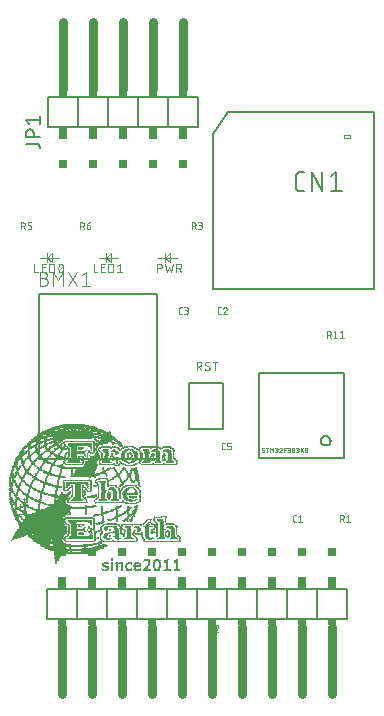
<source format=gbr>
G04 EAGLE Gerber RS-274X export*
G75*
%MOMM*%
%FSLAX34Y34*%
%LPD*%
%INSilkscreen Top*%
%IPPOS*%
%AMOC8*
5,1,8,0,0,1.08239X$1,22.5*%
G01*
%ADD10C,0.050800*%
%ADD11C,0.152400*%
%ADD12C,0.762000*%
%ADD13R,0.762000X0.508000*%
%ADD14R,0.762000X1.016000*%
%ADD15R,0.762000X0.762000*%
%ADD16C,0.076200*%
%ADD17C,0.127000*%
%ADD18C,0.025400*%
%ADD19C,0.101600*%
%ADD20R,0.300000X0.060000*%
%ADD21R,0.120000X0.060000*%
%ADD22R,0.240000X0.060000*%
%ADD23R,0.180000X0.060000*%
%ADD24R,0.360000X0.060000*%
%ADD25R,0.660000X0.060000*%
%ADD26R,0.600000X0.060000*%
%ADD27R,0.540000X0.060000*%
%ADD28R,0.480000X0.060000*%
%ADD29R,0.060000X0.060000*%
%ADD30R,0.420000X0.060000*%
%ADD31R,0.720000X0.060000*%
%ADD32R,1.440000X0.060000*%
%ADD33R,2.940000X0.060000*%
%ADD34R,3.180000X0.060000*%
%ADD35R,1.260000X0.060000*%
%ADD36R,1.080000X0.060000*%
%ADD37R,2.520000X0.060000*%
%ADD38R,4.080000X0.060000*%
%ADD39R,4.320000X0.060000*%
%ADD40R,1.620000X0.060000*%
%ADD41R,1.800000X0.060000*%
%ADD42R,1.320000X0.060000*%
%ADD43R,1.920000X0.060000*%
%ADD44R,3.360000X0.060000*%
%ADD45R,0.960000X0.060000*%
%ADD46R,0.840000X0.060000*%
%ADD47R,3.060000X0.060000*%
%ADD48R,3.420000X0.060000*%
%ADD49R,0.900000X0.060000*%
%ADD50R,1.380000X0.060000*%
%ADD51R,1.140000X0.060000*%
%ADD52R,2.340000X0.060000*%
%ADD53R,0.780000X0.060000*%
%ADD54R,2.580000X0.060000*%
%ADD55R,1.500000X0.060000*%
%ADD56R,2.640000X0.060000*%
%ADD57R,2.160000X0.060000*%
%ADD58R,2.760000X0.060000*%
%ADD59R,2.100000X0.060000*%
%ADD60R,2.820000X0.060000*%
%ADD61R,2.040000X0.060000*%
%ADD62R,2.880000X0.060000*%
%ADD63R,1.980000X0.060000*%
%ADD64R,3.000000X0.060000*%
%ADD65R,1.020000X0.060000*%
%ADD66R,3.120000X0.060000*%
%ADD67R,1.560000X0.060000*%
%ADD68R,2.700000X0.060000*%
%ADD69R,4.380000X0.060000*%
%ADD70R,4.260000X0.060000*%
%ADD71R,4.200000X0.060000*%
%ADD72R,4.140000X0.060000*%
%ADD73R,3.960000X0.060000*%
%ADD74R,3.900000X0.060000*%
%ADD75R,1.200000X0.060000*%
%ADD76R,3.540000X0.060000*%
%ADD77R,3.600000X0.060000*%
%ADD78R,3.660000X0.060000*%
%ADD79R,3.300000X0.060000*%
%ADD80R,3.240000X0.060000*%
%ADD81R,2.400000X0.060000*%
%ADD82R,3.780000X0.060000*%
%ADD83R,2.460000X0.060000*%
%ADD84R,2.280000X0.060000*%
%ADD85R,1.740000X0.060000*%
%ADD86R,1.680000X0.060000*%
%ADD87R,3.480000X0.060000*%
%ADD88R,3.840000X0.060000*%
%ADD89R,5.100000X0.060000*%
%ADD90R,3.720000X0.060000*%
%ADD91R,5.220000X0.060000*%
%ADD92R,1.860000X0.060000*%


D10*
X303042Y411048D02*
X300558Y411048D01*
X300481Y411050D01*
X300403Y411056D01*
X300327Y411065D01*
X300250Y411079D01*
X300175Y411096D01*
X300101Y411117D01*
X300027Y411142D01*
X299955Y411170D01*
X299885Y411202D01*
X299816Y411237D01*
X299749Y411276D01*
X299684Y411318D01*
X299621Y411363D01*
X299560Y411411D01*
X299502Y411462D01*
X299447Y411516D01*
X299394Y411573D01*
X299345Y411632D01*
X299298Y411694D01*
X299254Y411758D01*
X299214Y411824D01*
X299177Y411892D01*
X299143Y411962D01*
X299113Y412033D01*
X299087Y412106D01*
X299064Y412180D01*
X299045Y412255D01*
X299030Y412330D01*
X299018Y412407D01*
X299010Y412484D01*
X299006Y412561D01*
X299006Y412639D01*
X299010Y412716D01*
X299018Y412793D01*
X299030Y412870D01*
X299045Y412945D01*
X299064Y413020D01*
X299087Y413094D01*
X299113Y413167D01*
X299143Y413238D01*
X299177Y413308D01*
X299214Y413376D01*
X299254Y413442D01*
X299298Y413506D01*
X299345Y413568D01*
X299394Y413627D01*
X299447Y413684D01*
X299502Y413738D01*
X299560Y413789D01*
X299621Y413837D01*
X299684Y413882D01*
X299749Y413924D01*
X299816Y413963D01*
X299885Y413998D01*
X299955Y414030D01*
X300027Y414058D01*
X300101Y414083D01*
X300175Y414104D01*
X300250Y414121D01*
X300327Y414135D01*
X300403Y414144D01*
X300481Y414150D01*
X300558Y414152D01*
X303042Y414152D01*
X303119Y414150D01*
X303197Y414144D01*
X303273Y414135D01*
X303350Y414121D01*
X303425Y414104D01*
X303499Y414083D01*
X303573Y414058D01*
X303645Y414030D01*
X303715Y413998D01*
X303784Y413963D01*
X303851Y413924D01*
X303916Y413882D01*
X303979Y413837D01*
X304040Y413789D01*
X304098Y413738D01*
X304153Y413684D01*
X304206Y413627D01*
X304255Y413568D01*
X304302Y413506D01*
X304346Y413442D01*
X304386Y413376D01*
X304423Y413308D01*
X304457Y413238D01*
X304487Y413167D01*
X304513Y413094D01*
X304536Y413020D01*
X304555Y412945D01*
X304570Y412870D01*
X304582Y412793D01*
X304590Y412716D01*
X304594Y412639D01*
X304594Y412561D01*
X304590Y412484D01*
X304582Y412407D01*
X304570Y412330D01*
X304555Y412255D01*
X304536Y412180D01*
X304513Y412106D01*
X304487Y412033D01*
X304457Y411962D01*
X304423Y411892D01*
X304386Y411824D01*
X304346Y411758D01*
X304302Y411694D01*
X304255Y411632D01*
X304206Y411573D01*
X304153Y411516D01*
X304098Y411462D01*
X304040Y411411D01*
X303979Y411363D01*
X303916Y411318D01*
X303851Y411276D01*
X303784Y411237D01*
X303715Y411202D01*
X303645Y411170D01*
X303573Y411142D01*
X303499Y411117D01*
X303425Y411096D01*
X303350Y411079D01*
X303273Y411065D01*
X303197Y411056D01*
X303119Y411050D01*
X303042Y411048D01*
X258507Y86378D02*
X257265Y86378D01*
X257195Y86380D01*
X257126Y86386D01*
X257057Y86396D01*
X256989Y86409D01*
X256921Y86427D01*
X256855Y86448D01*
X256790Y86473D01*
X256726Y86501D01*
X256664Y86533D01*
X256604Y86568D01*
X256546Y86607D01*
X256491Y86649D01*
X256437Y86694D01*
X256387Y86742D01*
X256339Y86792D01*
X256294Y86846D01*
X256252Y86901D01*
X256213Y86959D01*
X256178Y87019D01*
X256146Y87081D01*
X256118Y87145D01*
X256093Y87210D01*
X256072Y87276D01*
X256054Y87344D01*
X256041Y87412D01*
X256031Y87481D01*
X256025Y87550D01*
X256023Y87620D01*
X256023Y90724D01*
X256025Y90794D01*
X256031Y90863D01*
X256041Y90932D01*
X256054Y91000D01*
X256072Y91068D01*
X256093Y91134D01*
X256118Y91199D01*
X256146Y91263D01*
X256178Y91325D01*
X256213Y91385D01*
X256252Y91443D01*
X256294Y91498D01*
X256339Y91552D01*
X256387Y91602D01*
X256437Y91650D01*
X256491Y91695D01*
X256546Y91737D01*
X256604Y91776D01*
X256664Y91811D01*
X256726Y91843D01*
X256790Y91871D01*
X256855Y91896D01*
X256921Y91917D01*
X256989Y91935D01*
X257057Y91948D01*
X257126Y91958D01*
X257195Y91964D01*
X257265Y91966D01*
X258507Y91966D01*
X260612Y90724D02*
X262164Y91966D01*
X262164Y86378D01*
X260612Y86378D02*
X263716Y86378D01*
X194758Y262354D02*
X193516Y262354D01*
X193446Y262356D01*
X193377Y262362D01*
X193308Y262372D01*
X193240Y262385D01*
X193172Y262403D01*
X193106Y262424D01*
X193041Y262449D01*
X192977Y262477D01*
X192915Y262509D01*
X192855Y262544D01*
X192797Y262583D01*
X192742Y262625D01*
X192688Y262670D01*
X192638Y262718D01*
X192590Y262768D01*
X192545Y262822D01*
X192503Y262877D01*
X192464Y262935D01*
X192429Y262995D01*
X192397Y263057D01*
X192369Y263121D01*
X192344Y263186D01*
X192323Y263252D01*
X192305Y263320D01*
X192292Y263388D01*
X192282Y263457D01*
X192276Y263526D01*
X192274Y263596D01*
X192274Y266700D01*
X192276Y266770D01*
X192282Y266839D01*
X192292Y266908D01*
X192305Y266976D01*
X192323Y267044D01*
X192344Y267110D01*
X192369Y267175D01*
X192397Y267239D01*
X192429Y267301D01*
X192464Y267361D01*
X192503Y267419D01*
X192545Y267474D01*
X192590Y267528D01*
X192638Y267578D01*
X192688Y267626D01*
X192742Y267671D01*
X192797Y267713D01*
X192855Y267752D01*
X192915Y267787D01*
X192977Y267819D01*
X193041Y267847D01*
X193106Y267872D01*
X193172Y267893D01*
X193240Y267911D01*
X193308Y267924D01*
X193377Y267934D01*
X193446Y267940D01*
X193516Y267942D01*
X194758Y267942D01*
X198570Y267942D02*
X198643Y267940D01*
X198716Y267934D01*
X198789Y267925D01*
X198860Y267911D01*
X198932Y267894D01*
X199002Y267874D01*
X199071Y267849D01*
X199138Y267821D01*
X199204Y267790D01*
X199269Y267755D01*
X199331Y267717D01*
X199391Y267675D01*
X199449Y267631D01*
X199505Y267583D01*
X199558Y267533D01*
X199608Y267480D01*
X199656Y267424D01*
X199700Y267366D01*
X199742Y267306D01*
X199780Y267244D01*
X199815Y267179D01*
X199846Y267113D01*
X199874Y267046D01*
X199899Y266977D01*
X199919Y266907D01*
X199936Y266835D01*
X199950Y266764D01*
X199959Y266691D01*
X199965Y266618D01*
X199967Y266545D01*
X198570Y267942D02*
X198486Y267940D01*
X198403Y267934D01*
X198320Y267925D01*
X198238Y267911D01*
X198156Y267894D01*
X198075Y267872D01*
X197995Y267847D01*
X197917Y267819D01*
X197839Y267787D01*
X197764Y267751D01*
X197690Y267712D01*
X197618Y267669D01*
X197548Y267623D01*
X197481Y267574D01*
X197415Y267521D01*
X197353Y267466D01*
X197293Y267408D01*
X197235Y267347D01*
X197181Y267284D01*
X197129Y267218D01*
X197081Y267150D01*
X197036Y267079D01*
X196994Y267007D01*
X196956Y266932D01*
X196921Y266856D01*
X196890Y266779D01*
X196862Y266700D01*
X199500Y265459D02*
X199554Y265512D01*
X199605Y265569D01*
X199653Y265628D01*
X199698Y265689D01*
X199739Y265752D01*
X199778Y265818D01*
X199813Y265885D01*
X199845Y265954D01*
X199873Y266025D01*
X199897Y266096D01*
X199918Y266169D01*
X199935Y266243D01*
X199949Y266318D01*
X199958Y266393D01*
X199964Y266469D01*
X199966Y266545D01*
X199501Y265458D02*
X196862Y262354D01*
X199967Y262354D01*
X161898Y262354D02*
X160656Y262354D01*
X160586Y262356D01*
X160517Y262362D01*
X160448Y262372D01*
X160380Y262385D01*
X160312Y262403D01*
X160246Y262424D01*
X160181Y262449D01*
X160117Y262477D01*
X160055Y262509D01*
X159995Y262544D01*
X159937Y262583D01*
X159882Y262625D01*
X159828Y262670D01*
X159778Y262718D01*
X159730Y262768D01*
X159685Y262822D01*
X159643Y262877D01*
X159604Y262935D01*
X159569Y262995D01*
X159537Y263057D01*
X159509Y263121D01*
X159484Y263186D01*
X159463Y263252D01*
X159445Y263320D01*
X159432Y263388D01*
X159422Y263457D01*
X159416Y263526D01*
X159414Y263596D01*
X159414Y266700D01*
X159416Y266770D01*
X159422Y266839D01*
X159432Y266908D01*
X159445Y266976D01*
X159463Y267044D01*
X159484Y267110D01*
X159509Y267175D01*
X159537Y267239D01*
X159569Y267301D01*
X159604Y267361D01*
X159643Y267419D01*
X159685Y267474D01*
X159730Y267528D01*
X159778Y267578D01*
X159828Y267626D01*
X159882Y267671D01*
X159937Y267713D01*
X159995Y267752D01*
X160055Y267787D01*
X160117Y267819D01*
X160181Y267847D01*
X160246Y267872D01*
X160312Y267893D01*
X160380Y267911D01*
X160448Y267924D01*
X160517Y267934D01*
X160586Y267940D01*
X160656Y267942D01*
X161898Y267942D01*
X164002Y262354D02*
X165554Y262354D01*
X165631Y262356D01*
X165709Y262362D01*
X165785Y262371D01*
X165862Y262385D01*
X165937Y262402D01*
X166011Y262423D01*
X166085Y262448D01*
X166157Y262476D01*
X166227Y262508D01*
X166296Y262543D01*
X166363Y262582D01*
X166428Y262624D01*
X166491Y262669D01*
X166552Y262717D01*
X166610Y262768D01*
X166665Y262822D01*
X166718Y262879D01*
X166767Y262938D01*
X166814Y263000D01*
X166858Y263064D01*
X166898Y263130D01*
X166935Y263198D01*
X166969Y263268D01*
X166999Y263339D01*
X167025Y263412D01*
X167048Y263486D01*
X167067Y263561D01*
X167082Y263636D01*
X167094Y263713D01*
X167102Y263790D01*
X167106Y263867D01*
X167106Y263945D01*
X167102Y264022D01*
X167094Y264099D01*
X167082Y264176D01*
X167067Y264251D01*
X167048Y264326D01*
X167025Y264400D01*
X166999Y264473D01*
X166969Y264544D01*
X166935Y264614D01*
X166898Y264682D01*
X166858Y264748D01*
X166814Y264812D01*
X166767Y264874D01*
X166718Y264933D01*
X166665Y264990D01*
X166610Y265044D01*
X166552Y265095D01*
X166491Y265143D01*
X166428Y265188D01*
X166363Y265230D01*
X166296Y265269D01*
X166227Y265304D01*
X166157Y265336D01*
X166085Y265364D01*
X166011Y265389D01*
X165937Y265410D01*
X165862Y265427D01*
X165785Y265441D01*
X165709Y265450D01*
X165631Y265456D01*
X165554Y265458D01*
X165865Y267942D02*
X164002Y267942D01*
X165865Y267942D02*
X165935Y267940D01*
X166004Y267934D01*
X166073Y267924D01*
X166141Y267911D01*
X166209Y267893D01*
X166275Y267872D01*
X166340Y267847D01*
X166404Y267819D01*
X166466Y267787D01*
X166526Y267752D01*
X166584Y267713D01*
X166639Y267671D01*
X166693Y267626D01*
X166743Y267578D01*
X166791Y267528D01*
X166836Y267474D01*
X166878Y267419D01*
X166917Y267361D01*
X166952Y267301D01*
X166984Y267239D01*
X167012Y267175D01*
X167037Y267110D01*
X167058Y267044D01*
X167076Y266976D01*
X167089Y266908D01*
X167099Y266839D01*
X167105Y266770D01*
X167107Y266700D01*
X167105Y266630D01*
X167099Y266561D01*
X167089Y266492D01*
X167076Y266424D01*
X167058Y266356D01*
X167037Y266290D01*
X167012Y266225D01*
X166984Y266161D01*
X166952Y266099D01*
X166917Y266039D01*
X166878Y265981D01*
X166836Y265926D01*
X166791Y265872D01*
X166743Y265822D01*
X166693Y265774D01*
X166639Y265729D01*
X166584Y265687D01*
X166526Y265648D01*
X166466Y265613D01*
X166404Y265581D01*
X166340Y265553D01*
X166275Y265528D01*
X166209Y265507D01*
X166141Y265489D01*
X166073Y265476D01*
X166004Y265466D01*
X165935Y265460D01*
X165865Y265458D01*
X164623Y265458D01*
X197156Y147764D02*
X198398Y147764D01*
X197156Y147764D02*
X197086Y147766D01*
X197017Y147772D01*
X196948Y147782D01*
X196880Y147795D01*
X196812Y147813D01*
X196746Y147834D01*
X196681Y147859D01*
X196617Y147887D01*
X196555Y147919D01*
X196495Y147954D01*
X196437Y147993D01*
X196382Y148035D01*
X196328Y148080D01*
X196278Y148128D01*
X196230Y148178D01*
X196185Y148232D01*
X196143Y148287D01*
X196104Y148345D01*
X196069Y148405D01*
X196037Y148467D01*
X196009Y148531D01*
X195984Y148596D01*
X195963Y148662D01*
X195945Y148730D01*
X195932Y148798D01*
X195922Y148867D01*
X195916Y148936D01*
X195914Y149006D01*
X195914Y152110D01*
X195916Y152180D01*
X195922Y152249D01*
X195932Y152318D01*
X195945Y152386D01*
X195963Y152454D01*
X195984Y152520D01*
X196009Y152585D01*
X196037Y152649D01*
X196069Y152711D01*
X196104Y152771D01*
X196143Y152829D01*
X196185Y152884D01*
X196230Y152938D01*
X196278Y152988D01*
X196328Y153036D01*
X196382Y153081D01*
X196437Y153123D01*
X196495Y153162D01*
X196555Y153197D01*
X196617Y153229D01*
X196681Y153257D01*
X196746Y153282D01*
X196812Y153303D01*
X196880Y153321D01*
X196948Y153334D01*
X197017Y153344D01*
X197086Y153350D01*
X197156Y153352D01*
X198398Y153352D01*
X200502Y147764D02*
X202365Y147764D01*
X202435Y147766D01*
X202504Y147772D01*
X202573Y147782D01*
X202641Y147795D01*
X202709Y147813D01*
X202775Y147834D01*
X202840Y147859D01*
X202904Y147887D01*
X202966Y147919D01*
X203026Y147954D01*
X203084Y147993D01*
X203139Y148035D01*
X203193Y148080D01*
X203243Y148128D01*
X203291Y148178D01*
X203336Y148232D01*
X203378Y148287D01*
X203417Y148345D01*
X203452Y148405D01*
X203484Y148467D01*
X203512Y148531D01*
X203537Y148596D01*
X203558Y148662D01*
X203576Y148730D01*
X203589Y148798D01*
X203599Y148867D01*
X203605Y148936D01*
X203607Y149006D01*
X203607Y149627D01*
X203605Y149697D01*
X203599Y149766D01*
X203589Y149835D01*
X203576Y149903D01*
X203558Y149971D01*
X203537Y150037D01*
X203512Y150102D01*
X203484Y150166D01*
X203452Y150228D01*
X203417Y150288D01*
X203378Y150346D01*
X203336Y150401D01*
X203291Y150455D01*
X203243Y150505D01*
X203193Y150553D01*
X203139Y150598D01*
X203084Y150640D01*
X203026Y150679D01*
X202966Y150714D01*
X202904Y150746D01*
X202840Y150774D01*
X202775Y150799D01*
X202709Y150820D01*
X202641Y150838D01*
X202573Y150851D01*
X202504Y150861D01*
X202435Y150867D01*
X202365Y150869D01*
X202365Y150868D02*
X200502Y150868D01*
X200502Y153352D01*
X203607Y153352D01*
D11*
X276600Y29050D02*
X302000Y29050D01*
X276600Y29050D02*
X276600Y3650D01*
X302000Y3650D01*
X302000Y29050D01*
D12*
X289300Y-2700D02*
X289300Y-59850D01*
D11*
X276600Y29050D02*
X251200Y29050D01*
X251200Y3650D01*
X276600Y3650D01*
D12*
X263900Y-2700D02*
X263900Y-59850D01*
D11*
X251200Y29050D02*
X225800Y29050D01*
X225800Y3650D01*
X251200Y3650D01*
D12*
X238500Y-2700D02*
X238500Y-59850D01*
D11*
X225800Y29050D02*
X200400Y29050D01*
X200400Y3650D01*
X225800Y3650D01*
D12*
X213100Y-2700D02*
X213100Y-59850D01*
D11*
X200400Y29050D02*
X175000Y29050D01*
X175000Y3650D01*
X200400Y3650D01*
D12*
X187700Y-2700D02*
X187700Y-59850D01*
D11*
X175000Y29050D02*
X149600Y29050D01*
X149600Y3650D01*
X175000Y3650D01*
D12*
X162300Y-2700D02*
X162300Y-59850D01*
D11*
X149600Y29050D02*
X124200Y29050D01*
X124200Y3650D01*
X149600Y3650D01*
D12*
X136900Y-2700D02*
X136900Y-59850D01*
D11*
X124200Y29050D02*
X98800Y29050D01*
X98800Y3650D01*
X124200Y3650D01*
D12*
X111500Y-2700D02*
X111500Y-59850D01*
D11*
X98800Y29050D02*
X73400Y29050D01*
X73400Y3650D01*
X98800Y3650D01*
D12*
X86100Y-2700D02*
X86100Y-59850D01*
D11*
X73400Y29050D02*
X48000Y29050D01*
X48000Y3650D01*
X73400Y3650D01*
D12*
X60700Y-2700D02*
X60700Y-59850D01*
D13*
X289300Y1110D03*
X263900Y1110D03*
X238500Y1110D03*
X213100Y1110D03*
X187700Y1110D03*
X162300Y1110D03*
X136900Y1110D03*
X111500Y1110D03*
X86100Y1110D03*
X60700Y1110D03*
D14*
X289300Y34130D03*
X263900Y34130D03*
D15*
X289300Y60800D03*
X263900Y60800D03*
D14*
X238500Y34130D03*
X213100Y34130D03*
D15*
X238500Y60800D03*
X213100Y60800D03*
D14*
X187700Y34130D03*
X162300Y34130D03*
D15*
X187700Y60800D03*
X162300Y60800D03*
D14*
X136900Y34130D03*
X111500Y34130D03*
D15*
X136900Y60800D03*
X111500Y60800D03*
D14*
X86100Y34130D03*
X60700Y34130D03*
D15*
X86100Y60800D03*
X60700Y60800D03*
D16*
X52000Y306000D02*
X52000Y314000D01*
X48000Y310000D01*
X52000Y306000D01*
X48000Y306000D02*
X48000Y314000D01*
X42000Y310000D02*
X58000Y310000D01*
X37114Y304919D02*
X37114Y297553D01*
X40388Y297553D01*
X43454Y297553D02*
X46727Y297553D01*
X43454Y297553D02*
X43454Y304919D01*
X46727Y304919D01*
X45909Y301645D02*
X43454Y301645D01*
X49778Y304919D02*
X49778Y297553D01*
X49778Y304919D02*
X51824Y304919D01*
X51913Y304917D01*
X52002Y304911D01*
X52091Y304901D01*
X52179Y304888D01*
X52267Y304871D01*
X52354Y304849D01*
X52439Y304824D01*
X52524Y304796D01*
X52607Y304763D01*
X52689Y304727D01*
X52769Y304688D01*
X52847Y304645D01*
X52923Y304599D01*
X52998Y304549D01*
X53070Y304496D01*
X53139Y304440D01*
X53206Y304381D01*
X53271Y304320D01*
X53332Y304255D01*
X53391Y304188D01*
X53447Y304119D01*
X53500Y304047D01*
X53550Y303972D01*
X53596Y303896D01*
X53639Y303818D01*
X53678Y303738D01*
X53714Y303656D01*
X53747Y303573D01*
X53775Y303488D01*
X53800Y303403D01*
X53822Y303316D01*
X53839Y303228D01*
X53852Y303140D01*
X53862Y303051D01*
X53868Y302962D01*
X53870Y302873D01*
X53870Y299599D01*
X53868Y299510D01*
X53862Y299421D01*
X53852Y299332D01*
X53839Y299244D01*
X53822Y299156D01*
X53800Y299069D01*
X53775Y298984D01*
X53747Y298899D01*
X53714Y298816D01*
X53678Y298734D01*
X53639Y298654D01*
X53596Y298576D01*
X53550Y298500D01*
X53500Y298425D01*
X53447Y298353D01*
X53391Y298284D01*
X53332Y298217D01*
X53271Y298152D01*
X53206Y298091D01*
X53139Y298032D01*
X53070Y297976D01*
X52998Y297923D01*
X52923Y297873D01*
X52847Y297827D01*
X52769Y297784D01*
X52689Y297745D01*
X52607Y297709D01*
X52524Y297676D01*
X52439Y297648D01*
X52354Y297623D01*
X52267Y297601D01*
X52179Y297584D01*
X52091Y297571D01*
X52002Y297561D01*
X51913Y297555D01*
X51824Y297553D01*
X49778Y297553D01*
X57337Y301236D02*
X57339Y301389D01*
X57345Y301542D01*
X57354Y301694D01*
X57368Y301847D01*
X57385Y301999D01*
X57406Y302150D01*
X57431Y302301D01*
X57460Y302451D01*
X57492Y302601D01*
X57529Y302749D01*
X57569Y302897D01*
X57612Y303044D01*
X57660Y303189D01*
X57711Y303333D01*
X57765Y303476D01*
X57824Y303618D01*
X57885Y303757D01*
X57951Y303896D01*
X57977Y303966D01*
X58007Y304036D01*
X58040Y304103D01*
X58076Y304169D01*
X58115Y304233D01*
X58158Y304295D01*
X58204Y304354D01*
X58252Y304412D01*
X58303Y304466D01*
X58357Y304519D01*
X58414Y304568D01*
X58473Y304615D01*
X58534Y304658D01*
X58597Y304699D01*
X58662Y304736D01*
X58729Y304771D01*
X58798Y304801D01*
X58868Y304829D01*
X58939Y304852D01*
X59011Y304873D01*
X59084Y304889D01*
X59158Y304902D01*
X59233Y304912D01*
X59308Y304917D01*
X59383Y304919D01*
X59458Y304917D01*
X59533Y304912D01*
X59608Y304902D01*
X59682Y304889D01*
X59755Y304873D01*
X59827Y304852D01*
X59898Y304829D01*
X59968Y304801D01*
X60037Y304771D01*
X60104Y304736D01*
X60169Y304699D01*
X60232Y304658D01*
X60293Y304615D01*
X60352Y304568D01*
X60409Y304519D01*
X60463Y304466D01*
X60514Y304412D01*
X60563Y304354D01*
X60608Y304295D01*
X60651Y304233D01*
X60690Y304169D01*
X60727Y304103D01*
X60759Y304035D01*
X60789Y303966D01*
X60815Y303896D01*
X60880Y303758D01*
X60942Y303618D01*
X61000Y303476D01*
X61055Y303333D01*
X61106Y303189D01*
X61154Y303044D01*
X61197Y302897D01*
X61237Y302750D01*
X61274Y302601D01*
X61306Y302451D01*
X61335Y302301D01*
X61360Y302150D01*
X61381Y301999D01*
X61398Y301847D01*
X61412Y301694D01*
X61421Y301542D01*
X61427Y301389D01*
X61429Y301236D01*
X57336Y301236D02*
X57338Y301083D01*
X57344Y300930D01*
X57353Y300777D01*
X57367Y300625D01*
X57384Y300473D01*
X57405Y300322D01*
X57430Y300171D01*
X57459Y300020D01*
X57491Y299871D01*
X57528Y299722D01*
X57568Y299575D01*
X57611Y299428D01*
X57659Y299283D01*
X57710Y299138D01*
X57765Y298996D01*
X57823Y298854D01*
X57885Y298714D01*
X57950Y298576D01*
X57951Y298576D02*
X57977Y298505D01*
X58007Y298436D01*
X58040Y298369D01*
X58076Y298303D01*
X58115Y298239D01*
X58158Y298177D01*
X58204Y298118D01*
X58252Y298060D01*
X58303Y298006D01*
X58357Y297953D01*
X58414Y297904D01*
X58473Y297857D01*
X58534Y297814D01*
X58597Y297773D01*
X58662Y297736D01*
X58729Y297701D01*
X58798Y297671D01*
X58868Y297643D01*
X58939Y297620D01*
X59011Y297599D01*
X59084Y297583D01*
X59158Y297570D01*
X59233Y297560D01*
X59308Y297555D01*
X59383Y297553D01*
X60815Y298576D02*
X60880Y298714D01*
X60942Y298854D01*
X61000Y298996D01*
X61055Y299139D01*
X61106Y299283D01*
X61154Y299428D01*
X61197Y299575D01*
X61237Y299723D01*
X61274Y299871D01*
X61306Y300021D01*
X61335Y300171D01*
X61360Y300322D01*
X61381Y300473D01*
X61398Y300625D01*
X61412Y300778D01*
X61421Y300930D01*
X61427Y301083D01*
X61429Y301236D01*
X60815Y298576D02*
X60789Y298506D01*
X60759Y298436D01*
X60727Y298369D01*
X60690Y298303D01*
X60651Y298239D01*
X60608Y298177D01*
X60562Y298118D01*
X60514Y298060D01*
X60463Y298006D01*
X60409Y297953D01*
X60352Y297904D01*
X60293Y297857D01*
X60232Y297814D01*
X60169Y297773D01*
X60104Y297736D01*
X60037Y297701D01*
X59968Y297671D01*
X59898Y297643D01*
X59827Y297620D01*
X59755Y297599D01*
X59682Y297583D01*
X59608Y297570D01*
X59533Y297560D01*
X59458Y297555D01*
X59383Y297553D01*
X57746Y299190D02*
X61020Y303282D01*
X102000Y306000D02*
X102000Y314000D01*
X98000Y310000D01*
X102000Y306000D01*
X98000Y306000D02*
X98000Y314000D01*
X92000Y310000D02*
X108000Y310000D01*
X87114Y304919D02*
X87114Y297553D01*
X90388Y297553D01*
X93454Y297553D02*
X96727Y297553D01*
X93454Y297553D02*
X93454Y304919D01*
X96727Y304919D01*
X95909Y301645D02*
X93454Y301645D01*
X99778Y304919D02*
X99778Y297553D01*
X99778Y304919D02*
X101824Y304919D01*
X101913Y304917D01*
X102002Y304911D01*
X102091Y304901D01*
X102179Y304888D01*
X102267Y304871D01*
X102354Y304849D01*
X102439Y304824D01*
X102524Y304796D01*
X102607Y304763D01*
X102689Y304727D01*
X102769Y304688D01*
X102847Y304645D01*
X102923Y304599D01*
X102998Y304549D01*
X103070Y304496D01*
X103139Y304440D01*
X103206Y304381D01*
X103271Y304320D01*
X103332Y304255D01*
X103391Y304188D01*
X103447Y304119D01*
X103500Y304047D01*
X103550Y303972D01*
X103596Y303896D01*
X103639Y303818D01*
X103678Y303738D01*
X103714Y303656D01*
X103747Y303573D01*
X103775Y303488D01*
X103800Y303403D01*
X103822Y303316D01*
X103839Y303228D01*
X103852Y303140D01*
X103862Y303051D01*
X103868Y302962D01*
X103870Y302873D01*
X103870Y299599D01*
X103868Y299510D01*
X103862Y299421D01*
X103852Y299332D01*
X103839Y299244D01*
X103822Y299156D01*
X103800Y299069D01*
X103775Y298984D01*
X103747Y298899D01*
X103714Y298816D01*
X103678Y298734D01*
X103639Y298654D01*
X103596Y298576D01*
X103550Y298500D01*
X103500Y298425D01*
X103447Y298353D01*
X103391Y298284D01*
X103332Y298217D01*
X103271Y298152D01*
X103206Y298091D01*
X103139Y298032D01*
X103070Y297976D01*
X102998Y297923D01*
X102923Y297873D01*
X102847Y297827D01*
X102769Y297784D01*
X102689Y297745D01*
X102607Y297709D01*
X102524Y297676D01*
X102439Y297648D01*
X102354Y297623D01*
X102267Y297601D01*
X102179Y297584D01*
X102091Y297571D01*
X102002Y297561D01*
X101913Y297555D01*
X101824Y297553D01*
X99778Y297553D01*
X107337Y303282D02*
X109383Y304919D01*
X109383Y297553D01*
X107337Y297553D02*
X111429Y297553D01*
X152000Y306000D02*
X152000Y314000D01*
X148000Y310000D01*
X152000Y306000D01*
X148000Y306000D02*
X148000Y314000D01*
X142000Y310000D02*
X158000Y310000D01*
X140822Y304919D02*
X140822Y297553D01*
X140822Y304919D02*
X142868Y304919D01*
X142957Y304917D01*
X143046Y304911D01*
X143135Y304901D01*
X143223Y304888D01*
X143311Y304871D01*
X143398Y304849D01*
X143483Y304824D01*
X143568Y304796D01*
X143651Y304763D01*
X143733Y304727D01*
X143813Y304688D01*
X143891Y304645D01*
X143967Y304599D01*
X144042Y304549D01*
X144114Y304496D01*
X144183Y304440D01*
X144250Y304381D01*
X144315Y304320D01*
X144376Y304255D01*
X144435Y304188D01*
X144491Y304119D01*
X144544Y304047D01*
X144594Y303972D01*
X144640Y303896D01*
X144683Y303818D01*
X144722Y303738D01*
X144758Y303656D01*
X144791Y303573D01*
X144819Y303488D01*
X144844Y303403D01*
X144866Y303316D01*
X144883Y303228D01*
X144896Y303140D01*
X144906Y303051D01*
X144912Y302962D01*
X144914Y302873D01*
X144912Y302784D01*
X144906Y302695D01*
X144896Y302606D01*
X144883Y302518D01*
X144866Y302430D01*
X144844Y302343D01*
X144819Y302258D01*
X144791Y302173D01*
X144758Y302090D01*
X144722Y302008D01*
X144683Y301928D01*
X144640Y301850D01*
X144594Y301774D01*
X144544Y301699D01*
X144491Y301627D01*
X144435Y301558D01*
X144376Y301491D01*
X144315Y301426D01*
X144250Y301365D01*
X144183Y301306D01*
X144114Y301250D01*
X144042Y301197D01*
X143967Y301147D01*
X143891Y301101D01*
X143813Y301058D01*
X143733Y301019D01*
X143651Y300983D01*
X143568Y300950D01*
X143483Y300922D01*
X143398Y300897D01*
X143311Y300875D01*
X143223Y300858D01*
X143135Y300845D01*
X143046Y300835D01*
X142957Y300829D01*
X142868Y300827D01*
X140822Y300827D01*
X147524Y304919D02*
X149160Y297553D01*
X150797Y302464D01*
X152434Y297553D01*
X154071Y304919D01*
X157337Y304919D02*
X157337Y297553D01*
X157337Y304919D02*
X159383Y304919D01*
X159472Y304917D01*
X159561Y304911D01*
X159650Y304901D01*
X159738Y304888D01*
X159826Y304871D01*
X159913Y304849D01*
X159998Y304824D01*
X160083Y304796D01*
X160166Y304763D01*
X160248Y304727D01*
X160328Y304688D01*
X160406Y304645D01*
X160482Y304599D01*
X160557Y304549D01*
X160629Y304496D01*
X160698Y304440D01*
X160765Y304381D01*
X160830Y304320D01*
X160891Y304255D01*
X160950Y304188D01*
X161006Y304119D01*
X161059Y304047D01*
X161109Y303972D01*
X161155Y303896D01*
X161198Y303818D01*
X161237Y303738D01*
X161273Y303656D01*
X161306Y303573D01*
X161334Y303488D01*
X161359Y303403D01*
X161381Y303316D01*
X161398Y303228D01*
X161411Y303140D01*
X161421Y303051D01*
X161427Y302962D01*
X161429Y302873D01*
X161427Y302784D01*
X161421Y302695D01*
X161411Y302606D01*
X161398Y302518D01*
X161381Y302430D01*
X161359Y302343D01*
X161334Y302258D01*
X161306Y302173D01*
X161273Y302090D01*
X161237Y302008D01*
X161198Y301928D01*
X161155Y301850D01*
X161109Y301774D01*
X161059Y301699D01*
X161006Y301627D01*
X160950Y301558D01*
X160891Y301491D01*
X160830Y301426D01*
X160765Y301365D01*
X160698Y301306D01*
X160629Y301250D01*
X160557Y301197D01*
X160482Y301147D01*
X160406Y301101D01*
X160328Y301058D01*
X160248Y301019D01*
X160166Y300983D01*
X160083Y300950D01*
X159998Y300922D01*
X159913Y300897D01*
X159826Y300875D01*
X159738Y300858D01*
X159650Y300845D01*
X159561Y300835D01*
X159472Y300829D01*
X159383Y300827D01*
X157337Y300827D01*
X159792Y300827D02*
X161429Y297553D01*
D10*
X295794Y91892D02*
X295794Y86304D01*
X295794Y91892D02*
X297346Y91892D01*
X297423Y91890D01*
X297501Y91884D01*
X297577Y91875D01*
X297654Y91861D01*
X297729Y91844D01*
X297803Y91823D01*
X297877Y91798D01*
X297949Y91770D01*
X298019Y91738D01*
X298088Y91703D01*
X298155Y91664D01*
X298220Y91622D01*
X298283Y91577D01*
X298344Y91529D01*
X298402Y91478D01*
X298457Y91424D01*
X298510Y91367D01*
X298559Y91308D01*
X298606Y91246D01*
X298650Y91182D01*
X298690Y91116D01*
X298727Y91048D01*
X298761Y90978D01*
X298791Y90907D01*
X298817Y90834D01*
X298840Y90760D01*
X298859Y90685D01*
X298874Y90610D01*
X298886Y90533D01*
X298894Y90456D01*
X298898Y90379D01*
X298898Y90301D01*
X298894Y90224D01*
X298886Y90147D01*
X298874Y90070D01*
X298859Y89995D01*
X298840Y89920D01*
X298817Y89846D01*
X298791Y89773D01*
X298761Y89702D01*
X298727Y89632D01*
X298690Y89564D01*
X298650Y89498D01*
X298606Y89434D01*
X298559Y89372D01*
X298510Y89313D01*
X298457Y89256D01*
X298402Y89202D01*
X298344Y89151D01*
X298283Y89103D01*
X298220Y89058D01*
X298155Y89016D01*
X298088Y88977D01*
X298019Y88942D01*
X297949Y88910D01*
X297877Y88882D01*
X297803Y88857D01*
X297729Y88836D01*
X297654Y88819D01*
X297577Y88805D01*
X297501Y88796D01*
X297423Y88790D01*
X297346Y88788D01*
X295794Y88788D01*
X297657Y88788D02*
X298898Y86304D01*
X301244Y90650D02*
X302797Y91892D01*
X302797Y86304D01*
X304349Y86304D02*
X301244Y86304D01*
X284894Y242284D02*
X284894Y247872D01*
X286446Y247872D01*
X286523Y247870D01*
X286601Y247864D01*
X286677Y247855D01*
X286754Y247841D01*
X286829Y247824D01*
X286903Y247803D01*
X286977Y247778D01*
X287049Y247750D01*
X287119Y247718D01*
X287188Y247683D01*
X287255Y247644D01*
X287320Y247602D01*
X287383Y247557D01*
X287444Y247509D01*
X287502Y247458D01*
X287557Y247404D01*
X287610Y247347D01*
X287659Y247288D01*
X287706Y247226D01*
X287750Y247162D01*
X287790Y247096D01*
X287827Y247028D01*
X287861Y246958D01*
X287891Y246887D01*
X287917Y246814D01*
X287940Y246740D01*
X287959Y246665D01*
X287974Y246590D01*
X287986Y246513D01*
X287994Y246436D01*
X287998Y246359D01*
X287998Y246281D01*
X287994Y246204D01*
X287986Y246127D01*
X287974Y246050D01*
X287959Y245975D01*
X287940Y245900D01*
X287917Y245826D01*
X287891Y245753D01*
X287861Y245682D01*
X287827Y245612D01*
X287790Y245544D01*
X287750Y245478D01*
X287706Y245414D01*
X287659Y245352D01*
X287610Y245293D01*
X287557Y245236D01*
X287502Y245182D01*
X287444Y245131D01*
X287383Y245083D01*
X287320Y245038D01*
X287255Y244996D01*
X287188Y244957D01*
X287119Y244922D01*
X287049Y244890D01*
X286977Y244862D01*
X286903Y244837D01*
X286829Y244816D01*
X286754Y244799D01*
X286677Y244785D01*
X286601Y244776D01*
X286523Y244770D01*
X286446Y244768D01*
X284894Y244768D01*
X286757Y244768D02*
X287998Y242284D01*
X290344Y246630D02*
X291897Y247872D01*
X291897Y242284D01*
X293449Y242284D02*
X290344Y242284D01*
X295831Y246630D02*
X297383Y247872D01*
X297383Y242284D01*
X295831Y242284D02*
X298935Y242284D01*
X184324Y-1098D02*
X184324Y-6686D01*
X184324Y-1098D02*
X185876Y-1098D01*
X185953Y-1100D01*
X186031Y-1106D01*
X186107Y-1115D01*
X186184Y-1129D01*
X186259Y-1146D01*
X186333Y-1167D01*
X186407Y-1192D01*
X186479Y-1220D01*
X186549Y-1252D01*
X186618Y-1287D01*
X186685Y-1326D01*
X186750Y-1368D01*
X186813Y-1413D01*
X186874Y-1461D01*
X186932Y-1512D01*
X186987Y-1566D01*
X187040Y-1623D01*
X187089Y-1682D01*
X187136Y-1744D01*
X187180Y-1808D01*
X187220Y-1874D01*
X187257Y-1942D01*
X187291Y-2012D01*
X187321Y-2083D01*
X187347Y-2156D01*
X187370Y-2230D01*
X187389Y-2305D01*
X187404Y-2380D01*
X187416Y-2457D01*
X187424Y-2534D01*
X187428Y-2611D01*
X187428Y-2689D01*
X187424Y-2766D01*
X187416Y-2843D01*
X187404Y-2920D01*
X187389Y-2995D01*
X187370Y-3070D01*
X187347Y-3144D01*
X187321Y-3217D01*
X187291Y-3288D01*
X187257Y-3358D01*
X187220Y-3426D01*
X187180Y-3492D01*
X187136Y-3556D01*
X187089Y-3618D01*
X187040Y-3677D01*
X186987Y-3734D01*
X186932Y-3788D01*
X186874Y-3839D01*
X186813Y-3887D01*
X186750Y-3932D01*
X186685Y-3974D01*
X186618Y-4013D01*
X186549Y-4048D01*
X186479Y-4080D01*
X186407Y-4108D01*
X186333Y-4133D01*
X186259Y-4154D01*
X186184Y-4171D01*
X186107Y-4185D01*
X186031Y-4194D01*
X185953Y-4200D01*
X185876Y-4202D01*
X184324Y-4202D01*
X186187Y-4202D02*
X187428Y-6686D01*
X192879Y-2495D02*
X192877Y-2422D01*
X192871Y-2349D01*
X192862Y-2276D01*
X192848Y-2205D01*
X192831Y-2133D01*
X192811Y-2063D01*
X192786Y-1994D01*
X192758Y-1927D01*
X192727Y-1861D01*
X192692Y-1797D01*
X192654Y-1734D01*
X192612Y-1674D01*
X192568Y-1616D01*
X192520Y-1560D01*
X192470Y-1507D01*
X192417Y-1457D01*
X192361Y-1409D01*
X192303Y-1365D01*
X192243Y-1323D01*
X192181Y-1285D01*
X192116Y-1250D01*
X192050Y-1219D01*
X191983Y-1191D01*
X191914Y-1166D01*
X191844Y-1146D01*
X191772Y-1129D01*
X191701Y-1115D01*
X191628Y-1106D01*
X191555Y-1100D01*
X191482Y-1098D01*
X191398Y-1100D01*
X191315Y-1106D01*
X191232Y-1115D01*
X191149Y-1129D01*
X191068Y-1146D01*
X190987Y-1168D01*
X190907Y-1193D01*
X190829Y-1221D01*
X190751Y-1253D01*
X190676Y-1289D01*
X190602Y-1328D01*
X190530Y-1371D01*
X190460Y-1417D01*
X190393Y-1466D01*
X190327Y-1519D01*
X190265Y-1574D01*
X190205Y-1632D01*
X190147Y-1693D01*
X190093Y-1756D01*
X190041Y-1822D01*
X189993Y-1890D01*
X189948Y-1961D01*
X189906Y-2033D01*
X189868Y-2108D01*
X189833Y-2184D01*
X189802Y-2261D01*
X189774Y-2340D01*
X192412Y-3581D02*
X192466Y-3528D01*
X192517Y-3471D01*
X192565Y-3412D01*
X192610Y-3351D01*
X192651Y-3288D01*
X192690Y-3222D01*
X192725Y-3155D01*
X192757Y-3086D01*
X192785Y-3015D01*
X192809Y-2944D01*
X192830Y-2871D01*
X192847Y-2797D01*
X192861Y-2722D01*
X192870Y-2647D01*
X192876Y-2571D01*
X192878Y-2495D01*
X192413Y-3582D02*
X189774Y-6686D01*
X192879Y-6686D01*
X170401Y334158D02*
X170401Y339746D01*
X171954Y339746D01*
X172031Y339744D01*
X172109Y339738D01*
X172185Y339729D01*
X172262Y339715D01*
X172337Y339698D01*
X172411Y339677D01*
X172485Y339652D01*
X172557Y339624D01*
X172627Y339592D01*
X172696Y339557D01*
X172763Y339518D01*
X172828Y339476D01*
X172891Y339431D01*
X172952Y339383D01*
X173010Y339332D01*
X173065Y339278D01*
X173118Y339221D01*
X173167Y339162D01*
X173214Y339100D01*
X173258Y339036D01*
X173298Y338970D01*
X173335Y338902D01*
X173369Y338832D01*
X173399Y338761D01*
X173425Y338688D01*
X173448Y338614D01*
X173467Y338539D01*
X173482Y338464D01*
X173494Y338387D01*
X173502Y338310D01*
X173506Y338233D01*
X173506Y338155D01*
X173502Y338078D01*
X173494Y338001D01*
X173482Y337924D01*
X173467Y337849D01*
X173448Y337774D01*
X173425Y337700D01*
X173399Y337627D01*
X173369Y337556D01*
X173335Y337486D01*
X173298Y337418D01*
X173258Y337352D01*
X173214Y337288D01*
X173167Y337226D01*
X173118Y337167D01*
X173065Y337110D01*
X173010Y337056D01*
X172952Y337005D01*
X172891Y336957D01*
X172828Y336912D01*
X172763Y336870D01*
X172696Y336831D01*
X172627Y336796D01*
X172557Y336764D01*
X172485Y336736D01*
X172411Y336711D01*
X172337Y336690D01*
X172262Y336673D01*
X172185Y336659D01*
X172109Y336650D01*
X172031Y336644D01*
X171954Y336642D01*
X170401Y336642D01*
X172264Y336642D02*
X173506Y334158D01*
X175852Y334158D02*
X177404Y334158D01*
X177481Y334160D01*
X177559Y334166D01*
X177635Y334175D01*
X177712Y334189D01*
X177787Y334206D01*
X177861Y334227D01*
X177935Y334252D01*
X178007Y334280D01*
X178077Y334312D01*
X178146Y334347D01*
X178213Y334386D01*
X178278Y334428D01*
X178341Y334473D01*
X178402Y334521D01*
X178460Y334572D01*
X178515Y334626D01*
X178568Y334683D01*
X178617Y334742D01*
X178664Y334804D01*
X178708Y334868D01*
X178748Y334934D01*
X178785Y335002D01*
X178819Y335072D01*
X178849Y335143D01*
X178875Y335216D01*
X178898Y335290D01*
X178917Y335365D01*
X178932Y335440D01*
X178944Y335517D01*
X178952Y335594D01*
X178956Y335671D01*
X178956Y335749D01*
X178952Y335826D01*
X178944Y335903D01*
X178932Y335980D01*
X178917Y336055D01*
X178898Y336130D01*
X178875Y336204D01*
X178849Y336277D01*
X178819Y336348D01*
X178785Y336418D01*
X178748Y336486D01*
X178708Y336552D01*
X178664Y336616D01*
X178617Y336678D01*
X178568Y336737D01*
X178515Y336794D01*
X178460Y336848D01*
X178402Y336899D01*
X178341Y336947D01*
X178278Y336992D01*
X178213Y337034D01*
X178146Y337073D01*
X178077Y337108D01*
X178007Y337140D01*
X177935Y337168D01*
X177861Y337193D01*
X177787Y337214D01*
X177712Y337231D01*
X177635Y337245D01*
X177559Y337254D01*
X177481Y337260D01*
X177404Y337262D01*
X177714Y339746D02*
X175852Y339746D01*
X177714Y339746D02*
X177784Y339744D01*
X177853Y339738D01*
X177922Y339728D01*
X177990Y339715D01*
X178058Y339697D01*
X178124Y339676D01*
X178189Y339651D01*
X178253Y339623D01*
X178315Y339591D01*
X178375Y339556D01*
X178433Y339517D01*
X178488Y339475D01*
X178542Y339430D01*
X178592Y339382D01*
X178640Y339332D01*
X178685Y339278D01*
X178727Y339223D01*
X178766Y339165D01*
X178801Y339105D01*
X178833Y339043D01*
X178861Y338979D01*
X178886Y338914D01*
X178907Y338848D01*
X178925Y338780D01*
X178938Y338712D01*
X178948Y338643D01*
X178954Y338574D01*
X178956Y338504D01*
X178954Y338434D01*
X178948Y338365D01*
X178938Y338296D01*
X178925Y338228D01*
X178907Y338160D01*
X178886Y338094D01*
X178861Y338029D01*
X178833Y337965D01*
X178801Y337903D01*
X178766Y337843D01*
X178727Y337785D01*
X178685Y337730D01*
X178640Y337676D01*
X178592Y337626D01*
X178542Y337578D01*
X178488Y337533D01*
X178433Y337491D01*
X178375Y337452D01*
X178315Y337417D01*
X178253Y337385D01*
X178189Y337357D01*
X178124Y337332D01*
X178058Y337311D01*
X177990Y337293D01*
X177922Y337280D01*
X177853Y337270D01*
X177784Y337264D01*
X177714Y337262D01*
X176472Y337262D01*
X25951Y339746D02*
X25951Y334158D01*
X25951Y339746D02*
X27504Y339746D01*
X27581Y339744D01*
X27659Y339738D01*
X27735Y339729D01*
X27812Y339715D01*
X27887Y339698D01*
X27961Y339677D01*
X28035Y339652D01*
X28107Y339624D01*
X28177Y339592D01*
X28246Y339557D01*
X28313Y339518D01*
X28378Y339476D01*
X28441Y339431D01*
X28502Y339383D01*
X28560Y339332D01*
X28615Y339278D01*
X28668Y339221D01*
X28717Y339162D01*
X28764Y339100D01*
X28808Y339036D01*
X28848Y338970D01*
X28885Y338902D01*
X28919Y338832D01*
X28949Y338761D01*
X28975Y338688D01*
X28998Y338614D01*
X29017Y338539D01*
X29032Y338464D01*
X29044Y338387D01*
X29052Y338310D01*
X29056Y338233D01*
X29056Y338155D01*
X29052Y338078D01*
X29044Y338001D01*
X29032Y337924D01*
X29017Y337849D01*
X28998Y337774D01*
X28975Y337700D01*
X28949Y337627D01*
X28919Y337556D01*
X28885Y337486D01*
X28848Y337418D01*
X28808Y337352D01*
X28764Y337288D01*
X28717Y337226D01*
X28668Y337167D01*
X28615Y337110D01*
X28560Y337056D01*
X28502Y337005D01*
X28441Y336957D01*
X28378Y336912D01*
X28313Y336870D01*
X28246Y336831D01*
X28177Y336796D01*
X28107Y336764D01*
X28035Y336736D01*
X27961Y336711D01*
X27887Y336690D01*
X27812Y336673D01*
X27735Y336659D01*
X27659Y336650D01*
X27581Y336644D01*
X27504Y336642D01*
X25951Y336642D01*
X27814Y336642D02*
X29056Y334158D01*
X31402Y334158D02*
X33264Y334158D01*
X33334Y334160D01*
X33403Y334166D01*
X33472Y334176D01*
X33540Y334189D01*
X33608Y334207D01*
X33674Y334228D01*
X33739Y334253D01*
X33803Y334281D01*
X33865Y334313D01*
X33925Y334348D01*
X33983Y334387D01*
X34038Y334429D01*
X34092Y334474D01*
X34142Y334522D01*
X34190Y334572D01*
X34235Y334626D01*
X34277Y334681D01*
X34316Y334739D01*
X34351Y334799D01*
X34383Y334861D01*
X34411Y334925D01*
X34436Y334990D01*
X34457Y335056D01*
X34475Y335124D01*
X34488Y335192D01*
X34498Y335261D01*
X34504Y335330D01*
X34506Y335400D01*
X34506Y336021D01*
X34504Y336091D01*
X34498Y336160D01*
X34488Y336229D01*
X34475Y336297D01*
X34457Y336365D01*
X34436Y336431D01*
X34411Y336496D01*
X34383Y336560D01*
X34351Y336622D01*
X34316Y336682D01*
X34277Y336740D01*
X34235Y336795D01*
X34190Y336849D01*
X34142Y336899D01*
X34092Y336947D01*
X34038Y336992D01*
X33983Y337034D01*
X33925Y337073D01*
X33865Y337108D01*
X33803Y337140D01*
X33739Y337168D01*
X33674Y337193D01*
X33608Y337214D01*
X33540Y337232D01*
X33472Y337245D01*
X33403Y337255D01*
X33334Y337261D01*
X33264Y337263D01*
X33264Y337262D02*
X31402Y337262D01*
X31402Y339746D01*
X34506Y339746D01*
X75951Y339746D02*
X75951Y334158D01*
X75951Y339746D02*
X77504Y339746D01*
X77581Y339744D01*
X77659Y339738D01*
X77735Y339729D01*
X77812Y339715D01*
X77887Y339698D01*
X77961Y339677D01*
X78035Y339652D01*
X78107Y339624D01*
X78177Y339592D01*
X78246Y339557D01*
X78313Y339518D01*
X78378Y339476D01*
X78441Y339431D01*
X78502Y339383D01*
X78560Y339332D01*
X78615Y339278D01*
X78668Y339221D01*
X78717Y339162D01*
X78764Y339100D01*
X78808Y339036D01*
X78848Y338970D01*
X78885Y338902D01*
X78919Y338832D01*
X78949Y338761D01*
X78975Y338688D01*
X78998Y338614D01*
X79017Y338539D01*
X79032Y338464D01*
X79044Y338387D01*
X79052Y338310D01*
X79056Y338233D01*
X79056Y338155D01*
X79052Y338078D01*
X79044Y338001D01*
X79032Y337924D01*
X79017Y337849D01*
X78998Y337774D01*
X78975Y337700D01*
X78949Y337627D01*
X78919Y337556D01*
X78885Y337486D01*
X78848Y337418D01*
X78808Y337352D01*
X78764Y337288D01*
X78717Y337226D01*
X78668Y337167D01*
X78615Y337110D01*
X78560Y337056D01*
X78502Y337005D01*
X78441Y336957D01*
X78378Y336912D01*
X78313Y336870D01*
X78246Y336831D01*
X78177Y336796D01*
X78107Y336764D01*
X78035Y336736D01*
X77961Y336711D01*
X77887Y336690D01*
X77812Y336673D01*
X77735Y336659D01*
X77659Y336650D01*
X77581Y336644D01*
X77504Y336642D01*
X75951Y336642D01*
X77814Y336642D02*
X79056Y334158D01*
X81402Y337262D02*
X83264Y337262D01*
X83264Y337263D02*
X83334Y337261D01*
X83403Y337255D01*
X83472Y337245D01*
X83540Y337232D01*
X83608Y337214D01*
X83674Y337193D01*
X83739Y337168D01*
X83803Y337140D01*
X83865Y337108D01*
X83925Y337073D01*
X83983Y337034D01*
X84038Y336992D01*
X84092Y336947D01*
X84142Y336899D01*
X84190Y336849D01*
X84235Y336795D01*
X84277Y336740D01*
X84316Y336682D01*
X84351Y336622D01*
X84383Y336560D01*
X84411Y336496D01*
X84436Y336431D01*
X84457Y336365D01*
X84475Y336297D01*
X84488Y336229D01*
X84498Y336160D01*
X84504Y336091D01*
X84506Y336021D01*
X84506Y335710D01*
X84504Y335633D01*
X84498Y335555D01*
X84489Y335479D01*
X84475Y335402D01*
X84458Y335327D01*
X84437Y335253D01*
X84412Y335179D01*
X84384Y335107D01*
X84352Y335037D01*
X84317Y334968D01*
X84278Y334901D01*
X84236Y334836D01*
X84191Y334773D01*
X84143Y334712D01*
X84092Y334654D01*
X84038Y334599D01*
X83981Y334546D01*
X83922Y334497D01*
X83860Y334450D01*
X83796Y334406D01*
X83730Y334366D01*
X83662Y334329D01*
X83592Y334295D01*
X83521Y334265D01*
X83448Y334239D01*
X83374Y334216D01*
X83299Y334197D01*
X83224Y334182D01*
X83147Y334170D01*
X83070Y334162D01*
X82993Y334158D01*
X82915Y334158D01*
X82838Y334162D01*
X82761Y334170D01*
X82684Y334182D01*
X82609Y334197D01*
X82534Y334216D01*
X82460Y334239D01*
X82387Y334265D01*
X82316Y334295D01*
X82246Y334329D01*
X82178Y334366D01*
X82112Y334406D01*
X82048Y334450D01*
X81986Y334497D01*
X81927Y334546D01*
X81870Y334599D01*
X81816Y334654D01*
X81765Y334712D01*
X81717Y334773D01*
X81672Y334836D01*
X81630Y334901D01*
X81591Y334968D01*
X81556Y335037D01*
X81524Y335107D01*
X81496Y335179D01*
X81471Y335253D01*
X81450Y335327D01*
X81433Y335402D01*
X81419Y335479D01*
X81410Y335555D01*
X81404Y335633D01*
X81402Y335710D01*
X81402Y337262D01*
X81401Y337262D02*
X81403Y337360D01*
X81409Y337457D01*
X81418Y337554D01*
X81432Y337651D01*
X81449Y337747D01*
X81470Y337842D01*
X81494Y337936D01*
X81523Y338030D01*
X81555Y338122D01*
X81590Y338213D01*
X81629Y338302D01*
X81672Y338390D01*
X81718Y338476D01*
X81767Y338560D01*
X81820Y338642D01*
X81875Y338722D01*
X81934Y338800D01*
X81996Y338875D01*
X82061Y338948D01*
X82129Y339018D01*
X82199Y339086D01*
X82272Y339151D01*
X82347Y339213D01*
X82425Y339272D01*
X82505Y339327D01*
X82587Y339380D01*
X82671Y339429D01*
X82757Y339475D01*
X82845Y339518D01*
X82934Y339557D01*
X83025Y339592D01*
X83117Y339624D01*
X83211Y339653D01*
X83305Y339677D01*
X83400Y339698D01*
X83496Y339715D01*
X83593Y339729D01*
X83690Y339738D01*
X83787Y339744D01*
X83885Y339746D01*
D17*
X167990Y164850D02*
X196990Y164850D01*
X167990Y164850D02*
X167990Y203850D01*
X196990Y203850D01*
X196990Y164850D01*
D16*
X174383Y214513D02*
X174383Y221879D01*
X176429Y221879D01*
X176518Y221877D01*
X176607Y221871D01*
X176696Y221861D01*
X176784Y221848D01*
X176872Y221831D01*
X176959Y221809D01*
X177044Y221784D01*
X177129Y221756D01*
X177212Y221723D01*
X177294Y221687D01*
X177374Y221648D01*
X177452Y221605D01*
X177528Y221559D01*
X177603Y221509D01*
X177675Y221456D01*
X177744Y221400D01*
X177811Y221341D01*
X177876Y221280D01*
X177937Y221215D01*
X177996Y221148D01*
X178052Y221079D01*
X178105Y221007D01*
X178155Y220932D01*
X178201Y220856D01*
X178244Y220778D01*
X178283Y220698D01*
X178319Y220616D01*
X178352Y220533D01*
X178380Y220448D01*
X178405Y220363D01*
X178427Y220276D01*
X178444Y220188D01*
X178457Y220100D01*
X178467Y220011D01*
X178473Y219922D01*
X178475Y219833D01*
X178473Y219744D01*
X178467Y219655D01*
X178457Y219566D01*
X178444Y219478D01*
X178427Y219390D01*
X178405Y219303D01*
X178380Y219218D01*
X178352Y219133D01*
X178319Y219050D01*
X178283Y218968D01*
X178244Y218888D01*
X178201Y218810D01*
X178155Y218734D01*
X178105Y218659D01*
X178052Y218587D01*
X177996Y218518D01*
X177937Y218451D01*
X177876Y218386D01*
X177811Y218325D01*
X177744Y218266D01*
X177675Y218210D01*
X177603Y218157D01*
X177528Y218107D01*
X177452Y218061D01*
X177374Y218018D01*
X177294Y217979D01*
X177212Y217943D01*
X177129Y217910D01*
X177044Y217882D01*
X176959Y217857D01*
X176872Y217835D01*
X176784Y217818D01*
X176696Y217805D01*
X176607Y217795D01*
X176518Y217789D01*
X176429Y217787D01*
X174383Y217787D01*
X176838Y217787D02*
X178475Y214513D01*
X183858Y214513D02*
X183936Y214515D01*
X184014Y214520D01*
X184091Y214530D01*
X184168Y214543D01*
X184244Y214559D01*
X184319Y214579D01*
X184393Y214603D01*
X184466Y214630D01*
X184538Y214661D01*
X184608Y214695D01*
X184677Y214732D01*
X184743Y214773D01*
X184808Y214817D01*
X184870Y214863D01*
X184930Y214913D01*
X184988Y214965D01*
X185043Y215020D01*
X185095Y215078D01*
X185145Y215138D01*
X185191Y215200D01*
X185235Y215265D01*
X185276Y215332D01*
X185313Y215400D01*
X185347Y215470D01*
X185378Y215542D01*
X185405Y215615D01*
X185429Y215689D01*
X185449Y215764D01*
X185465Y215840D01*
X185478Y215917D01*
X185488Y215994D01*
X185493Y216072D01*
X185495Y216150D01*
X183858Y214513D02*
X183744Y214515D01*
X183631Y214520D01*
X183517Y214530D01*
X183404Y214543D01*
X183292Y214560D01*
X183180Y214580D01*
X183069Y214604D01*
X182958Y214632D01*
X182849Y214663D01*
X182741Y214698D01*
X182634Y214737D01*
X182528Y214779D01*
X182424Y214824D01*
X182321Y214873D01*
X182220Y214926D01*
X182121Y214981D01*
X182023Y215040D01*
X181928Y215102D01*
X181835Y215167D01*
X181743Y215235D01*
X181655Y215306D01*
X181568Y215380D01*
X181484Y215457D01*
X181403Y215536D01*
X181608Y220242D02*
X181610Y220320D01*
X181615Y220398D01*
X181625Y220475D01*
X181638Y220552D01*
X181654Y220628D01*
X181674Y220703D01*
X181698Y220777D01*
X181725Y220850D01*
X181756Y220922D01*
X181790Y220992D01*
X181827Y221061D01*
X181868Y221127D01*
X181912Y221192D01*
X181958Y221254D01*
X182008Y221314D01*
X182060Y221372D01*
X182115Y221427D01*
X182173Y221479D01*
X182233Y221529D01*
X182295Y221575D01*
X182360Y221619D01*
X182427Y221660D01*
X182495Y221697D01*
X182565Y221731D01*
X182637Y221762D01*
X182710Y221789D01*
X182784Y221813D01*
X182859Y221833D01*
X182935Y221849D01*
X183012Y221862D01*
X183089Y221872D01*
X183167Y221877D01*
X183245Y221879D01*
X183355Y221877D01*
X183464Y221871D01*
X183574Y221861D01*
X183682Y221848D01*
X183791Y221830D01*
X183898Y221809D01*
X184005Y221783D01*
X184111Y221754D01*
X184216Y221722D01*
X184319Y221685D01*
X184421Y221645D01*
X184522Y221601D01*
X184621Y221553D01*
X184718Y221503D01*
X184813Y221448D01*
X184906Y221390D01*
X184997Y221329D01*
X185086Y221265D01*
X182426Y218809D02*
X182359Y218851D01*
X182294Y218895D01*
X182232Y218943D01*
X182172Y218993D01*
X182114Y219046D01*
X182059Y219102D01*
X182007Y219161D01*
X181957Y219221D01*
X181910Y219285D01*
X181867Y219350D01*
X181826Y219417D01*
X181789Y219486D01*
X181755Y219557D01*
X181724Y219629D01*
X181697Y219703D01*
X181673Y219777D01*
X181653Y219853D01*
X181637Y219930D01*
X181624Y220007D01*
X181614Y220085D01*
X181609Y220164D01*
X181607Y220242D01*
X184677Y217582D02*
X184743Y217540D01*
X184808Y217496D01*
X184870Y217449D01*
X184930Y217398D01*
X184988Y217345D01*
X185043Y217289D01*
X185096Y217231D01*
X185145Y217170D01*
X185192Y217107D01*
X185235Y217042D01*
X185276Y216975D01*
X185313Y216906D01*
X185347Y216835D01*
X185378Y216763D01*
X185405Y216689D01*
X185429Y216614D01*
X185449Y216539D01*
X185465Y216462D01*
X185478Y216385D01*
X185488Y216307D01*
X185493Y216228D01*
X185495Y216150D01*
X184677Y217582D02*
X182426Y218810D01*
X190033Y221879D02*
X190033Y214513D01*
X187987Y221879D02*
X192079Y221879D01*
D17*
X227650Y140580D02*
X299150Y140580D01*
X227650Y140580D02*
X227650Y212080D01*
X299150Y212080D01*
X299150Y140580D01*
X279527Y155080D02*
X279529Y155208D01*
X279535Y155336D01*
X279545Y155464D01*
X279559Y155592D01*
X279577Y155719D01*
X279599Y155845D01*
X279624Y155971D01*
X279654Y156095D01*
X279688Y156219D01*
X279725Y156342D01*
X279766Y156463D01*
X279811Y156583D01*
X279860Y156702D01*
X279912Y156819D01*
X279968Y156935D01*
X280027Y157048D01*
X280090Y157160D01*
X280157Y157270D01*
X280226Y157377D01*
X280299Y157483D01*
X280376Y157586D01*
X280455Y157686D01*
X280538Y157784D01*
X280623Y157880D01*
X280712Y157973D01*
X280803Y158063D01*
X280898Y158150D01*
X280994Y158234D01*
X281094Y158315D01*
X281196Y158393D01*
X281300Y158468D01*
X281406Y158539D01*
X281515Y158607D01*
X281626Y158672D01*
X281738Y158733D01*
X281853Y158791D01*
X281969Y158845D01*
X282087Y158895D01*
X282206Y158942D01*
X282327Y158985D01*
X282449Y159024D01*
X282573Y159060D01*
X282697Y159091D01*
X282822Y159119D01*
X282948Y159143D01*
X283075Y159163D01*
X283202Y159179D01*
X283330Y159191D01*
X283458Y159199D01*
X283586Y159203D01*
X283714Y159203D01*
X283842Y159199D01*
X283970Y159191D01*
X284098Y159179D01*
X284225Y159163D01*
X284352Y159143D01*
X284478Y159119D01*
X284603Y159091D01*
X284727Y159060D01*
X284851Y159024D01*
X284973Y158985D01*
X285094Y158942D01*
X285213Y158895D01*
X285331Y158845D01*
X285447Y158791D01*
X285562Y158733D01*
X285674Y158672D01*
X285785Y158607D01*
X285894Y158539D01*
X286000Y158468D01*
X286104Y158393D01*
X286206Y158315D01*
X286306Y158234D01*
X286402Y158150D01*
X286497Y158063D01*
X286588Y157973D01*
X286677Y157880D01*
X286762Y157784D01*
X286845Y157686D01*
X286924Y157586D01*
X287001Y157483D01*
X287074Y157377D01*
X287143Y157270D01*
X287210Y157160D01*
X287273Y157048D01*
X287332Y156935D01*
X287388Y156819D01*
X287440Y156702D01*
X287489Y156583D01*
X287534Y156463D01*
X287575Y156342D01*
X287612Y156219D01*
X287646Y156095D01*
X287676Y155971D01*
X287701Y155845D01*
X287723Y155719D01*
X287741Y155592D01*
X287755Y155464D01*
X287765Y155336D01*
X287771Y155208D01*
X287773Y155080D01*
X287771Y154952D01*
X287765Y154824D01*
X287755Y154696D01*
X287741Y154568D01*
X287723Y154441D01*
X287701Y154315D01*
X287676Y154189D01*
X287646Y154065D01*
X287612Y153941D01*
X287575Y153818D01*
X287534Y153697D01*
X287489Y153577D01*
X287440Y153458D01*
X287388Y153341D01*
X287332Y153225D01*
X287273Y153112D01*
X287210Y153000D01*
X287143Y152890D01*
X287074Y152783D01*
X287001Y152677D01*
X286924Y152574D01*
X286845Y152474D01*
X286762Y152376D01*
X286677Y152280D01*
X286588Y152187D01*
X286497Y152097D01*
X286402Y152010D01*
X286306Y151926D01*
X286206Y151845D01*
X286104Y151767D01*
X286000Y151692D01*
X285894Y151621D01*
X285785Y151553D01*
X285674Y151488D01*
X285562Y151427D01*
X285447Y151369D01*
X285331Y151315D01*
X285213Y151265D01*
X285094Y151218D01*
X284973Y151175D01*
X284851Y151136D01*
X284727Y151100D01*
X284603Y151069D01*
X284478Y151041D01*
X284352Y151017D01*
X284225Y150997D01*
X284098Y150981D01*
X283970Y150969D01*
X283842Y150961D01*
X283714Y150957D01*
X283586Y150957D01*
X283458Y150961D01*
X283330Y150969D01*
X283202Y150981D01*
X283075Y150997D01*
X282948Y151017D01*
X282822Y151041D01*
X282697Y151069D01*
X282573Y151100D01*
X282449Y151136D01*
X282327Y151175D01*
X282206Y151218D01*
X282087Y151265D01*
X281969Y151315D01*
X281853Y151369D01*
X281738Y151427D01*
X281626Y151488D01*
X281515Y151553D01*
X281406Y151621D01*
X281300Y151692D01*
X281196Y151767D01*
X281094Y151845D01*
X280994Y151926D01*
X280898Y152010D01*
X280803Y152097D01*
X280712Y152187D01*
X280623Y152280D01*
X280538Y152376D01*
X280455Y152474D01*
X280376Y152574D01*
X280299Y152677D01*
X280226Y152783D01*
X280157Y152890D01*
X280090Y153000D01*
X280027Y153112D01*
X279968Y153225D01*
X279912Y153341D01*
X279860Y153458D01*
X279811Y153577D01*
X279766Y153697D01*
X279725Y153818D01*
X279688Y153941D01*
X279654Y154065D01*
X279624Y154189D01*
X279599Y154315D01*
X279577Y154441D01*
X279559Y154568D01*
X279545Y154696D01*
X279535Y154824D01*
X279529Y154952D01*
X279527Y155080D01*
D18*
X231813Y145990D02*
X231811Y145932D01*
X231805Y145875D01*
X231795Y145818D01*
X231782Y145761D01*
X231764Y145706D01*
X231743Y145653D01*
X231718Y145600D01*
X231690Y145550D01*
X231658Y145502D01*
X231623Y145455D01*
X231585Y145412D01*
X231544Y145371D01*
X231501Y145333D01*
X231454Y145298D01*
X231406Y145266D01*
X231356Y145238D01*
X231303Y145213D01*
X231250Y145192D01*
X231195Y145174D01*
X231138Y145161D01*
X231081Y145151D01*
X231024Y145145D01*
X230966Y145143D01*
X230883Y145145D01*
X230800Y145151D01*
X230718Y145160D01*
X230636Y145174D01*
X230555Y145191D01*
X230474Y145212D01*
X230395Y145237D01*
X230317Y145265D01*
X230240Y145297D01*
X230165Y145332D01*
X230092Y145371D01*
X230020Y145414D01*
X229951Y145459D01*
X229884Y145508D01*
X229819Y145560D01*
X229756Y145614D01*
X229696Y145672D01*
X229802Y148106D02*
X229804Y148161D01*
X229809Y148217D01*
X229818Y148271D01*
X229831Y148325D01*
X229847Y148378D01*
X229866Y148430D01*
X229889Y148481D01*
X229915Y148530D01*
X229945Y148577D01*
X229977Y148622D01*
X230012Y148664D01*
X230050Y148705D01*
X230091Y148743D01*
X230133Y148778D01*
X230178Y148810D01*
X230226Y148840D01*
X230274Y148866D01*
X230325Y148889D01*
X230377Y148908D01*
X230430Y148924D01*
X230484Y148937D01*
X230538Y148946D01*
X230594Y148951D01*
X230649Y148953D01*
X230649Y148954D02*
X230728Y148952D01*
X230806Y148946D01*
X230884Y148937D01*
X230961Y148923D01*
X231038Y148906D01*
X231114Y148884D01*
X231188Y148860D01*
X231262Y148831D01*
X231333Y148799D01*
X231403Y148763D01*
X231472Y148724D01*
X231538Y148682D01*
X231602Y148636D01*
X230225Y147365D02*
X230178Y147395D01*
X230133Y147428D01*
X230090Y147464D01*
X230050Y147502D01*
X230012Y147543D01*
X229977Y147586D01*
X229945Y147632D01*
X229915Y147679D01*
X229889Y147729D01*
X229866Y147780D01*
X229847Y147832D01*
X229831Y147885D01*
X229818Y147940D01*
X229809Y147995D01*
X229804Y148050D01*
X229802Y148106D01*
X231390Y146731D02*
X231437Y146701D01*
X231482Y146668D01*
X231525Y146632D01*
X231565Y146594D01*
X231603Y146553D01*
X231638Y146510D01*
X231670Y146464D01*
X231700Y146417D01*
X231726Y146367D01*
X231749Y146316D01*
X231768Y146264D01*
X231784Y146211D01*
X231797Y146156D01*
X231806Y146101D01*
X231811Y146046D01*
X231813Y145990D01*
X231390Y146731D02*
X230225Y147366D01*
X234046Y148953D02*
X234046Y145143D01*
X232988Y148953D02*
X235105Y148953D01*
X236556Y148953D02*
X236556Y145143D01*
X237826Y146836D02*
X236556Y148953D01*
X237826Y146836D02*
X239096Y148953D01*
X239096Y145143D01*
X240791Y145143D02*
X241849Y145143D01*
X241913Y145145D01*
X241977Y145151D01*
X242040Y145160D01*
X242102Y145174D01*
X242164Y145191D01*
X242224Y145212D01*
X242283Y145236D01*
X242341Y145264D01*
X242396Y145296D01*
X242450Y145330D01*
X242501Y145368D01*
X242551Y145409D01*
X242597Y145453D01*
X242641Y145499D01*
X242682Y145549D01*
X242720Y145600D01*
X242754Y145654D01*
X242786Y145709D01*
X242814Y145767D01*
X242838Y145826D01*
X242859Y145886D01*
X242876Y145948D01*
X242890Y146010D01*
X242899Y146073D01*
X242905Y146137D01*
X242907Y146201D01*
X242905Y146265D01*
X242899Y146329D01*
X242890Y146392D01*
X242876Y146454D01*
X242859Y146516D01*
X242838Y146576D01*
X242814Y146635D01*
X242786Y146693D01*
X242754Y146748D01*
X242720Y146802D01*
X242682Y146853D01*
X242641Y146903D01*
X242597Y146949D01*
X242551Y146993D01*
X242501Y147034D01*
X242450Y147072D01*
X242396Y147106D01*
X242341Y147138D01*
X242283Y147166D01*
X242224Y147190D01*
X242164Y147211D01*
X242102Y147228D01*
X242040Y147242D01*
X241977Y147251D01*
X241913Y147257D01*
X241849Y147259D01*
X242061Y148953D02*
X240791Y148953D01*
X242061Y148953D02*
X242118Y148951D01*
X242174Y148945D01*
X242230Y148936D01*
X242285Y148923D01*
X242339Y148906D01*
X242392Y148886D01*
X242443Y148862D01*
X242493Y148835D01*
X242540Y148804D01*
X242586Y148771D01*
X242629Y148734D01*
X242670Y148695D01*
X242708Y148653D01*
X242743Y148608D01*
X242775Y148562D01*
X242804Y148513D01*
X242829Y148463D01*
X242851Y148410D01*
X242870Y148357D01*
X242885Y148302D01*
X242896Y148247D01*
X242904Y148191D01*
X242908Y148134D01*
X242908Y148078D01*
X242904Y148021D01*
X242896Y147965D01*
X242885Y147910D01*
X242870Y147855D01*
X242851Y147802D01*
X242829Y147749D01*
X242804Y147699D01*
X242775Y147650D01*
X242743Y147604D01*
X242708Y147559D01*
X242670Y147517D01*
X242629Y147478D01*
X242586Y147441D01*
X242540Y147408D01*
X242493Y147377D01*
X242443Y147350D01*
X242392Y147326D01*
X242339Y147306D01*
X242285Y147289D01*
X242230Y147276D01*
X242174Y147267D01*
X242118Y147261D01*
X242061Y147259D01*
X242061Y147260D02*
X241214Y147260D01*
X245613Y148954D02*
X245673Y148952D01*
X245732Y148946D01*
X245792Y148937D01*
X245850Y148924D01*
X245907Y148907D01*
X245964Y148887D01*
X246019Y148863D01*
X246072Y148836D01*
X246124Y148806D01*
X246173Y148772D01*
X246220Y148735D01*
X246265Y148696D01*
X246308Y148653D01*
X246347Y148608D01*
X246384Y148561D01*
X246418Y148512D01*
X246448Y148460D01*
X246475Y148407D01*
X246499Y148352D01*
X246519Y148295D01*
X246536Y148238D01*
X246549Y148180D01*
X246558Y148120D01*
X246564Y148061D01*
X246566Y148001D01*
X245613Y148953D02*
X245546Y148951D01*
X245479Y148946D01*
X245413Y148937D01*
X245347Y148924D01*
X245283Y148908D01*
X245219Y148888D01*
X245156Y148864D01*
X245094Y148838D01*
X245035Y148808D01*
X244977Y148775D01*
X244920Y148738D01*
X244866Y148699D01*
X244814Y148657D01*
X244765Y148612D01*
X244718Y148564D01*
X244674Y148514D01*
X244632Y148461D01*
X244594Y148406D01*
X244558Y148350D01*
X244526Y148291D01*
X244497Y148231D01*
X244471Y148169D01*
X244449Y148106D01*
X246248Y147260D02*
X246289Y147302D01*
X246328Y147347D01*
X246365Y147393D01*
X246399Y147442D01*
X246430Y147492D01*
X246457Y147544D01*
X246482Y147598D01*
X246504Y147653D01*
X246523Y147709D01*
X246538Y147766D01*
X246550Y147824D01*
X246558Y147883D01*
X246563Y147942D01*
X246565Y148001D01*
X246248Y147260D02*
X244449Y145143D01*
X246565Y145143D01*
X248234Y145143D02*
X248234Y148953D01*
X249928Y148953D01*
X249928Y147260D02*
X248234Y147260D01*
X251276Y145143D02*
X252334Y145143D01*
X252398Y145145D01*
X252462Y145151D01*
X252525Y145160D01*
X252587Y145174D01*
X252649Y145191D01*
X252709Y145212D01*
X252768Y145236D01*
X252826Y145264D01*
X252881Y145296D01*
X252935Y145330D01*
X252986Y145368D01*
X253036Y145409D01*
X253082Y145453D01*
X253126Y145499D01*
X253167Y145549D01*
X253205Y145600D01*
X253239Y145654D01*
X253271Y145709D01*
X253299Y145767D01*
X253323Y145826D01*
X253344Y145886D01*
X253361Y145948D01*
X253375Y146010D01*
X253384Y146073D01*
X253390Y146137D01*
X253392Y146201D01*
X253390Y146265D01*
X253384Y146329D01*
X253375Y146392D01*
X253361Y146454D01*
X253344Y146516D01*
X253323Y146576D01*
X253299Y146635D01*
X253271Y146693D01*
X253239Y146748D01*
X253205Y146802D01*
X253167Y146853D01*
X253126Y146903D01*
X253082Y146949D01*
X253036Y146993D01*
X252986Y147034D01*
X252935Y147072D01*
X252881Y147106D01*
X252826Y147138D01*
X252768Y147166D01*
X252709Y147190D01*
X252649Y147211D01*
X252587Y147228D01*
X252525Y147242D01*
X252462Y147251D01*
X252398Y147257D01*
X252334Y147259D01*
X252546Y148953D02*
X251276Y148953D01*
X252546Y148953D02*
X252603Y148951D01*
X252659Y148945D01*
X252715Y148936D01*
X252770Y148923D01*
X252824Y148906D01*
X252877Y148886D01*
X252928Y148862D01*
X252978Y148835D01*
X253025Y148804D01*
X253071Y148771D01*
X253114Y148734D01*
X253155Y148695D01*
X253193Y148653D01*
X253228Y148608D01*
X253260Y148562D01*
X253289Y148513D01*
X253314Y148463D01*
X253336Y148410D01*
X253355Y148357D01*
X253370Y148302D01*
X253381Y148247D01*
X253389Y148191D01*
X253393Y148134D01*
X253393Y148078D01*
X253389Y148021D01*
X253381Y147965D01*
X253370Y147910D01*
X253355Y147855D01*
X253336Y147802D01*
X253314Y147749D01*
X253289Y147699D01*
X253260Y147650D01*
X253228Y147604D01*
X253193Y147559D01*
X253155Y147517D01*
X253114Y147478D01*
X253071Y147441D01*
X253025Y147408D01*
X252978Y147377D01*
X252928Y147350D01*
X252877Y147326D01*
X252824Y147306D01*
X252770Y147289D01*
X252715Y147276D01*
X252659Y147267D01*
X252603Y147261D01*
X252546Y147259D01*
X252546Y147260D02*
X251699Y147260D01*
X254933Y147048D02*
X254935Y147158D01*
X254941Y147267D01*
X254950Y147376D01*
X254964Y147485D01*
X254981Y147593D01*
X255002Y147701D01*
X255026Y147807D01*
X255055Y147913D01*
X255087Y148018D01*
X255122Y148122D01*
X255161Y148224D01*
X255204Y148325D01*
X255251Y148424D01*
X255271Y148474D01*
X255293Y148523D01*
X255319Y148571D01*
X255348Y148616D01*
X255381Y148659D01*
X255416Y148700D01*
X255454Y148739D01*
X255494Y148774D01*
X255537Y148807D01*
X255582Y148837D01*
X255629Y148864D01*
X255677Y148887D01*
X255727Y148907D01*
X255779Y148923D01*
X255831Y148936D01*
X255884Y148946D01*
X255938Y148951D01*
X255992Y148953D01*
X256046Y148951D01*
X256100Y148946D01*
X256153Y148936D01*
X256205Y148923D01*
X256257Y148907D01*
X256307Y148887D01*
X256355Y148864D01*
X256402Y148837D01*
X256447Y148807D01*
X256490Y148774D01*
X256530Y148739D01*
X256568Y148700D01*
X256603Y148659D01*
X256636Y148616D01*
X256665Y148571D01*
X256691Y148523D01*
X256713Y148474D01*
X256733Y148424D01*
X256780Y148325D01*
X256823Y148224D01*
X256862Y148122D01*
X256897Y148018D01*
X256929Y147913D01*
X256958Y147807D01*
X256982Y147701D01*
X257003Y147593D01*
X257020Y147485D01*
X257034Y147376D01*
X257043Y147267D01*
X257049Y147158D01*
X257051Y147048D01*
X254933Y147048D02*
X254935Y146938D01*
X254941Y146829D01*
X254950Y146720D01*
X254964Y146611D01*
X254981Y146503D01*
X255002Y146395D01*
X255026Y146289D01*
X255055Y146183D01*
X255087Y146078D01*
X255122Y145975D01*
X255161Y145872D01*
X255204Y145771D01*
X255251Y145672D01*
X255271Y145622D01*
X255293Y145573D01*
X255319Y145525D01*
X255348Y145480D01*
X255381Y145437D01*
X255416Y145396D01*
X255454Y145357D01*
X255494Y145322D01*
X255537Y145289D01*
X255582Y145259D01*
X255629Y145232D01*
X255677Y145209D01*
X255727Y145189D01*
X255779Y145173D01*
X255831Y145160D01*
X255884Y145150D01*
X255938Y145145D01*
X255992Y145143D01*
X256732Y145672D02*
X256779Y145771D01*
X256822Y145872D01*
X256861Y145975D01*
X256896Y146078D01*
X256928Y146183D01*
X256957Y146289D01*
X256981Y146395D01*
X257002Y146503D01*
X257019Y146611D01*
X257033Y146720D01*
X257042Y146829D01*
X257048Y146938D01*
X257050Y147048D01*
X256733Y145672D02*
X256713Y145622D01*
X256691Y145573D01*
X256665Y145525D01*
X256636Y145480D01*
X256603Y145437D01*
X256568Y145396D01*
X256530Y145357D01*
X256490Y145322D01*
X256447Y145289D01*
X256402Y145259D01*
X256355Y145232D01*
X256307Y145209D01*
X256257Y145189D01*
X256205Y145173D01*
X256153Y145160D01*
X256100Y145150D01*
X256046Y145145D01*
X255992Y145143D01*
X255145Y145990D02*
X256839Y148106D01*
X258591Y145143D02*
X259649Y145143D01*
X259713Y145145D01*
X259777Y145151D01*
X259840Y145160D01*
X259902Y145174D01*
X259964Y145191D01*
X260024Y145212D01*
X260083Y145236D01*
X260141Y145264D01*
X260196Y145296D01*
X260250Y145330D01*
X260301Y145368D01*
X260351Y145409D01*
X260397Y145453D01*
X260441Y145499D01*
X260482Y145549D01*
X260520Y145600D01*
X260554Y145654D01*
X260586Y145709D01*
X260614Y145767D01*
X260638Y145826D01*
X260659Y145886D01*
X260676Y145948D01*
X260690Y146010D01*
X260699Y146073D01*
X260705Y146137D01*
X260707Y146201D01*
X260705Y146265D01*
X260699Y146329D01*
X260690Y146392D01*
X260676Y146454D01*
X260659Y146516D01*
X260638Y146576D01*
X260614Y146635D01*
X260586Y146693D01*
X260554Y146748D01*
X260520Y146802D01*
X260482Y146853D01*
X260441Y146903D01*
X260397Y146949D01*
X260351Y146993D01*
X260301Y147034D01*
X260250Y147072D01*
X260196Y147106D01*
X260141Y147138D01*
X260083Y147166D01*
X260024Y147190D01*
X259964Y147211D01*
X259902Y147228D01*
X259840Y147242D01*
X259777Y147251D01*
X259713Y147257D01*
X259649Y147259D01*
X259861Y148953D02*
X258591Y148953D01*
X259861Y148953D02*
X259918Y148951D01*
X259974Y148945D01*
X260030Y148936D01*
X260085Y148923D01*
X260139Y148906D01*
X260192Y148886D01*
X260243Y148862D01*
X260293Y148835D01*
X260340Y148804D01*
X260386Y148771D01*
X260429Y148734D01*
X260470Y148695D01*
X260508Y148653D01*
X260543Y148608D01*
X260575Y148562D01*
X260604Y148513D01*
X260629Y148463D01*
X260651Y148410D01*
X260670Y148357D01*
X260685Y148302D01*
X260696Y148247D01*
X260704Y148191D01*
X260708Y148134D01*
X260708Y148078D01*
X260704Y148021D01*
X260696Y147965D01*
X260685Y147910D01*
X260670Y147855D01*
X260651Y147802D01*
X260629Y147749D01*
X260604Y147699D01*
X260575Y147650D01*
X260543Y147604D01*
X260508Y147559D01*
X260470Y147517D01*
X260429Y147478D01*
X260386Y147441D01*
X260340Y147408D01*
X260293Y147377D01*
X260243Y147350D01*
X260192Y147326D01*
X260139Y147306D01*
X260085Y147289D01*
X260030Y147276D01*
X259974Y147267D01*
X259918Y147261D01*
X259861Y147259D01*
X259861Y147260D02*
X259014Y147260D01*
X262419Y148953D02*
X262419Y145143D01*
X262419Y146625D02*
X264536Y148953D01*
X263266Y147471D02*
X264536Y145143D01*
X265907Y146201D02*
X265909Y146265D01*
X265915Y146329D01*
X265924Y146392D01*
X265938Y146454D01*
X265955Y146516D01*
X265976Y146576D01*
X266000Y146635D01*
X266028Y146693D01*
X266060Y146748D01*
X266094Y146802D01*
X266132Y146853D01*
X266173Y146903D01*
X266217Y146949D01*
X266263Y146993D01*
X266313Y147034D01*
X266364Y147072D01*
X266418Y147106D01*
X266473Y147138D01*
X266531Y147166D01*
X266590Y147190D01*
X266650Y147211D01*
X266712Y147228D01*
X266774Y147242D01*
X266837Y147251D01*
X266901Y147257D01*
X266965Y147259D01*
X267029Y147257D01*
X267093Y147251D01*
X267156Y147242D01*
X267218Y147228D01*
X267280Y147211D01*
X267340Y147190D01*
X267399Y147166D01*
X267457Y147138D01*
X267512Y147106D01*
X267566Y147072D01*
X267617Y147034D01*
X267667Y146993D01*
X267713Y146949D01*
X267757Y146903D01*
X267798Y146853D01*
X267836Y146802D01*
X267870Y146748D01*
X267902Y146693D01*
X267930Y146635D01*
X267954Y146576D01*
X267975Y146516D01*
X267992Y146454D01*
X268006Y146392D01*
X268015Y146329D01*
X268021Y146265D01*
X268023Y146201D01*
X268021Y146137D01*
X268015Y146073D01*
X268006Y146010D01*
X267992Y145948D01*
X267975Y145886D01*
X267954Y145826D01*
X267930Y145767D01*
X267902Y145709D01*
X267870Y145654D01*
X267836Y145600D01*
X267798Y145549D01*
X267757Y145499D01*
X267713Y145453D01*
X267667Y145409D01*
X267617Y145368D01*
X267566Y145330D01*
X267512Y145296D01*
X267457Y145264D01*
X267399Y145236D01*
X267340Y145212D01*
X267280Y145191D01*
X267218Y145174D01*
X267156Y145160D01*
X267093Y145151D01*
X267029Y145145D01*
X266965Y145143D01*
X266901Y145145D01*
X266837Y145151D01*
X266774Y145160D01*
X266712Y145174D01*
X266650Y145191D01*
X266590Y145212D01*
X266531Y145236D01*
X266473Y145264D01*
X266418Y145296D01*
X266364Y145330D01*
X266313Y145368D01*
X266263Y145409D01*
X266217Y145453D01*
X266173Y145499D01*
X266132Y145549D01*
X266094Y145600D01*
X266060Y145654D01*
X266028Y145709D01*
X266000Y145767D01*
X265976Y145826D01*
X265955Y145886D01*
X265938Y145948D01*
X265924Y146010D01*
X265915Y146073D01*
X265909Y146137D01*
X265907Y146201D01*
X266118Y148106D02*
X266120Y148163D01*
X266126Y148219D01*
X266135Y148275D01*
X266148Y148330D01*
X266165Y148384D01*
X266185Y148437D01*
X266209Y148488D01*
X266236Y148538D01*
X266267Y148585D01*
X266300Y148631D01*
X266337Y148674D01*
X266376Y148715D01*
X266418Y148753D01*
X266463Y148788D01*
X266509Y148820D01*
X266558Y148849D01*
X266608Y148874D01*
X266661Y148896D01*
X266714Y148915D01*
X266769Y148930D01*
X266824Y148941D01*
X266880Y148949D01*
X266937Y148953D01*
X266993Y148953D01*
X267050Y148949D01*
X267106Y148941D01*
X267161Y148930D01*
X267216Y148915D01*
X267269Y148896D01*
X267322Y148874D01*
X267372Y148849D01*
X267421Y148820D01*
X267467Y148788D01*
X267512Y148753D01*
X267554Y148715D01*
X267593Y148674D01*
X267630Y148631D01*
X267663Y148585D01*
X267694Y148538D01*
X267721Y148488D01*
X267745Y148437D01*
X267765Y148384D01*
X267782Y148330D01*
X267795Y148275D01*
X267804Y148219D01*
X267810Y148163D01*
X267812Y148106D01*
X267810Y148049D01*
X267804Y147993D01*
X267795Y147937D01*
X267782Y147882D01*
X267765Y147828D01*
X267745Y147775D01*
X267721Y147724D01*
X267694Y147674D01*
X267663Y147627D01*
X267630Y147581D01*
X267593Y147538D01*
X267554Y147497D01*
X267512Y147459D01*
X267467Y147424D01*
X267421Y147392D01*
X267372Y147363D01*
X267322Y147338D01*
X267269Y147316D01*
X267216Y147297D01*
X267161Y147282D01*
X267106Y147271D01*
X267050Y147263D01*
X266993Y147259D01*
X266937Y147259D01*
X266880Y147263D01*
X266824Y147271D01*
X266769Y147282D01*
X266714Y147297D01*
X266661Y147316D01*
X266608Y147338D01*
X266558Y147363D01*
X266509Y147392D01*
X266463Y147424D01*
X266418Y147459D01*
X266376Y147497D01*
X266337Y147538D01*
X266300Y147581D01*
X266267Y147627D01*
X266236Y147674D01*
X266209Y147724D01*
X266185Y147775D01*
X266165Y147828D01*
X266148Y147882D01*
X266135Y147937D01*
X266126Y147993D01*
X266120Y148049D01*
X266118Y148106D01*
D11*
X324900Y283380D02*
X324900Y433380D01*
X200900Y433380D01*
X187900Y414380D01*
X187900Y283380D01*
X324900Y283380D01*
X265593Y366362D02*
X261981Y366362D01*
X261863Y366364D01*
X261745Y366370D01*
X261627Y366379D01*
X261510Y366393D01*
X261393Y366410D01*
X261276Y366431D01*
X261161Y366456D01*
X261046Y366485D01*
X260932Y366518D01*
X260820Y366554D01*
X260709Y366594D01*
X260599Y366637D01*
X260490Y366684D01*
X260383Y366734D01*
X260278Y366789D01*
X260175Y366846D01*
X260074Y366907D01*
X259974Y366971D01*
X259877Y367038D01*
X259782Y367108D01*
X259690Y367182D01*
X259599Y367258D01*
X259512Y367338D01*
X259427Y367420D01*
X259345Y367505D01*
X259265Y367592D01*
X259189Y367683D01*
X259115Y367775D01*
X259045Y367870D01*
X258978Y367967D01*
X258914Y368067D01*
X258853Y368168D01*
X258796Y368271D01*
X258741Y368376D01*
X258691Y368483D01*
X258644Y368592D01*
X258601Y368702D01*
X258561Y368813D01*
X258525Y368925D01*
X258492Y369039D01*
X258463Y369154D01*
X258438Y369269D01*
X258417Y369386D01*
X258400Y369503D01*
X258386Y369620D01*
X258377Y369738D01*
X258371Y369856D01*
X258369Y369974D01*
X258368Y369974D02*
X258368Y379006D01*
X258369Y379006D02*
X258371Y379124D01*
X258377Y379242D01*
X258386Y379360D01*
X258400Y379477D01*
X258417Y379594D01*
X258438Y379711D01*
X258463Y379826D01*
X258492Y379941D01*
X258525Y380055D01*
X258561Y380167D01*
X258601Y380278D01*
X258644Y380388D01*
X258691Y380497D01*
X258741Y380604D01*
X258795Y380709D01*
X258853Y380812D01*
X258914Y380913D01*
X258978Y381013D01*
X259045Y381110D01*
X259115Y381205D01*
X259189Y381297D01*
X259265Y381388D01*
X259345Y381475D01*
X259427Y381560D01*
X259512Y381642D01*
X259599Y381722D01*
X259690Y381798D01*
X259782Y381872D01*
X259877Y381942D01*
X259974Y382009D01*
X260074Y382073D01*
X260175Y382134D01*
X260278Y382191D01*
X260383Y382245D01*
X260490Y382296D01*
X260599Y382343D01*
X260709Y382386D01*
X260820Y382426D01*
X260932Y382462D01*
X261046Y382495D01*
X261161Y382524D01*
X261276Y382549D01*
X261393Y382570D01*
X261510Y382587D01*
X261627Y382601D01*
X261745Y382610D01*
X261863Y382616D01*
X261981Y382618D01*
X265593Y382618D01*
X271955Y382618D02*
X271955Y366362D01*
X280986Y366362D02*
X271955Y382618D01*
X280986Y382618D02*
X280986Y366362D01*
X288107Y379006D02*
X292622Y382618D01*
X292622Y366362D01*
X288107Y366362D02*
X297138Y366362D01*
D17*
X41220Y279240D02*
X41220Y139240D01*
X41220Y279240D02*
X141220Y279240D01*
X141220Y139240D01*
X41220Y139240D01*
D19*
X41728Y292589D02*
X44974Y292589D01*
X44974Y292590D02*
X45087Y292588D01*
X45200Y292582D01*
X45313Y292572D01*
X45426Y292558D01*
X45538Y292541D01*
X45649Y292519D01*
X45759Y292494D01*
X45869Y292464D01*
X45977Y292431D01*
X46084Y292394D01*
X46190Y292354D01*
X46294Y292309D01*
X46397Y292261D01*
X46498Y292210D01*
X46597Y292155D01*
X46694Y292097D01*
X46789Y292035D01*
X46882Y291970D01*
X46972Y291902D01*
X47060Y291831D01*
X47146Y291756D01*
X47229Y291679D01*
X47309Y291599D01*
X47386Y291516D01*
X47461Y291430D01*
X47532Y291342D01*
X47600Y291252D01*
X47665Y291159D01*
X47727Y291064D01*
X47785Y290967D01*
X47840Y290868D01*
X47891Y290767D01*
X47939Y290664D01*
X47984Y290560D01*
X48024Y290454D01*
X48061Y290347D01*
X48094Y290239D01*
X48124Y290129D01*
X48149Y290019D01*
X48171Y289908D01*
X48188Y289796D01*
X48202Y289683D01*
X48212Y289570D01*
X48218Y289457D01*
X48220Y289344D01*
X48218Y289231D01*
X48212Y289118D01*
X48202Y289005D01*
X48188Y288892D01*
X48171Y288780D01*
X48149Y288669D01*
X48124Y288559D01*
X48094Y288449D01*
X48061Y288341D01*
X48024Y288234D01*
X47984Y288128D01*
X47939Y288024D01*
X47891Y287921D01*
X47840Y287820D01*
X47785Y287721D01*
X47727Y287624D01*
X47665Y287529D01*
X47600Y287436D01*
X47532Y287346D01*
X47461Y287258D01*
X47386Y287172D01*
X47309Y287089D01*
X47229Y287009D01*
X47146Y286932D01*
X47060Y286857D01*
X46972Y286786D01*
X46882Y286718D01*
X46789Y286653D01*
X46694Y286591D01*
X46597Y286533D01*
X46498Y286478D01*
X46397Y286427D01*
X46294Y286379D01*
X46190Y286334D01*
X46084Y286294D01*
X45977Y286257D01*
X45869Y286224D01*
X45759Y286194D01*
X45649Y286169D01*
X45538Y286147D01*
X45426Y286130D01*
X45313Y286116D01*
X45200Y286106D01*
X45087Y286100D01*
X44974Y286098D01*
X41728Y286098D01*
X41728Y297782D01*
X44974Y297782D01*
X45075Y297780D01*
X45175Y297774D01*
X45275Y297764D01*
X45375Y297751D01*
X45474Y297733D01*
X45573Y297712D01*
X45670Y297687D01*
X45767Y297658D01*
X45862Y297625D01*
X45956Y297589D01*
X46048Y297549D01*
X46139Y297506D01*
X46228Y297459D01*
X46315Y297409D01*
X46401Y297355D01*
X46484Y297298D01*
X46564Y297238D01*
X46643Y297175D01*
X46719Y297108D01*
X46792Y297039D01*
X46862Y296967D01*
X46930Y296893D01*
X46995Y296816D01*
X47056Y296736D01*
X47115Y296654D01*
X47170Y296570D01*
X47222Y296484D01*
X47271Y296396D01*
X47316Y296306D01*
X47358Y296214D01*
X47396Y296121D01*
X47430Y296026D01*
X47461Y295931D01*
X47488Y295834D01*
X47511Y295736D01*
X47531Y295637D01*
X47546Y295537D01*
X47558Y295437D01*
X47566Y295337D01*
X47570Y295236D01*
X47570Y295136D01*
X47566Y295035D01*
X47558Y294935D01*
X47546Y294835D01*
X47531Y294735D01*
X47511Y294636D01*
X47488Y294538D01*
X47461Y294441D01*
X47430Y294346D01*
X47396Y294251D01*
X47358Y294158D01*
X47316Y294066D01*
X47271Y293976D01*
X47222Y293888D01*
X47170Y293802D01*
X47115Y293718D01*
X47056Y293636D01*
X46995Y293556D01*
X46930Y293479D01*
X46862Y293405D01*
X46792Y293333D01*
X46719Y293264D01*
X46643Y293197D01*
X46564Y293134D01*
X46484Y293074D01*
X46401Y293017D01*
X46315Y292963D01*
X46228Y292913D01*
X46139Y292866D01*
X46048Y292823D01*
X45956Y292783D01*
X45862Y292747D01*
X45767Y292714D01*
X45670Y292685D01*
X45573Y292660D01*
X45474Y292639D01*
X45375Y292621D01*
X45275Y292608D01*
X45175Y292598D01*
X45075Y292592D01*
X44974Y292590D01*
X53102Y297782D02*
X53102Y286098D01*
X56996Y291291D02*
X53102Y297782D01*
X56996Y291291D02*
X60891Y297782D01*
X60891Y286098D01*
X65675Y286098D02*
X73464Y297782D01*
X65675Y297782D02*
X73464Y286098D01*
X77754Y295186D02*
X80999Y297782D01*
X80999Y286098D01*
X77754Y286098D02*
X84245Y286098D01*
D20*
X97000Y44400D03*
D21*
X102700Y44400D03*
D22*
X106900Y44400D03*
D23*
X111400Y44400D03*
D24*
X117700Y44400D03*
X124900Y44400D03*
D25*
X132400Y44400D03*
D20*
X140800Y44400D03*
D26*
X149500Y44400D03*
D27*
X158200Y44400D03*
X97000Y45000D03*
D21*
X102700Y45000D03*
D22*
X106900Y45000D03*
D23*
X111400Y45000D03*
D27*
X117400Y45000D03*
X124600Y45000D03*
D25*
X132400Y45000D03*
D28*
X141100Y45000D03*
D27*
X149800Y45000D03*
X158200Y45000D03*
D22*
X95500Y45600D03*
D20*
X98800Y45600D03*
D21*
X102700Y45600D03*
D22*
X106900Y45600D03*
D23*
X111400Y45600D03*
D27*
X117400Y45600D03*
D26*
X124300Y45600D03*
D25*
X132400Y45600D03*
D27*
X140800Y45600D03*
X149800Y45600D03*
X158200Y45600D03*
D29*
X94600Y46200D03*
D23*
X99400Y46200D03*
D21*
X102700Y46200D03*
D22*
X106900Y46200D03*
D23*
X111400Y46200D03*
D22*
X115300Y46200D03*
D29*
X119800Y46200D03*
D23*
X122200Y46200D03*
D29*
X127000Y46200D03*
D20*
X131200Y46200D03*
D22*
X139300Y46200D03*
X142900Y46200D03*
X149500Y46200D03*
X157900Y46200D03*
X99100Y46800D03*
D21*
X102700Y46800D03*
D22*
X106900Y46800D03*
D23*
X111400Y46800D03*
X115000Y46800D03*
X122200Y46800D03*
D22*
X131500Y46800D03*
X138700Y46800D03*
X142900Y46800D03*
X149500Y46800D03*
D23*
X158200Y46800D03*
D30*
X98200Y47400D03*
D21*
X102700Y47400D03*
D22*
X106900Y47400D03*
D23*
X111400Y47400D03*
X115000Y47400D03*
D22*
X121900Y47400D03*
X132100Y47400D03*
X138700Y47400D03*
D23*
X143200Y47400D03*
D22*
X149500Y47400D03*
D23*
X158200Y47400D03*
D28*
X97300Y48000D03*
D21*
X102700Y48000D03*
D22*
X106900Y48000D03*
D23*
X111400Y48000D03*
X115000Y48000D03*
D25*
X124000Y48000D03*
D22*
X132700Y48000D03*
D23*
X138400Y48000D03*
X143200Y48000D03*
D22*
X149500Y48000D03*
D23*
X158200Y48000D03*
D30*
X96400Y48600D03*
D21*
X102700Y48600D03*
D22*
X106900Y48600D03*
D23*
X111400Y48600D03*
X115000Y48600D03*
D25*
X124000Y48600D03*
D22*
X133300Y48600D03*
D23*
X138400Y48600D03*
X143200Y48600D03*
D22*
X149500Y48600D03*
D23*
X158200Y48600D03*
D22*
X95500Y49200D03*
D21*
X102700Y49200D03*
D22*
X106900Y49200D03*
D23*
X111400Y49200D03*
X115000Y49200D03*
X122200Y49200D03*
X126400Y49200D03*
D22*
X133900Y49200D03*
D23*
X138400Y49200D03*
X143200Y49200D03*
D22*
X149500Y49200D03*
D23*
X158200Y49200D03*
D22*
X95500Y49800D03*
D21*
X102700Y49800D03*
D22*
X106900Y49800D03*
X111100Y49800D03*
X115300Y49800D03*
D29*
X119800Y49800D03*
D23*
X122200Y49800D03*
X126400Y49800D03*
X134200Y49800D03*
X138400Y49800D03*
X143200Y49800D03*
D22*
X149500Y49800D03*
D23*
X158200Y49800D03*
D22*
X95500Y50400D03*
D23*
X99400Y50400D03*
D21*
X102700Y50400D03*
D25*
X109000Y50400D03*
D22*
X115900Y50400D03*
D23*
X119200Y50400D03*
D22*
X122500Y50400D03*
X126100Y50400D03*
D23*
X134200Y50400D03*
X138400Y50400D03*
X143200Y50400D03*
D22*
X149500Y50400D03*
D23*
X158200Y50400D03*
D21*
X55300Y51000D03*
D27*
X97600Y51000D03*
D21*
X102700Y51000D03*
D26*
X108700Y51000D03*
D27*
X117400Y51000D03*
D28*
X124300Y51000D03*
D23*
X134200Y51000D03*
X138400Y51000D03*
X143200Y51000D03*
D22*
X149500Y51000D03*
X157900Y51000D03*
D23*
X55600Y51600D03*
D24*
X97900Y51600D03*
D21*
X102700Y51600D03*
D22*
X106900Y51600D03*
D20*
X110200Y51600D03*
D24*
X117700Y51600D03*
X124300Y51600D03*
D23*
X134200Y51600D03*
D22*
X138700Y51600D03*
D23*
X143200Y51600D03*
D24*
X148900Y51600D03*
X157300Y51600D03*
D23*
X55600Y52200D03*
D29*
X130000Y52200D03*
D23*
X134200Y52200D03*
X139000Y52200D03*
D22*
X142900Y52200D03*
D24*
X148900Y52200D03*
X157300Y52200D03*
D22*
X55900Y52800D03*
D27*
X132400Y52800D03*
D26*
X141100Y52800D03*
D24*
X148900Y52800D03*
X157300Y52800D03*
D20*
X56200Y53400D03*
D23*
X103000Y53400D03*
D27*
X132400Y53400D03*
X140800Y53400D03*
D22*
X149500Y53400D03*
X157900Y53400D03*
D20*
X56200Y54000D03*
D23*
X103000Y54000D03*
D28*
X132100Y54000D03*
D30*
X140800Y54000D03*
D23*
X149800Y54000D03*
X158200Y54000D03*
D24*
X56500Y54600D03*
D23*
X103000Y54600D03*
D28*
X56500Y55200D03*
X56500Y55800D03*
D27*
X56800Y56400D03*
D26*
X57100Y57000D03*
X57100Y57600D03*
D25*
X57400Y58200D03*
D31*
X57100Y58800D03*
D32*
X70900Y58800D03*
D33*
X68200Y59400D03*
D34*
X69400Y60000D03*
D35*
X59800Y60600D03*
D22*
X67900Y60600D03*
D36*
X81700Y60600D03*
X57700Y61200D03*
D37*
X76900Y61200D03*
D38*
X70900Y61800D03*
D39*
X70900Y62400D03*
D40*
X55600Y63000D03*
D23*
X67600Y63000D03*
D40*
X85600Y63000D03*
D41*
X55300Y63600D03*
D23*
X67600Y63600D03*
D21*
X79900Y63600D03*
D42*
X88900Y63600D03*
D43*
X54700Y64200D03*
D23*
X67600Y64200D03*
D21*
X79900Y64200D03*
D36*
X91300Y64200D03*
D44*
X60700Y64800D03*
D21*
X79900Y64800D03*
D45*
X93100Y64800D03*
D46*
X46900Y65400D03*
D47*
X67600Y65400D03*
D46*
X94300Y65400D03*
X46300Y66000D03*
D48*
X69400Y66000D03*
D49*
X95200Y66000D03*
D46*
X45700Y66600D03*
D50*
X59200Y66600D03*
D21*
X67300Y66600D03*
D51*
X83800Y66600D03*
D23*
X91600Y66600D03*
D20*
X95800Y66600D03*
D52*
X52000Y67200D03*
D25*
X89800Y67200D03*
D52*
X50800Y67800D03*
D26*
X90700Y67800D03*
D52*
X50200Y68400D03*
D20*
X92200Y68400D03*
D42*
X44500Y69000D03*
D49*
X56800Y69000D03*
D21*
X92500Y69000D03*
D46*
X99100Y69000D03*
D31*
X108100Y69000D03*
D53*
X134800Y69000D03*
D32*
X43900Y69600D03*
D45*
X56500Y69600D03*
D54*
X75400Y69600D03*
D23*
X94600Y69600D03*
D24*
X103900Y69600D03*
D42*
X117100Y69600D03*
D22*
X130900Y69600D03*
D52*
X149200Y69600D03*
D29*
X18400Y70200D03*
D55*
X43600Y70200D03*
D49*
X56200Y70200D03*
D23*
X62800Y70200D03*
X88000Y70200D03*
X94000Y70200D03*
D21*
X103900Y70200D03*
X123700Y70200D03*
D23*
X130000Y70200D03*
D21*
X160300Y70200D03*
D22*
X18700Y70800D03*
D37*
X48100Y70800D03*
D21*
X62500Y70800D03*
X88300Y70800D03*
X93700Y70800D03*
D24*
X99100Y70800D03*
D22*
X108100Y70800D03*
D21*
X123700Y70800D03*
X129700Y70800D03*
D20*
X134800Y70800D03*
D29*
X160600Y70800D03*
D30*
X19600Y71400D03*
D56*
X47500Y71400D03*
D21*
X62500Y71400D03*
D57*
X75700Y71400D03*
D21*
X88300Y71400D03*
D23*
X90400Y71400D03*
D29*
X93400Y71400D03*
D26*
X99100Y71400D03*
D28*
X108100Y71400D03*
D53*
X117400Y71400D03*
D21*
X123700Y71400D03*
D23*
X129400Y71400D03*
D27*
X134800Y71400D03*
D25*
X144400Y71400D03*
D31*
X154900Y71400D03*
D29*
X160600Y71400D03*
D27*
X20800Y72000D03*
D58*
X47500Y72000D03*
D23*
X62800Y72000D03*
D59*
X76000Y72000D03*
D21*
X88300Y72000D03*
D22*
X90700Y72000D03*
D29*
X93400Y72000D03*
D30*
X97600Y72000D03*
X107200Y72000D03*
D29*
X110800Y72000D03*
D25*
X117400Y72000D03*
D21*
X123700Y72000D03*
X129100Y72000D03*
D25*
X134800Y72000D03*
X144400Y72000D03*
D26*
X154900Y72000D03*
D21*
X160300Y72000D03*
D25*
X22000Y72600D03*
D60*
X47200Y72600D03*
D23*
X63400Y72600D03*
D61*
X76300Y72600D03*
D21*
X88300Y72600D03*
D22*
X90700Y72600D03*
D29*
X93400Y72600D03*
D30*
X97000Y72600D03*
D24*
X106900Y72600D03*
D27*
X117400Y72600D03*
D21*
X123100Y72600D03*
D23*
X128800Y72600D03*
D30*
X133000Y72600D03*
D29*
X137800Y72600D03*
D28*
X144700Y72600D03*
D23*
X149800Y72600D03*
D28*
X154900Y72600D03*
D23*
X160000Y72600D03*
D46*
X22900Y73200D03*
D62*
X46900Y73200D03*
D23*
X64000Y73200D03*
D63*
X76600Y73200D03*
D21*
X88300Y73200D03*
D29*
X93400Y73200D03*
D30*
X97000Y73200D03*
D21*
X101500Y73200D03*
D28*
X106300Y73200D03*
D24*
X117100Y73200D03*
D22*
X122500Y73200D03*
D21*
X128500Y73200D03*
D24*
X132700Y73200D03*
X144700Y73200D03*
D20*
X149800Y73200D03*
D30*
X154600Y73200D03*
D23*
X159400Y73200D03*
D49*
X23800Y73800D03*
D64*
X46900Y73800D03*
D23*
X64600Y73800D03*
D26*
X70300Y73800D03*
D24*
X84700Y73800D03*
D21*
X88300Y73800D03*
D29*
X93400Y73800D03*
D30*
X97000Y73800D03*
D21*
X101500Y73800D03*
D30*
X106600Y73800D03*
D21*
X112900Y73800D03*
D24*
X117100Y73800D03*
D22*
X121900Y73800D03*
D21*
X128500Y73800D03*
D30*
X132400Y73800D03*
D22*
X140500Y73800D03*
D24*
X144700Y73800D03*
D21*
X148900Y73800D03*
X150700Y73800D03*
D30*
X154600Y73800D03*
D23*
X158800Y73800D03*
D65*
X25000Y74400D03*
D66*
X46900Y74400D03*
D23*
X65200Y74400D03*
D28*
X70300Y74400D03*
D20*
X85000Y74400D03*
D21*
X88300Y74400D03*
D29*
X93400Y74400D03*
D24*
X97300Y74400D03*
D21*
X101500Y74400D03*
D30*
X106600Y74400D03*
D22*
X112900Y74400D03*
D24*
X117100Y74400D03*
D23*
X121000Y74400D03*
D21*
X128500Y74400D03*
D30*
X132400Y74400D03*
D22*
X140500Y74400D03*
D24*
X144700Y74400D03*
D21*
X148900Y74400D03*
X150700Y74400D03*
D30*
X154600Y74400D03*
D21*
X158500Y74400D03*
D67*
X27700Y75000D03*
D68*
X49600Y75000D03*
D23*
X65800Y75000D03*
D28*
X70300Y75000D03*
D27*
X76600Y75000D03*
D22*
X85300Y75000D03*
D21*
X88300Y75000D03*
X93700Y75000D03*
D24*
X97300Y75000D03*
D30*
X106600Y75000D03*
X112000Y75000D03*
D24*
X117100Y75000D03*
D21*
X120700Y75000D03*
D28*
X124900Y75000D03*
D21*
X128500Y75000D03*
D30*
X132400Y75000D03*
D22*
X140500Y75000D03*
D24*
X144700Y75000D03*
D29*
X148600Y75000D03*
D21*
X150700Y75000D03*
D30*
X154600Y75000D03*
D29*
X158200Y75000D03*
D50*
X27400Y75600D03*
D58*
X49900Y75600D03*
D21*
X66100Y75600D03*
D28*
X70300Y75600D03*
D27*
X76600Y75600D03*
D23*
X85600Y75600D03*
D21*
X88300Y75600D03*
X93700Y75600D03*
D20*
X98200Y75600D03*
D30*
X106600Y75600D03*
X112000Y75600D03*
D24*
X117100Y75600D03*
D21*
X120700Y75600D03*
D31*
X125500Y75600D03*
D30*
X132400Y75600D03*
D22*
X140500Y75600D03*
D24*
X144700Y75600D03*
D29*
X148600Y75600D03*
D21*
X150700Y75600D03*
D30*
X154600Y75600D03*
D29*
X158200Y75600D03*
D69*
X42400Y76200D03*
D21*
X66100Y76200D03*
D28*
X70300Y76200D03*
D27*
X76600Y76200D03*
D21*
X85900Y76200D03*
X88300Y76200D03*
D23*
X94000Y76200D03*
D20*
X99400Y76200D03*
D30*
X106600Y76200D03*
D21*
X110500Y76200D03*
D29*
X113800Y76200D03*
D24*
X117100Y76200D03*
D20*
X121600Y76200D03*
D22*
X127900Y76200D03*
D30*
X132400Y76200D03*
D21*
X136300Y76200D03*
D22*
X140500Y76200D03*
D24*
X144700Y76200D03*
D29*
X148600Y76200D03*
D21*
X150700Y76200D03*
D30*
X154600Y76200D03*
D29*
X158200Y76200D03*
D69*
X43000Y76800D03*
D21*
X66100Y76800D03*
D28*
X70300Y76800D03*
D24*
X76300Y76800D03*
D23*
X83200Y76800D03*
D29*
X86200Y76800D03*
D21*
X88300Y76800D03*
D29*
X89800Y76800D03*
D21*
X94300Y76800D03*
D46*
X104500Y76800D03*
D21*
X110500Y76800D03*
D29*
X113800Y76800D03*
D24*
X117100Y76800D03*
D23*
X121600Y76800D03*
D21*
X128500Y76800D03*
D30*
X132400Y76800D03*
D26*
X138700Y76800D03*
D24*
X144700Y76800D03*
D21*
X148900Y76800D03*
X150700Y76800D03*
D30*
X154600Y76800D03*
D29*
X158200Y76800D03*
D39*
X43300Y77400D03*
D21*
X66100Y77400D03*
D28*
X70300Y77400D03*
D21*
X80500Y77400D03*
D22*
X83500Y77400D03*
D21*
X88300Y77400D03*
D20*
X91000Y77400D03*
D23*
X94000Y77400D03*
D28*
X106300Y77400D03*
D21*
X110500Y77400D03*
D29*
X113800Y77400D03*
D30*
X117400Y77400D03*
D23*
X121600Y77400D03*
X125200Y77400D03*
D30*
X132400Y77400D03*
X137800Y77400D03*
D21*
X141100Y77400D03*
D24*
X144700Y77400D03*
D21*
X148900Y77400D03*
X150700Y77400D03*
D30*
X154600Y77400D03*
D29*
X158200Y77400D03*
D39*
X43300Y78000D03*
D21*
X66100Y78000D03*
D27*
X70600Y78000D03*
D21*
X79900Y78000D03*
D20*
X83800Y78000D03*
D21*
X88300Y78000D03*
D20*
X91000Y78000D03*
D29*
X94000Y78000D03*
D30*
X106600Y78000D03*
D21*
X110500Y78000D03*
X113500Y78000D03*
D30*
X117400Y78000D03*
D23*
X121600Y78000D03*
D22*
X125500Y78000D03*
D30*
X132400Y78000D03*
D21*
X136300Y78000D03*
X141100Y78000D03*
D30*
X145000Y78000D03*
D20*
X149800Y78000D03*
D30*
X154600Y78000D03*
D29*
X158200Y78000D03*
D70*
X43600Y78600D03*
D21*
X66100Y78600D03*
D35*
X74200Y78600D03*
D29*
X82600Y78600D03*
D23*
X85000Y78600D03*
D21*
X87700Y78600D03*
X91900Y78600D03*
X93700Y78600D03*
D22*
X97300Y78600D03*
D21*
X101500Y78600D03*
D30*
X106600Y78600D03*
D21*
X110500Y78600D03*
X113500Y78600D03*
D30*
X117400Y78600D03*
D21*
X121900Y78600D03*
D20*
X125800Y78600D03*
D30*
X132400Y78600D03*
D21*
X136300Y78600D03*
X141100Y78600D03*
D30*
X145000Y78600D03*
D22*
X150100Y78600D03*
D30*
X154600Y78600D03*
D29*
X158200Y78600D03*
D71*
X43900Y79200D03*
D21*
X66100Y79200D03*
D35*
X74200Y79200D03*
D29*
X82600Y79200D03*
D24*
X86500Y79200D03*
D21*
X93700Y79200D03*
D24*
X97300Y79200D03*
D21*
X101500Y79200D03*
D30*
X106600Y79200D03*
D21*
X110500Y79200D03*
X112900Y79200D03*
D24*
X117100Y79200D03*
D20*
X125800Y79200D03*
D30*
X132400Y79200D03*
D20*
X137200Y79200D03*
D21*
X141100Y79200D03*
D30*
X145000Y79200D03*
D24*
X154300Y79200D03*
D29*
X158200Y79200D03*
D71*
X43900Y79800D03*
D21*
X66100Y79800D03*
D35*
X74200Y79800D03*
D29*
X82600Y79800D03*
D20*
X86200Y79800D03*
D21*
X93700Y79800D03*
D24*
X97300Y79800D03*
D29*
X101200Y79800D03*
D24*
X106300Y79800D03*
D21*
X110500Y79800D03*
X112300Y79800D03*
D24*
X117100Y79800D03*
D20*
X125800Y79800D03*
D30*
X132400Y79800D03*
D23*
X138400Y79800D03*
D21*
X141100Y79800D03*
D27*
X145600Y79800D03*
D30*
X154000Y79800D03*
D29*
X158200Y79800D03*
D72*
X44200Y80400D03*
D21*
X66100Y80400D03*
D27*
X70600Y80400D03*
D22*
X79300Y80400D03*
D20*
X83800Y80400D03*
D23*
X87400Y80400D03*
D21*
X93700Y80400D03*
D24*
X97300Y80400D03*
X106300Y80400D03*
D20*
X110800Y80400D03*
D30*
X116800Y80400D03*
D24*
X125500Y80400D03*
D30*
X132400Y80400D03*
D21*
X138700Y80400D03*
X141100Y80400D03*
D30*
X145000Y80400D03*
D28*
X153700Y80400D03*
D29*
X158200Y80400D03*
D38*
X44500Y81000D03*
D21*
X66100Y81000D03*
D28*
X70300Y81000D03*
D21*
X79900Y81000D03*
D22*
X83500Y81000D03*
D21*
X87700Y81000D03*
X93700Y81000D03*
D24*
X97900Y81000D03*
X105700Y81000D03*
D22*
X110500Y81000D03*
D28*
X116500Y81000D03*
D27*
X124000Y81000D03*
D30*
X132400Y81000D03*
D23*
X139000Y81000D03*
D21*
X141100Y81000D03*
D30*
X145000Y81000D03*
D25*
X152200Y81000D03*
D21*
X157900Y81000D03*
D38*
X44500Y81600D03*
D21*
X66100Y81600D03*
D28*
X70300Y81600D03*
D23*
X83200Y81600D03*
D21*
X87700Y81600D03*
D23*
X94000Y81600D03*
D45*
X102100Y81600D03*
D22*
X110500Y81600D03*
D27*
X116200Y81600D03*
D24*
X124300Y81600D03*
D53*
X133000Y81600D03*
D21*
X139300Y81600D03*
X141100Y81600D03*
D24*
X144700Y81600D03*
D27*
X152200Y81600D03*
D21*
X157900Y81600D03*
D73*
X44500Y82200D03*
D21*
X66100Y82200D03*
D28*
X70300Y82200D03*
D30*
X76000Y82200D03*
D21*
X82900Y82200D03*
X87700Y82200D03*
D23*
X94600Y82200D03*
D27*
X102400Y82200D03*
D20*
X110200Y82200D03*
D28*
X132700Y82200D03*
D21*
X139300Y82200D03*
X141100Y82200D03*
D24*
X144700Y82200D03*
D20*
X152200Y82200D03*
D21*
X157300Y82200D03*
D73*
X43900Y82800D03*
D21*
X66100Y82800D03*
D28*
X70300Y82800D03*
D21*
X74500Y82800D03*
D23*
X78400Y82800D03*
D29*
X85600Y82800D03*
D21*
X87700Y82800D03*
D22*
X95500Y82800D03*
D23*
X109000Y82800D03*
D21*
X111100Y82800D03*
D29*
X120400Y82800D03*
D23*
X127600Y82800D03*
D24*
X132700Y82800D03*
D21*
X139300Y82800D03*
X141100Y82800D03*
D24*
X144700Y82800D03*
D21*
X156700Y82800D03*
D74*
X43600Y83400D03*
D22*
X65500Y83400D03*
D28*
X70300Y83400D03*
D26*
X76900Y83400D03*
D21*
X85300Y83400D03*
X87700Y83400D03*
D23*
X89800Y83400D03*
D30*
X97000Y83400D03*
D20*
X107800Y83400D03*
D43*
X120100Y83400D03*
D20*
X133000Y83400D03*
D24*
X138100Y83400D03*
D21*
X141100Y83400D03*
D24*
X144700Y83400D03*
D23*
X149200Y83400D03*
D22*
X155500Y83400D03*
D74*
X43000Y84000D03*
D22*
X64900Y84000D03*
D28*
X70300Y84000D03*
D26*
X76900Y84000D03*
D23*
X85000Y84000D03*
D21*
X87700Y84000D03*
D30*
X91000Y84000D03*
D75*
X102100Y84000D03*
D45*
X115900Y84000D03*
D26*
X124300Y84000D03*
D22*
X129100Y84000D03*
X133300Y84000D03*
D24*
X137500Y84000D03*
D21*
X141100Y84000D03*
D24*
X144700Y84000D03*
D53*
X152200Y84000D03*
D74*
X42400Y84600D03*
D23*
X64000Y84600D03*
D27*
X70000Y84600D03*
D22*
X84700Y84600D03*
D21*
X87700Y84600D03*
D26*
X91900Y84600D03*
D46*
X102700Y84600D03*
D23*
X130000Y84600D03*
X133600Y84600D03*
D21*
X136300Y84600D03*
D23*
X140800Y84600D03*
D24*
X144700Y84600D03*
D25*
X151600Y84600D03*
D74*
X42400Y85200D03*
D23*
X63400Y85200D03*
D25*
X70000Y85200D03*
D20*
X84400Y85200D03*
D21*
X87700Y85200D03*
D27*
X93400Y85200D03*
D23*
X130600Y85200D03*
D21*
X133900Y85200D03*
D29*
X136000Y85200D03*
D23*
X140200Y85200D03*
D24*
X144700Y85200D03*
D29*
X148600Y85200D03*
D24*
X24100Y85800D03*
D48*
X44200Y85800D03*
D23*
X62800Y85800D03*
D61*
X75700Y85800D03*
D21*
X87700Y85800D03*
D24*
X94900Y85800D03*
D23*
X131200Y85800D03*
D29*
X136000Y85800D03*
D23*
X139600Y85800D03*
D30*
X144400Y85800D03*
D29*
X148600Y85800D03*
D20*
X23800Y86400D03*
D76*
X45400Y86400D03*
D59*
X75400Y86400D03*
D21*
X87700Y86400D03*
D22*
X95500Y86400D03*
D23*
X107200Y86400D03*
D22*
X112900Y86400D03*
D21*
X115900Y86400D03*
D23*
X118600Y86400D03*
X131800Y86400D03*
D29*
X136000Y86400D03*
D23*
X139000Y86400D03*
D28*
X144100Y86400D03*
D29*
X148600Y86400D03*
D20*
X23200Y87000D03*
D77*
X45100Y87000D03*
D59*
X75400Y87000D03*
D21*
X87700Y87000D03*
D23*
X95200Y87000D03*
D24*
X100900Y87000D03*
D23*
X107200Y87000D03*
D28*
X114100Y87000D03*
D20*
X118600Y87000D03*
D23*
X132400Y87000D03*
D29*
X136000Y87000D03*
D21*
X138700Y87000D03*
D27*
X143800Y87000D03*
D29*
X148600Y87000D03*
D20*
X22600Y87600D03*
D78*
X44800Y87600D03*
D21*
X87700Y87600D03*
D23*
X95200Y87600D03*
D28*
X101500Y87600D03*
D23*
X107200Y87600D03*
D24*
X114700Y87600D03*
D20*
X119200Y87600D03*
D23*
X133000Y87600D03*
D21*
X135700Y87600D03*
X138700Y87600D03*
D27*
X143800Y87600D03*
D29*
X148600Y87600D03*
D20*
X22600Y88200D03*
D76*
X43600Y88200D03*
D21*
X62500Y88200D03*
X87700Y88200D03*
D23*
X95200Y88200D03*
D30*
X103000Y88200D03*
D23*
X107200Y88200D03*
D20*
X115000Y88200D03*
D22*
X119500Y88200D03*
D24*
X134500Y88200D03*
D21*
X138700Y88200D03*
D29*
X148600Y88200D03*
D24*
X22300Y88800D03*
D22*
X26500Y88800D03*
D79*
X44800Y88800D03*
D56*
X75100Y88800D03*
D21*
X94900Y88800D03*
D27*
X105400Y88800D03*
D20*
X115600Y88800D03*
D22*
X120100Y88800D03*
D21*
X138700Y88800D03*
D29*
X148600Y88800D03*
D24*
X22300Y89400D03*
D23*
X25600Y89400D03*
D80*
X45100Y89400D03*
D81*
X75100Y89400D03*
D21*
X94900Y89400D03*
D24*
X106300Y89400D03*
D22*
X116500Y89400D03*
X120100Y89400D03*
D25*
X142000Y89400D03*
D21*
X148300Y89400D03*
D26*
X22900Y90000D03*
D79*
X45400Y90000D03*
D21*
X94900Y90000D03*
D20*
X107200Y90000D03*
X116800Y90000D03*
D22*
X120700Y90000D03*
D29*
X139600Y90000D03*
D28*
X146500Y90000D03*
D27*
X22600Y90600D03*
D44*
X45700Y90600D03*
D21*
X87700Y90600D03*
X94900Y90600D03*
D24*
X108100Y90600D03*
X117100Y90600D03*
D23*
X121000Y90600D03*
D27*
X22000Y91200D03*
D77*
X46300Y91200D03*
D28*
X88900Y91200D03*
D23*
X94600Y91200D03*
D28*
X108700Y91200D03*
D24*
X117700Y91200D03*
D22*
X121300Y91200D03*
D28*
X21700Y91800D03*
D82*
X47200Y91800D03*
D21*
X67300Y91800D03*
X81100Y91800D03*
D53*
X91600Y91800D03*
D23*
X107200Y91800D03*
D20*
X110800Y91800D03*
D25*
X119200Y91800D03*
D30*
X21400Y92400D03*
D24*
X30100Y92400D03*
D80*
X49900Y92400D03*
D21*
X67300Y92400D03*
X81100Y92400D03*
D27*
X93400Y92400D03*
D23*
X107200Y92400D03*
D20*
X111400Y92400D03*
D21*
X116500Y92400D03*
D30*
X120400Y92400D03*
X20800Y93000D03*
D20*
X29200Y93000D03*
D64*
X50500Y93000D03*
D21*
X67300Y93000D03*
X81100Y93000D03*
D27*
X95800Y93000D03*
D23*
X107200Y93000D03*
D20*
X112600Y93000D03*
D21*
X116500Y93000D03*
D30*
X121000Y93000D03*
X20800Y93600D03*
D20*
X28600Y93600D03*
D62*
X51700Y93600D03*
D21*
X67300Y93600D03*
X81100Y93600D03*
D25*
X97000Y93600D03*
D23*
X107200Y93600D03*
D22*
X113500Y93600D03*
D23*
X116200Y93600D03*
D24*
X121300Y93600D03*
D30*
X20800Y94200D03*
X28000Y94200D03*
D33*
X53200Y94200D03*
D21*
X81100Y94200D03*
D23*
X94600Y94200D03*
D28*
X99700Y94200D03*
D21*
X106900Y94200D03*
D30*
X115000Y94200D03*
X121600Y94200D03*
X20200Y94800D03*
D28*
X27700Y94800D03*
D33*
X53200Y94800D03*
D21*
X81100Y94800D03*
D23*
X94600Y94800D03*
D27*
X101200Y94800D03*
D23*
X106600Y94800D03*
D24*
X115300Y94800D03*
X121900Y94800D03*
D30*
X20200Y95400D03*
D22*
X25900Y95400D03*
D21*
X29500Y95400D03*
D66*
X52300Y95400D03*
D21*
X81100Y95400D03*
D23*
X94600Y95400D03*
D30*
X102400Y95400D03*
D23*
X106600Y95400D03*
D20*
X116200Y95400D03*
X122200Y95400D03*
D28*
X19900Y96000D03*
D22*
X25300Y96000D03*
D21*
X29500Y96000D03*
D26*
X38500Y96000D03*
D83*
X55600Y96000D03*
D21*
X81100Y96000D03*
D23*
X94600Y96000D03*
D27*
X104800Y96000D03*
D22*
X116500Y96000D03*
D20*
X122800Y96000D03*
D28*
X19900Y96600D03*
D20*
X24400Y96600D03*
D21*
X29500Y96600D03*
D30*
X36400Y96600D03*
D23*
X40600Y96600D03*
D81*
X56500Y96600D03*
D21*
X81100Y96600D03*
X94300Y96600D03*
D30*
X105400Y96600D03*
D22*
X117100Y96600D03*
D20*
X122800Y96600D03*
D22*
X18700Y97200D03*
D28*
X22900Y97200D03*
D21*
X29500Y97200D03*
D30*
X35200Y97200D03*
D23*
X40600Y97200D03*
D76*
X64000Y97200D03*
D21*
X94300Y97200D03*
D30*
X106600Y97200D03*
D20*
X117400Y97200D03*
D22*
X123100Y97200D03*
D23*
X18400Y97800D03*
D24*
X22300Y97800D03*
D21*
X29500Y97800D03*
D30*
X34000Y97800D03*
D21*
X40900Y97800D03*
D78*
X66400Y97800D03*
D21*
X94300Y97800D03*
D24*
X107500Y97800D03*
X117700Y97800D03*
D22*
X123100Y97800D03*
X18100Y98400D03*
D20*
X22000Y98400D03*
D21*
X29500Y98400D03*
D20*
X32800Y98400D03*
D21*
X40900Y98400D03*
D61*
X59500Y98400D03*
D75*
X81700Y98400D03*
D21*
X94300Y98400D03*
D28*
X108100Y98400D03*
D21*
X116500Y98400D03*
D22*
X118900Y98400D03*
D20*
X123400Y98400D03*
D23*
X17800Y99000D03*
D22*
X21700Y99000D03*
D30*
X31000Y99000D03*
D21*
X40900Y99000D03*
D43*
X59500Y99000D03*
D65*
X85000Y99000D03*
D23*
X94000Y99000D03*
X106600Y99000D03*
D24*
X109900Y99000D03*
D21*
X116500Y99000D03*
D20*
X123400Y99000D03*
D23*
X17800Y99600D03*
D22*
X21700Y99600D03*
D24*
X30700Y99600D03*
D23*
X41200Y99600D03*
D41*
X57700Y99600D03*
D21*
X81100Y99600D03*
D24*
X87700Y99600D03*
D21*
X110500Y99600D03*
X124300Y99600D03*
D23*
X17800Y100200D03*
D22*
X21100Y100200D03*
D20*
X29800Y100200D03*
D23*
X41200Y100200D03*
D43*
X55900Y100200D03*
D23*
X17200Y100800D03*
D20*
X20800Y100800D03*
X29200Y100800D03*
D23*
X41200Y100800D03*
D28*
X47500Y100800D03*
D75*
X58900Y100800D03*
D23*
X17200Y101400D03*
D24*
X20500Y101400D03*
D30*
X28600Y101400D03*
D22*
X41500Y101400D03*
D30*
X45400Y101400D03*
D36*
X58900Y101400D03*
D29*
X89200Y101400D03*
D65*
X119200Y101400D03*
D23*
X17200Y102000D03*
D24*
X20500Y102000D03*
D22*
X27100Y102000D03*
D23*
X29800Y102000D03*
D27*
X43000Y102000D03*
D36*
X58900Y102000D03*
D40*
X73600Y102000D03*
D52*
X100000Y102000D03*
D20*
X114400Y102000D03*
D22*
X124300Y102000D03*
D26*
X19300Y102600D03*
D22*
X26500Y102600D03*
D23*
X30400Y102600D03*
D30*
X41800Y102600D03*
D36*
X58900Y102600D03*
D21*
X65500Y102600D03*
X81100Y102600D03*
X88900Y102600D03*
D24*
X112300Y102600D03*
D23*
X125200Y102600D03*
D30*
X17800Y103200D03*
D23*
X21400Y103200D03*
D22*
X25900Y103200D03*
D23*
X30400Y103200D03*
D28*
X40300Y103200D03*
D36*
X58900Y103200D03*
D21*
X65500Y103200D03*
D29*
X81400Y103200D03*
X88600Y103200D03*
D22*
X112300Y103200D03*
D30*
X119200Y103200D03*
D21*
X126100Y103200D03*
D20*
X17800Y103800D03*
D23*
X21400Y103800D03*
D22*
X25300Y103800D03*
D23*
X30400Y103800D03*
D26*
X39700Y103800D03*
D36*
X58900Y103800D03*
D21*
X65500Y103800D03*
D36*
X73300Y103800D03*
D29*
X81400Y103800D03*
X88600Y103800D03*
D31*
X94900Y103800D03*
X105700Y103800D03*
D21*
X111700Y103800D03*
D53*
X119200Y103800D03*
D21*
X126700Y103800D03*
D24*
X17500Y104400D03*
D23*
X21400Y104400D03*
X24400Y104400D03*
X30400Y104400D03*
D24*
X37300Y104400D03*
D23*
X41800Y104400D03*
X54400Y104400D03*
D46*
X60100Y104400D03*
D23*
X65800Y104400D03*
D65*
X73600Y104400D03*
D21*
X81100Y104400D03*
X88900Y104400D03*
D26*
X94900Y104400D03*
D25*
X105400Y104400D03*
D27*
X116800Y104400D03*
D22*
X123100Y104400D03*
D21*
X126700Y104400D03*
D20*
X17200Y105000D03*
D24*
X22900Y105000D03*
D23*
X30400Y105000D03*
D24*
X36100Y105000D03*
D23*
X41800Y105000D03*
X54400Y105000D03*
D53*
X60400Y105000D03*
D21*
X66100Y105000D03*
D49*
X73600Y105000D03*
D23*
X80800Y105000D03*
X89200Y105000D03*
D27*
X95200Y105000D03*
D21*
X100300Y105000D03*
D27*
X105400Y105000D03*
D28*
X115300Y105000D03*
D29*
X124600Y105000D03*
X127000Y105000D03*
D20*
X17200Y105600D03*
D24*
X22900Y105600D03*
D23*
X31000Y105600D03*
D30*
X35200Y105600D03*
D23*
X42400Y105600D03*
X55000Y105600D03*
D53*
X61000Y105600D03*
D22*
X66700Y105600D03*
D31*
X73300Y105600D03*
D23*
X80200Y105600D03*
D22*
X90100Y105600D03*
D30*
X95200Y105600D03*
D22*
X100300Y105600D03*
D30*
X105400Y105600D03*
D21*
X109900Y105600D03*
D30*
X115000Y105600D03*
D21*
X120700Y105600D03*
D29*
X127000Y105600D03*
D22*
X16900Y106200D03*
D20*
X22600Y106200D03*
D23*
X31000Y106200D03*
D24*
X34300Y106200D03*
D23*
X42400Y106200D03*
X55000Y106200D03*
D46*
X61300Y106200D03*
D22*
X67300Y106200D03*
D26*
X73300Y106200D03*
D23*
X79600Y106200D03*
D20*
X83200Y106200D03*
D22*
X90700Y106200D03*
D24*
X95500Y106200D03*
X100300Y106200D03*
X105100Y106200D03*
D23*
X109600Y106200D03*
D30*
X114400Y106200D03*
D27*
X121000Y106200D03*
D29*
X127000Y106200D03*
D22*
X16900Y106800D03*
X22300Y106800D03*
D28*
X32500Y106800D03*
D23*
X42400Y106800D03*
D51*
X59800Y106800D03*
D22*
X67900Y106800D03*
D27*
X73600Y106800D03*
D22*
X78700Y106800D03*
D25*
X85000Y106800D03*
D21*
X91300Y106800D03*
D24*
X95500Y106800D03*
D21*
X99100Y106800D03*
X101500Y106800D03*
D24*
X105100Y106800D03*
D22*
X109300Y106800D03*
D24*
X114100Y106800D03*
D26*
X120700Y106800D03*
D21*
X126700Y106800D03*
D23*
X16600Y107400D03*
D22*
X21700Y107400D03*
D24*
X31900Y107400D03*
D23*
X42400Y107400D03*
D55*
X58600Y107400D03*
D23*
X68800Y107400D03*
D27*
X73600Y107400D03*
D23*
X78400Y107400D03*
D53*
X85600Y107400D03*
D29*
X91600Y107400D03*
D24*
X95500Y107400D03*
D21*
X99100Y107400D03*
X101500Y107400D03*
D24*
X105100Y107400D03*
D22*
X109300Y107400D03*
D30*
X113800Y107400D03*
D26*
X120700Y107400D03*
D21*
X126700Y107400D03*
D23*
X16600Y108000D03*
D20*
X21400Y108000D03*
X31000Y108000D03*
D23*
X43000Y108000D03*
D46*
X52900Y108000D03*
X62500Y108000D03*
D21*
X69100Y108000D03*
D27*
X73600Y108000D03*
D21*
X78100Y108000D03*
D29*
X80200Y108000D03*
D27*
X87400Y108000D03*
D29*
X91600Y108000D03*
D24*
X95500Y108000D03*
D21*
X99100Y108000D03*
X101500Y108000D03*
D24*
X105100Y108000D03*
D22*
X109300Y108000D03*
D24*
X113500Y108000D03*
D21*
X126700Y108000D03*
D23*
X16600Y108600D03*
D24*
X21700Y108600D03*
X30700Y108600D03*
D23*
X43000Y108600D03*
D49*
X51400Y108600D03*
D46*
X63100Y108600D03*
D29*
X69400Y108600D03*
D27*
X73600Y108600D03*
D29*
X77800Y108600D03*
D21*
X79900Y108600D03*
D22*
X88900Y108600D03*
D29*
X91600Y108600D03*
D24*
X95500Y108600D03*
D21*
X99100Y108600D03*
X101500Y108600D03*
D24*
X105100Y108600D03*
D22*
X109300Y108600D03*
D30*
X113800Y108600D03*
D29*
X127000Y108600D03*
D23*
X16600Y109200D03*
D30*
X21400Y109200D03*
D28*
X30100Y109200D03*
D23*
X43000Y109200D03*
D27*
X47800Y109200D03*
D29*
X51400Y109200D03*
D23*
X55000Y109200D03*
D49*
X63400Y109200D03*
D29*
X69400Y109200D03*
D27*
X73600Y109200D03*
D29*
X77800Y109200D03*
D21*
X79900Y109200D03*
D29*
X91600Y109200D03*
D24*
X95500Y109200D03*
D21*
X99100Y109200D03*
X101500Y109200D03*
D24*
X105100Y109200D03*
D22*
X109300Y109200D03*
D42*
X118300Y109200D03*
D29*
X127000Y109200D03*
D23*
X16600Y109800D03*
D22*
X19900Y109800D03*
D23*
X22600Y109800D03*
D20*
X28600Y109800D03*
D23*
X31600Y109800D03*
D26*
X45100Y109800D03*
D23*
X55600Y109800D03*
D22*
X60700Y109800D03*
D20*
X66400Y109800D03*
D29*
X69400Y109800D03*
D27*
X73600Y109800D03*
D29*
X77800Y109800D03*
D21*
X79900Y109800D03*
D29*
X91600Y109800D03*
D24*
X95500Y109800D03*
D23*
X99400Y109800D03*
D21*
X101500Y109800D03*
D24*
X105100Y109800D03*
D22*
X109300Y109800D03*
D42*
X118300Y109800D03*
D29*
X127000Y109800D03*
D23*
X16600Y110400D03*
D22*
X19300Y110400D03*
D23*
X22600Y110400D03*
D22*
X27700Y110400D03*
D23*
X32200Y110400D03*
D30*
X44200Y110400D03*
D23*
X55600Y110400D03*
D21*
X60700Y110400D03*
D22*
X66700Y110400D03*
D29*
X69400Y110400D03*
D27*
X73600Y110400D03*
D21*
X78100Y110400D03*
X79900Y110400D03*
D29*
X91600Y110400D03*
D24*
X95500Y110400D03*
D22*
X100300Y110400D03*
D24*
X105100Y110400D03*
D22*
X109300Y110400D03*
D30*
X113800Y110400D03*
D20*
X123400Y110400D03*
D21*
X126700Y110400D03*
D30*
X17800Y111000D03*
D23*
X22600Y111000D03*
D22*
X27100Y111000D03*
D23*
X32200Y111000D03*
D28*
X42700Y111000D03*
D23*
X55600Y111000D03*
X67000Y111000D03*
D29*
X69400Y111000D03*
D27*
X73600Y111000D03*
D21*
X78100Y111000D03*
X79900Y111000D03*
D29*
X91600Y111000D03*
D30*
X95800Y111000D03*
D22*
X100300Y111000D03*
D24*
X105100Y111000D03*
D22*
X109300Y111000D03*
D24*
X114100Y111000D03*
D23*
X123400Y111000D03*
D21*
X126700Y111000D03*
D30*
X17800Y111600D03*
D21*
X22900Y111600D03*
D22*
X26500Y111600D03*
D23*
X32200Y111600D03*
D27*
X41800Y111600D03*
D23*
X55600Y111600D03*
D21*
X67300Y111600D03*
D29*
X69400Y111600D03*
D27*
X73600Y111600D03*
D21*
X78100Y111600D03*
X79900Y111600D03*
D24*
X83500Y111600D03*
D29*
X91600Y111600D03*
D30*
X95800Y111600D03*
D29*
X100000Y111600D03*
D24*
X105100Y111600D03*
D22*
X109300Y111600D03*
D24*
X114100Y111600D03*
D23*
X123400Y111600D03*
D21*
X126700Y111600D03*
D24*
X17500Y112200D03*
D23*
X23200Y112200D03*
D22*
X25900Y112200D03*
D23*
X32800Y112200D03*
D24*
X39700Y112200D03*
D23*
X43600Y112200D03*
X55600Y112200D03*
D24*
X63700Y112200D03*
D29*
X69400Y112200D03*
D27*
X73600Y112200D03*
D21*
X78100Y112200D03*
D29*
X79600Y112200D03*
D23*
X82000Y112200D03*
X85000Y112200D03*
D29*
X91600Y112200D03*
D28*
X96100Y112200D03*
D30*
X104800Y112200D03*
D20*
X109600Y112200D03*
X114400Y112200D03*
D23*
X122800Y112200D03*
D21*
X126100Y112200D03*
D24*
X17500Y112800D03*
D30*
X24400Y112800D03*
D23*
X32800Y112800D03*
D24*
X38500Y112800D03*
D23*
X44200Y112800D03*
D21*
X55900Y112800D03*
X61900Y112800D03*
D23*
X65200Y112800D03*
D29*
X69400Y112800D03*
D27*
X73600Y112800D03*
D29*
X77800Y112800D03*
D23*
X81400Y112800D03*
D21*
X85300Y112800D03*
D29*
X91600Y112800D03*
D30*
X95800Y112800D03*
X104200Y112800D03*
D21*
X108700Y112800D03*
X110500Y112800D03*
D20*
X115000Y112800D03*
D23*
X122800Y112800D03*
D21*
X126100Y112800D03*
D20*
X17200Y113400D03*
X24400Y113400D03*
D23*
X32800Y113400D03*
D24*
X37300Y113400D03*
D23*
X44200Y113400D03*
D21*
X55900Y113400D03*
X61900Y113400D03*
D23*
X65800Y113400D03*
D29*
X69400Y113400D03*
D27*
X73600Y113400D03*
D29*
X77800Y113400D03*
D21*
X81100Y113400D03*
X85300Y113400D03*
D29*
X91600Y113400D03*
D24*
X95500Y113400D03*
D31*
X102700Y113400D03*
D21*
X108700Y113400D03*
X111100Y113400D03*
D20*
X115600Y113400D03*
D23*
X122200Y113400D03*
D21*
X125500Y113400D03*
D20*
X17200Y114000D03*
D22*
X24100Y114000D03*
D23*
X33400Y114000D03*
D20*
X36400Y114000D03*
D23*
X44200Y114000D03*
X56200Y114000D03*
D21*
X61900Y114000D03*
D23*
X66400Y114000D03*
D29*
X69400Y114000D03*
D27*
X73600Y114000D03*
D29*
X77800Y114000D03*
D21*
X80500Y114000D03*
D29*
X83200Y114000D03*
D21*
X85300Y114000D03*
D29*
X91600Y114000D03*
D24*
X95500Y114000D03*
D27*
X103000Y114000D03*
D23*
X108400Y114000D03*
X111400Y114000D03*
D20*
X116200Y114000D03*
D22*
X121300Y114000D03*
D23*
X125200Y114000D03*
D22*
X16900Y114600D03*
X23500Y114600D03*
D30*
X34600Y114600D03*
D23*
X44800Y114600D03*
X56200Y114600D03*
D29*
X58000Y114600D03*
D21*
X59500Y114600D03*
X61900Y114600D03*
D29*
X64000Y114600D03*
D23*
X67000Y114600D03*
D29*
X69400Y114600D03*
D27*
X73600Y114600D03*
D21*
X78100Y114600D03*
X79900Y114600D03*
X85300Y114600D03*
D29*
X91600Y114600D03*
D24*
X95500Y114600D03*
X102700Y114600D03*
D23*
X107800Y114600D03*
X112000Y114600D03*
D27*
X118600Y114600D03*
D23*
X124600Y114600D03*
D22*
X16900Y115200D03*
D20*
X23200Y115200D03*
D24*
X34300Y115200D03*
D23*
X44800Y115200D03*
D27*
X57400Y115200D03*
D21*
X61900Y115200D03*
X64300Y115200D03*
D20*
X68200Y115200D03*
D27*
X73600Y115200D03*
D22*
X78700Y115200D03*
D29*
X82600Y115200D03*
D21*
X85300Y115200D03*
D29*
X91600Y115200D03*
D24*
X95500Y115200D03*
D23*
X107200Y115200D03*
X112600Y115200D03*
X124000Y115200D03*
D20*
X17200Y115800D03*
D24*
X23500Y115800D03*
D20*
X33400Y115800D03*
D23*
X44800Y115800D03*
D53*
X56200Y115800D03*
D21*
X61900Y115800D03*
D23*
X64600Y115800D03*
D22*
X68500Y115800D03*
D27*
X73600Y115800D03*
D23*
X78400Y115800D03*
D21*
X82300Y115800D03*
X84700Y115800D03*
D20*
X88000Y115800D03*
D29*
X91600Y115800D03*
D24*
X95500Y115800D03*
D21*
X99700Y115800D03*
D22*
X106300Y115800D03*
D21*
X109300Y115800D03*
D20*
X113800Y115800D03*
D22*
X123100Y115800D03*
D21*
X126100Y115800D03*
D20*
X17200Y116400D03*
D30*
X23200Y116400D03*
D24*
X33100Y116400D03*
D21*
X45100Y116400D03*
D53*
X53800Y116400D03*
D21*
X61900Y116400D03*
D22*
X64900Y116400D03*
D23*
X68800Y116400D03*
D27*
X73600Y116400D03*
D23*
X78400Y116400D03*
X82000Y116400D03*
D21*
X84700Y116400D03*
D20*
X88000Y116400D03*
D29*
X91600Y116400D03*
D24*
X95500Y116400D03*
D46*
X102700Y116400D03*
D22*
X109900Y116400D03*
D65*
X118600Y116400D03*
D23*
X125800Y116400D03*
D20*
X17200Y117000D03*
D22*
X21700Y117000D03*
D21*
X24700Y117000D03*
D27*
X32800Y117000D03*
D23*
X45400Y117000D03*
D25*
X52000Y117000D03*
D23*
X56800Y117000D03*
D21*
X61900Y117000D03*
D20*
X65200Y117000D03*
D27*
X73600Y117000D03*
D22*
X81700Y117000D03*
D21*
X84700Y117000D03*
D22*
X88300Y117000D03*
D21*
X91300Y117000D03*
D24*
X95500Y117000D03*
D31*
X102100Y117000D03*
D24*
X110500Y117000D03*
D53*
X118600Y117000D03*
D22*
X125500Y117000D03*
D20*
X17200Y117600D03*
D23*
X21400Y117600D03*
X25000Y117600D03*
D20*
X31000Y117600D03*
D23*
X34600Y117600D03*
D53*
X48400Y117600D03*
D23*
X56800Y117600D03*
D21*
X61900Y117600D03*
D24*
X65500Y117600D03*
D27*
X73600Y117600D03*
D20*
X81400Y117600D03*
D21*
X84700Y117600D03*
D23*
X91000Y117600D03*
D24*
X95500Y117600D03*
D21*
X99100Y117600D03*
D20*
X111400Y117600D03*
D22*
X125500Y117600D03*
D24*
X17500Y118200D03*
D22*
X21100Y118200D03*
D23*
X25000Y118200D03*
D22*
X30100Y118200D03*
D21*
X34900Y118200D03*
D26*
X47500Y118200D03*
D23*
X56800Y118200D03*
D21*
X61900Y118200D03*
D43*
X73300Y118200D03*
D21*
X84700Y118200D03*
D23*
X90400Y118200D03*
D24*
X95500Y118200D03*
D21*
X99100Y118200D03*
D22*
X111700Y118200D03*
D23*
X125800Y118200D03*
D24*
X17500Y118800D03*
D23*
X20800Y118800D03*
X25600Y118800D03*
D22*
X29500Y118800D03*
D23*
X35200Y118800D03*
D28*
X46300Y118800D03*
D21*
X57100Y118800D03*
X61900Y118800D03*
D43*
X73300Y118800D03*
D21*
X84700Y118800D03*
D23*
X89800Y118800D03*
D30*
X95200Y118800D03*
D21*
X99100Y118800D03*
D20*
X112000Y118800D03*
D22*
X125500Y118800D03*
D21*
X16300Y119400D03*
D24*
X19300Y119400D03*
D23*
X25600Y119400D03*
D22*
X28900Y119400D03*
D23*
X35200Y119400D03*
D28*
X44500Y119400D03*
D21*
X57100Y119400D03*
X61900Y119400D03*
D43*
X73300Y119400D03*
D21*
X84700Y119400D03*
X89500Y119400D03*
D28*
X94900Y119400D03*
D21*
X99100Y119400D03*
D24*
X112300Y119400D03*
X120700Y119400D03*
D22*
X125500Y119400D03*
D21*
X16300Y120000D03*
D20*
X19600Y120000D03*
D30*
X27400Y120000D03*
D23*
X35800Y120000D03*
D24*
X43300Y120000D03*
D23*
X46600Y120000D03*
X57400Y120000D03*
D29*
X62200Y120000D03*
D21*
X84700Y120000D03*
D29*
X89200Y120000D03*
D26*
X94300Y120000D03*
D21*
X99100Y120000D03*
D28*
X112300Y120000D03*
D24*
X120700Y120000D03*
D23*
X125200Y120000D03*
D21*
X16300Y120600D03*
D20*
X19600Y120600D03*
D24*
X27100Y120600D03*
D23*
X35800Y120600D03*
D24*
X42100Y120600D03*
D23*
X46600Y120600D03*
X57400Y120600D03*
D21*
X62500Y120600D03*
X84700Y120600D03*
D29*
X89200Y120600D03*
D21*
X99100Y120600D03*
X100900Y120600D03*
D23*
X110800Y120600D03*
D22*
X114100Y120600D03*
X119500Y120600D03*
D23*
X122200Y120600D03*
X125200Y120600D03*
D21*
X16300Y121200D03*
D22*
X19300Y121200D03*
X27100Y121200D03*
D23*
X36400Y121200D03*
D20*
X40600Y121200D03*
D21*
X46900Y121200D03*
D23*
X57400Y121200D03*
D52*
X73600Y121200D03*
D21*
X89500Y121200D03*
X99100Y121200D03*
D22*
X101500Y121200D03*
D23*
X110200Y121200D03*
D22*
X114700Y121200D03*
D23*
X119200Y121200D03*
D28*
X123700Y121200D03*
D21*
X16300Y121800D03*
D22*
X19300Y121800D03*
D23*
X26800Y121800D03*
D27*
X38200Y121800D03*
D23*
X47200Y121800D03*
D21*
X57700Y121800D03*
D29*
X84400Y121800D03*
D24*
X90700Y121800D03*
D23*
X98800Y121800D03*
D20*
X102400Y121800D03*
D23*
X110200Y121800D03*
D22*
X115300Y121800D03*
D23*
X118600Y121800D03*
D30*
X124000Y121800D03*
D23*
X16600Y122400D03*
D22*
X19300Y122400D03*
D20*
X26800Y122400D03*
D30*
X38200Y122400D03*
D23*
X47200Y122400D03*
D21*
X57700Y122400D03*
D46*
X94900Y122400D03*
D22*
X103300Y122400D03*
D23*
X109600Y122400D03*
X115600Y122400D03*
X118600Y122400D03*
D30*
X124000Y122400D03*
D23*
X16600Y123000D03*
D20*
X19600Y123000D03*
D24*
X26500Y123000D03*
D20*
X37600Y123000D03*
D21*
X47500Y123000D03*
D23*
X58000Y123000D03*
D29*
X61000Y123000D03*
X62200Y123000D03*
D20*
X104200Y123000D03*
D23*
X109600Y123000D03*
D30*
X117400Y123000D03*
X124000Y123000D03*
D27*
X18400Y123600D03*
D23*
X25000Y123600D03*
X28000Y123600D03*
D24*
X36700Y123600D03*
D23*
X47800Y123600D03*
D26*
X60100Y123600D03*
D21*
X84100Y123600D03*
X88300Y123600D03*
D22*
X105100Y123600D03*
D23*
X109000Y123600D03*
D20*
X117400Y123600D03*
D24*
X124300Y123600D03*
D27*
X19000Y124200D03*
D23*
X25000Y124200D03*
X28000Y124200D03*
D30*
X36400Y124200D03*
D23*
X47800Y124200D03*
D53*
X58600Y124200D03*
D57*
X78100Y124200D03*
D29*
X98800Y124200D03*
D27*
X107200Y124200D03*
D20*
X117400Y124200D03*
X124000Y124200D03*
D27*
X19000Y124800D03*
D23*
X24400Y124800D03*
X28600Y124800D03*
D22*
X34900Y124800D03*
D23*
X38200Y124800D03*
X48400Y124800D03*
D31*
X55900Y124800D03*
D57*
X78700Y124800D03*
D23*
X98200Y124800D03*
D24*
X107500Y124800D03*
D23*
X117400Y124800D03*
D20*
X124000Y124800D03*
X17800Y125400D03*
D22*
X21100Y125400D03*
D23*
X23800Y125400D03*
X28600Y125400D03*
D22*
X34300Y125400D03*
D23*
X38200Y125400D03*
X48400Y125400D03*
D26*
X53500Y125400D03*
D23*
X58600Y125400D03*
D52*
X79600Y125400D03*
D23*
X98200Y125400D03*
D20*
X107800Y125400D03*
X117400Y125400D03*
X124000Y125400D03*
X17800Y126000D03*
D30*
X22600Y126000D03*
D23*
X29200Y126000D03*
D20*
X33400Y126000D03*
D23*
X38800Y126000D03*
D26*
X51100Y126000D03*
D23*
X58600Y126000D03*
D21*
X68500Y126000D03*
D84*
X81700Y126000D03*
D23*
X97600Y126000D03*
D24*
X108100Y126000D03*
D20*
X117400Y126000D03*
D24*
X123700Y126000D03*
D20*
X17800Y126600D03*
D24*
X22300Y126600D03*
D22*
X29500Y126600D03*
D20*
X32800Y126600D03*
D23*
X38800Y126600D03*
D27*
X49600Y126600D03*
D21*
X58900Y126600D03*
X68500Y126600D03*
D41*
X79300Y126600D03*
D28*
X91900Y126600D03*
D23*
X97600Y126600D03*
D30*
X108400Y126600D03*
X117400Y126600D03*
D20*
X123400Y126600D03*
D22*
X18100Y127200D03*
D20*
X22600Y127200D03*
D28*
X31300Y127200D03*
D23*
X39400Y127200D03*
D28*
X48100Y127200D03*
D21*
X58900Y127200D03*
X68500Y127200D03*
D85*
X79600Y127200D03*
D25*
X94600Y127200D03*
D22*
X106900Y127200D03*
X109900Y127200D03*
D23*
X116200Y127200D03*
X118600Y127200D03*
D24*
X123100Y127200D03*
D22*
X18100Y127800D03*
D20*
X22600Y127800D03*
D24*
X30700Y127800D03*
D23*
X40000Y127800D03*
D26*
X47500Y127800D03*
D23*
X59200Y127800D03*
D21*
X68500Y127800D03*
D85*
X79600Y127800D03*
D27*
X95200Y127800D03*
D23*
X106600Y127800D03*
D22*
X110500Y127800D03*
D23*
X115600Y127800D03*
D22*
X118900Y127800D03*
D24*
X123100Y127800D03*
D22*
X18100Y128400D03*
D23*
X22600Y128400D03*
D20*
X31000Y128400D03*
D23*
X40000Y128400D03*
D24*
X45700Y128400D03*
D21*
X49900Y128400D03*
D23*
X59200Y128400D03*
D21*
X68500Y128400D03*
D86*
X79900Y128400D03*
D30*
X96400Y128400D03*
D23*
X106000Y128400D03*
X110800Y128400D03*
D22*
X115300Y128400D03*
D23*
X119200Y128400D03*
D30*
X122800Y128400D03*
D23*
X18400Y129000D03*
D22*
X22900Y129000D03*
X30700Y129000D03*
D23*
X40600Y129000D03*
D24*
X44500Y129000D03*
D23*
X50200Y129000D03*
D21*
X59500Y129000D03*
X68500Y129000D03*
D40*
X80200Y129000D03*
D30*
X97000Y129000D03*
D23*
X106000Y129000D03*
X111400Y129000D03*
X115000Y129000D03*
X119200Y129000D03*
D24*
X122500Y129000D03*
D22*
X18700Y129600D03*
X22900Y129600D03*
D24*
X30700Y129600D03*
D27*
X42400Y129600D03*
D23*
X50200Y129600D03*
D21*
X59500Y129600D03*
X68500Y129600D03*
D86*
X80500Y129600D03*
D27*
X97600Y129600D03*
D23*
X105400Y129600D03*
D22*
X111700Y129600D03*
D23*
X114400Y129600D03*
D26*
X121300Y129600D03*
D22*
X18700Y130200D03*
D24*
X22900Y130200D03*
D28*
X30700Y130200D03*
D24*
X42100Y130200D03*
D23*
X50800Y130200D03*
X59800Y130200D03*
D21*
X68500Y130200D03*
D86*
X81100Y130200D03*
D22*
X95500Y130200D03*
D24*
X99700Y130200D03*
D23*
X105400Y130200D03*
D30*
X113200Y130200D03*
D27*
X121600Y130200D03*
D22*
X18700Y130800D03*
D30*
X23200Y130800D03*
D23*
X29200Y130800D03*
X32200Y130800D03*
D24*
X41500Y130800D03*
D23*
X50800Y130800D03*
D21*
X60100Y130800D03*
D52*
X77800Y130800D03*
D23*
X95200Y130800D03*
D20*
X100600Y130800D03*
D23*
X104800Y130800D03*
D20*
X113200Y130800D03*
X120400Y130800D03*
D21*
X123100Y130800D03*
D22*
X19300Y131400D03*
D23*
X22000Y131400D03*
X24400Y131400D03*
D22*
X28900Y131400D03*
D23*
X32800Y131400D03*
D24*
X40900Y131400D03*
D23*
X51400Y131400D03*
D66*
X74500Y131400D03*
D22*
X94900Y131400D03*
D28*
X102700Y131400D03*
D23*
X113200Y131400D03*
X120400Y131400D03*
X122800Y131400D03*
D28*
X20500Y132000D03*
D23*
X25000Y132000D03*
X28600Y132000D03*
D22*
X33100Y132000D03*
X39700Y132000D03*
D23*
X42400Y132000D03*
X51400Y132000D03*
D34*
X74200Y132000D03*
D21*
X94900Y132000D03*
D29*
X101800Y132000D03*
D23*
X104200Y132000D03*
D21*
X112900Y132000D03*
D23*
X122800Y132000D03*
D28*
X20500Y132600D03*
D23*
X25000Y132600D03*
X28000Y132600D03*
X33400Y132600D03*
D22*
X38500Y132600D03*
X42700Y132600D03*
D23*
X52000Y132600D03*
D25*
X59200Y132600D03*
D35*
X84400Y132600D03*
D30*
X20800Y133200D03*
X26800Y133200D03*
D23*
X34000Y133200D03*
D22*
X37900Y133200D03*
X43300Y133200D03*
D23*
X52000Y133200D03*
D31*
X57700Y133200D03*
D75*
X84700Y133200D03*
D30*
X20800Y133800D03*
D20*
X26800Y133800D03*
D23*
X34600Y133800D03*
D22*
X37300Y133800D03*
D23*
X43600Y133800D03*
D26*
X54100Y133800D03*
D21*
X60700Y133800D03*
D51*
X85000Y133800D03*
D28*
X106900Y133800D03*
D46*
X117700Y133800D03*
D24*
X21100Y134400D03*
D22*
X27100Y134400D03*
D24*
X36100Y134400D03*
D23*
X44200Y134400D03*
D30*
X53200Y134400D03*
D21*
X60700Y134400D03*
D67*
X70300Y134400D03*
D51*
X85000Y134400D03*
D50*
X98800Y134400D03*
D23*
X109000Y134400D03*
D20*
X113200Y134400D03*
X122200Y134400D03*
D66*
X142300Y134400D03*
D24*
X21100Y135000D03*
D22*
X27100Y135000D03*
D20*
X35800Y135000D03*
D22*
X44500Y135000D03*
D28*
X51700Y135000D03*
D21*
X63100Y135000D03*
D23*
X77800Y135000D03*
D65*
X85000Y135000D03*
D21*
X92500Y135000D03*
D23*
X104200Y135000D03*
D21*
X109300Y135000D03*
D22*
X111700Y135000D03*
D23*
X123400Y135000D03*
D21*
X126700Y135000D03*
D23*
X137200Y135000D03*
X146800Y135000D03*
X157600Y135000D03*
D24*
X21100Y135600D03*
D20*
X27400Y135600D03*
X35800Y135600D03*
D23*
X44800Y135600D03*
D25*
X51400Y135600D03*
D21*
X62500Y135600D03*
X78100Y135600D03*
D65*
X85000Y135600D03*
D29*
X92200Y135600D03*
D21*
X106900Y135600D03*
D24*
X110500Y135600D03*
D23*
X117400Y135600D03*
X124000Y135600D03*
D29*
X126400Y135600D03*
D21*
X157900Y135600D03*
D20*
X21400Y136200D03*
X27400Y136200D03*
X35800Y136200D03*
D26*
X47500Y136200D03*
D23*
X53800Y136200D03*
D21*
X62500Y136200D03*
D51*
X70600Y136200D03*
D21*
X78100Y136200D03*
D65*
X85000Y136200D03*
D29*
X92200Y136200D03*
D53*
X98200Y136200D03*
D21*
X106900Y136200D03*
D23*
X110200Y136200D03*
D31*
X117700Y136200D03*
D22*
X125500Y136200D03*
D25*
X131800Y136200D03*
D27*
X142000Y136200D03*
D25*
X152200Y136200D03*
D29*
X158200Y136200D03*
D24*
X21700Y136800D03*
X27700Y136800D03*
D28*
X36100Y136800D03*
X46900Y136800D03*
D22*
X54100Y136800D03*
D21*
X62500Y136800D03*
D36*
X70300Y136800D03*
D21*
X78100Y136800D03*
D65*
X85000Y136800D03*
D29*
X92200Y136800D03*
D31*
X97900Y136800D03*
D22*
X106900Y136800D03*
D21*
X109900Y136800D03*
D24*
X114700Y136800D03*
X120700Y136800D03*
D22*
X126100Y136800D03*
D26*
X132100Y136800D03*
D27*
X142000Y136800D03*
D25*
X152200Y136800D03*
D21*
X157900Y136800D03*
D24*
X22300Y137400D03*
D30*
X28000Y137400D03*
D23*
X34600Y137400D03*
D22*
X37900Y137400D03*
D20*
X46600Y137400D03*
D23*
X54400Y137400D03*
X62800Y137400D03*
D45*
X70300Y137400D03*
D23*
X77800Y137400D03*
D46*
X86500Y137400D03*
D21*
X92500Y137400D03*
D26*
X97900Y137400D03*
D21*
X103900Y137400D03*
X106900Y137400D03*
D24*
X113500Y137400D03*
D20*
X121600Y137400D03*
D23*
X126400Y137400D03*
D28*
X132100Y137400D03*
D23*
X137200Y137400D03*
D30*
X142000Y137400D03*
D23*
X146800Y137400D03*
D27*
X152200Y137400D03*
D23*
X157600Y137400D03*
D24*
X22300Y138000D03*
D21*
X26500Y138000D03*
D22*
X29500Y138000D03*
D23*
X34000Y138000D03*
D22*
X38500Y138000D03*
D20*
X46000Y138000D03*
D23*
X55000Y138000D03*
X63400Y138000D03*
D53*
X70000Y138000D03*
D23*
X77200Y138000D03*
D53*
X86800Y138000D03*
D23*
X92800Y138000D03*
D28*
X97900Y138000D03*
D22*
X103900Y138000D03*
D24*
X112900Y138000D03*
D20*
X122200Y138000D03*
D22*
X127300Y138000D03*
D30*
X132400Y138000D03*
D20*
X137200Y138000D03*
D30*
X142000Y138000D03*
D20*
X146800Y138000D03*
D30*
X151600Y138000D03*
D23*
X157000Y138000D03*
D26*
X24100Y138600D03*
D22*
X30100Y138600D03*
X33700Y138600D03*
D23*
X38800Y138600D03*
D30*
X46000Y138600D03*
D22*
X55300Y138600D03*
D23*
X64000Y138600D03*
D26*
X70300Y138600D03*
D23*
X76600Y138600D03*
D53*
X87400Y138600D03*
D23*
X93400Y138600D03*
D24*
X97900Y138600D03*
D30*
X103600Y138600D03*
D24*
X112300Y138600D03*
D20*
X117400Y138600D03*
D24*
X122500Y138600D03*
D20*
X127600Y138600D03*
D30*
X132400Y138600D03*
D20*
X137200Y138600D03*
D30*
X142000Y138600D03*
D20*
X146800Y138600D03*
D24*
X151900Y138600D03*
D23*
X156400Y138600D03*
D26*
X24100Y139200D03*
D28*
X31900Y139200D03*
D23*
X39400Y139200D03*
D22*
X44500Y139200D03*
D23*
X47800Y139200D03*
X55600Y139200D03*
X64600Y139200D03*
D27*
X70600Y139200D03*
D23*
X76000Y139200D03*
D30*
X80800Y139200D03*
D46*
X87700Y139200D03*
D23*
X94000Y139200D03*
D24*
X97900Y139200D03*
D23*
X102400Y139200D03*
D24*
X106300Y139200D03*
X112300Y139200D03*
X117700Y139200D03*
D30*
X122800Y139200D03*
D22*
X127900Y139200D03*
D30*
X132400Y139200D03*
D29*
X136000Y139200D03*
X138400Y139200D03*
D24*
X141700Y139200D03*
D29*
X145600Y139200D03*
X148000Y139200D03*
D24*
X151900Y139200D03*
D23*
X155800Y139200D03*
D27*
X24400Y139800D03*
D30*
X32200Y139800D03*
D22*
X39700Y139800D03*
X43900Y139800D03*
X48100Y139800D03*
X55900Y139800D03*
D24*
X61300Y139800D03*
D22*
X65500Y139800D03*
D28*
X70300Y139800D03*
D23*
X75400Y139800D03*
D28*
X80500Y139800D03*
D49*
X88000Y139800D03*
D21*
X94300Y139800D03*
D24*
X97900Y139800D03*
D29*
X101800Y139800D03*
D30*
X106600Y139800D03*
X112000Y139800D03*
D21*
X116500Y139800D03*
X118900Y139800D03*
D24*
X123100Y139800D03*
D29*
X127000Y139800D03*
D21*
X128500Y139800D03*
D30*
X132400Y139800D03*
D29*
X136000Y139800D03*
X138400Y139800D03*
D24*
X141700Y139800D03*
D29*
X145600Y139800D03*
X148000Y139800D03*
D24*
X151900Y139800D03*
D21*
X155500Y139800D03*
D27*
X24400Y140400D03*
D20*
X32200Y140400D03*
D28*
X41500Y140400D03*
D22*
X48700Y140400D03*
D23*
X56200Y140400D03*
D26*
X60700Y140400D03*
D23*
X65800Y140400D03*
D28*
X70300Y140400D03*
D23*
X74800Y140400D03*
X78400Y140400D03*
D29*
X82600Y140400D03*
D49*
X88000Y140400D03*
D21*
X94300Y140400D03*
D24*
X97900Y140400D03*
D29*
X101800Y140400D03*
D27*
X106000Y140400D03*
D30*
X112000Y140400D03*
D21*
X115900Y140400D03*
D23*
X119200Y140400D03*
D24*
X123100Y140400D03*
D29*
X127000Y140400D03*
D21*
X128500Y140400D03*
D30*
X132400Y140400D03*
D29*
X136000Y140400D03*
X138400Y140400D03*
D24*
X141700Y140400D03*
D21*
X145900Y140400D03*
D29*
X148000Y140400D03*
D24*
X151900Y140400D03*
D29*
X155200Y140400D03*
D28*
X24700Y141000D03*
D22*
X32500Y141000D03*
D24*
X41500Y141000D03*
D22*
X49300Y141000D03*
D26*
X58300Y141000D03*
D22*
X63100Y141000D03*
D21*
X66100Y141000D03*
D28*
X70300Y141000D03*
X76300Y141000D03*
D29*
X82600Y141000D03*
D49*
X88000Y141000D03*
D21*
X94300Y141000D03*
D24*
X97900Y141000D03*
D20*
X103000Y141000D03*
D30*
X112000Y141000D03*
D21*
X115900Y141000D03*
X119500Y141000D03*
D24*
X123100Y141000D03*
D29*
X127000Y141000D03*
D21*
X128500Y141000D03*
D30*
X132400Y141000D03*
D29*
X136000Y141000D03*
X138400Y141000D03*
D30*
X142000Y141000D03*
D29*
X145600Y141000D03*
X148000Y141000D03*
D24*
X151900Y141000D03*
D29*
X155200Y141000D03*
D28*
X25300Y141600D03*
D20*
X32800Y141600D03*
X41800Y141600D03*
D22*
X49900Y141600D03*
D30*
X56800Y141600D03*
D23*
X63400Y141600D03*
D21*
X66100Y141600D03*
D28*
X70300Y141600D03*
D24*
X76300Y141600D03*
D29*
X80800Y141600D03*
X82600Y141600D03*
D49*
X88000Y141600D03*
D21*
X94300Y141600D03*
D24*
X97900Y141600D03*
D22*
X102700Y141600D03*
D24*
X111700Y141600D03*
D21*
X115900Y141600D03*
X119500Y141600D03*
D24*
X123100Y141600D03*
D29*
X127000Y141600D03*
D21*
X128500Y141600D03*
D30*
X132400Y141600D03*
D21*
X136300Y141600D03*
D29*
X138400Y141600D03*
D30*
X142000Y141600D03*
D21*
X145900Y141600D03*
D29*
X148000Y141600D03*
D24*
X151900Y141600D03*
D29*
X155200Y141600D03*
D27*
X25600Y142200D03*
D30*
X33400Y142200D03*
D24*
X42100Y142200D03*
D23*
X50200Y142200D03*
D28*
X55900Y142200D03*
D23*
X63400Y142200D03*
D21*
X66100Y142200D03*
D28*
X70300Y142200D03*
D21*
X79900Y142200D03*
D29*
X82600Y142200D03*
X84400Y142200D03*
D28*
X90100Y142200D03*
D21*
X94300Y142200D03*
D30*
X98200Y142200D03*
D23*
X102400Y142200D03*
D30*
X112000Y142200D03*
D21*
X115900Y142200D03*
X119500Y142200D03*
D24*
X123100Y142200D03*
D29*
X127000Y142200D03*
D21*
X128500Y142200D03*
D30*
X132400Y142200D03*
D21*
X136300Y142200D03*
X138100Y142200D03*
D30*
X142000Y142200D03*
D20*
X146800Y142200D03*
D24*
X151900Y142200D03*
D29*
X155200Y142200D03*
D27*
X26200Y142800D03*
D23*
X32200Y142800D03*
D22*
X34900Y142800D03*
D28*
X42100Y142800D03*
D23*
X50800Y142800D03*
D24*
X54100Y142800D03*
D23*
X58000Y142800D03*
X64000Y142800D03*
D21*
X66100Y142800D03*
D27*
X70600Y142800D03*
D23*
X79600Y142800D03*
D29*
X82600Y142800D03*
D30*
X90400Y142800D03*
D21*
X94300Y142800D03*
D30*
X98200Y142800D03*
D23*
X102400Y142800D03*
D22*
X106300Y142800D03*
D30*
X112000Y142800D03*
D21*
X115900Y142800D03*
X118900Y142800D03*
D24*
X123100Y142800D03*
D29*
X127000Y142800D03*
D21*
X128500Y142800D03*
D30*
X132400Y142800D03*
D20*
X137200Y142800D03*
D30*
X142000Y142800D03*
D22*
X147100Y142800D03*
D30*
X151600Y142800D03*
D29*
X155200Y142800D03*
D27*
X26800Y143400D03*
D23*
X32200Y143400D03*
D22*
X35500Y143400D03*
D23*
X40600Y143400D03*
D22*
X43900Y143400D03*
D30*
X52600Y143400D03*
D23*
X58000Y143400D03*
X64000Y143400D03*
D21*
X66100Y143400D03*
D35*
X74200Y143400D03*
D29*
X82600Y143400D03*
D24*
X90100Y143400D03*
D21*
X94300Y143400D03*
D30*
X98200Y143400D03*
D21*
X102700Y143400D03*
D20*
X106600Y143400D03*
D24*
X112300Y143400D03*
D21*
X116500Y143400D03*
X118900Y143400D03*
D24*
X123100Y143400D03*
D29*
X127000Y143400D03*
D21*
X128500Y143400D03*
D30*
X132400Y143400D03*
D22*
X137500Y143400D03*
D30*
X142000Y143400D03*
D22*
X147100Y143400D03*
D30*
X151600Y143400D03*
D29*
X155200Y143400D03*
D26*
X27100Y144000D03*
D23*
X32200Y144000D03*
D22*
X36100Y144000D03*
D23*
X40000Y144000D03*
D22*
X44500Y144000D03*
D20*
X52000Y144000D03*
D23*
X58600Y144000D03*
X64000Y144000D03*
D21*
X66100Y144000D03*
D35*
X74200Y144000D03*
D29*
X82600Y144000D03*
D24*
X85900Y144000D03*
D22*
X90100Y144000D03*
D23*
X94000Y144000D03*
D30*
X98200Y144000D03*
D20*
X106600Y144000D03*
D24*
X112300Y144000D03*
X117700Y144000D03*
X122500Y144000D03*
D20*
X127600Y144000D03*
D28*
X132700Y144000D03*
D30*
X142000Y144000D03*
X151600Y144000D03*
D29*
X155200Y144000D03*
D26*
X27700Y144600D03*
D23*
X32200Y144600D03*
D27*
X38200Y144600D03*
D22*
X45100Y144600D03*
D24*
X51700Y144600D03*
D23*
X59200Y144600D03*
D21*
X64300Y144600D03*
X66100Y144600D03*
D35*
X74200Y144600D03*
D20*
X83800Y144600D03*
D23*
X87400Y144600D03*
D22*
X90100Y144600D03*
D23*
X93400Y144600D03*
D24*
X97900Y144600D03*
D20*
X106600Y144600D03*
D24*
X112900Y144600D03*
D22*
X117700Y144600D03*
D24*
X122500Y144600D03*
D22*
X127300Y144600D03*
D28*
X132700Y144600D03*
D30*
X141400Y144600D03*
D24*
X151300Y144600D03*
D29*
X155200Y144600D03*
D20*
X26800Y145200D03*
D30*
X31000Y145200D03*
D24*
X38500Y145200D03*
D22*
X45700Y145200D03*
D28*
X51700Y145200D03*
D23*
X59200Y145200D03*
D21*
X66100Y145200D03*
D35*
X74200Y145200D03*
D22*
X83500Y145200D03*
D21*
X87700Y145200D03*
D23*
X89800Y145200D03*
X92800Y145200D03*
D30*
X97600Y145200D03*
D24*
X106300Y145200D03*
D20*
X113200Y145200D03*
D24*
X121900Y145200D03*
D22*
X126700Y145200D03*
D24*
X132100Y145200D03*
D28*
X141100Y145200D03*
X150700Y145200D03*
D21*
X154900Y145200D03*
D20*
X26800Y145800D03*
D24*
X31300Y145800D03*
D20*
X38800Y145800D03*
D27*
X48400Y145800D03*
D22*
X53500Y145800D03*
D23*
X59800Y145800D03*
D21*
X66100Y145800D03*
D27*
X70600Y145800D03*
D23*
X79600Y145800D03*
X83200Y145800D03*
D21*
X87700Y145800D03*
D23*
X89800Y145800D03*
X92200Y145800D03*
D28*
X97300Y145800D03*
D27*
X104800Y145800D03*
D20*
X113800Y145800D03*
D24*
X121300Y145800D03*
D22*
X126100Y145800D03*
D30*
X131800Y145800D03*
D25*
X139600Y145800D03*
D31*
X149500Y145800D03*
D21*
X154900Y145800D03*
D20*
X27400Y146400D03*
D22*
X31900Y146400D03*
D20*
X39400Y146400D03*
D30*
X48400Y146400D03*
D22*
X54100Y146400D03*
D23*
X60400Y146400D03*
D21*
X66100Y146400D03*
D28*
X70300Y146400D03*
D21*
X80500Y146400D03*
D23*
X83200Y146400D03*
D29*
X85600Y146400D03*
D21*
X87700Y146400D03*
X89500Y146400D03*
X91900Y146400D03*
D27*
X97000Y146400D03*
D30*
X104800Y146400D03*
D23*
X109600Y146400D03*
D30*
X115000Y146400D03*
D24*
X120100Y146400D03*
D22*
X125500Y146400D03*
D27*
X131200Y146400D03*
X139600Y146400D03*
D26*
X149500Y146400D03*
D21*
X154900Y146400D03*
D22*
X27700Y147000D03*
X32500Y147000D03*
D30*
X40000Y147000D03*
D20*
X48400Y147000D03*
X55000Y147000D03*
D28*
X61900Y147000D03*
D21*
X66100Y147000D03*
D28*
X70300Y147000D03*
D30*
X76000Y147000D03*
D29*
X85600Y147000D03*
D21*
X87700Y147000D03*
X89500Y147000D03*
D29*
X91600Y147000D03*
D28*
X97300Y147000D03*
D23*
X104800Y147000D03*
D24*
X109900Y147000D03*
D25*
X117400Y147000D03*
D20*
X125200Y147000D03*
D28*
X131500Y147000D03*
D30*
X139600Y147000D03*
D29*
X144400Y147000D03*
D30*
X149200Y147000D03*
D23*
X154600Y147000D03*
D22*
X28300Y147600D03*
D24*
X33100Y147600D03*
D28*
X40300Y147600D03*
D24*
X48700Y147600D03*
D20*
X55600Y147600D03*
D28*
X61900Y147600D03*
D21*
X66100Y147600D03*
D28*
X70300Y147600D03*
D27*
X76600Y147600D03*
D21*
X85300Y147600D03*
X87700Y147600D03*
X89500Y147600D03*
X91900Y147600D03*
D23*
X108400Y147600D03*
D22*
X111100Y147600D03*
D29*
X117400Y147600D03*
D23*
X124000Y147600D03*
D29*
X126400Y147600D03*
D23*
X144400Y147600D03*
X154000Y147600D03*
D20*
X28600Y148200D03*
D30*
X33400Y148200D03*
D21*
X38500Y148200D03*
D24*
X42100Y148200D03*
D28*
X48700Y148200D03*
D20*
X56200Y148200D03*
D28*
X61300Y148200D03*
D23*
X65800Y148200D03*
D28*
X70300Y148200D03*
D27*
X76600Y148200D03*
D23*
X85000Y148200D03*
D21*
X87700Y148200D03*
X89500Y148200D03*
D22*
X92500Y148200D03*
X102100Y148200D03*
X107500Y148200D03*
X112300Y148200D03*
D20*
X122800Y148200D03*
D22*
X126700Y148200D03*
D23*
X136000Y148200D03*
D30*
X144400Y148200D03*
D22*
X153100Y148200D03*
D20*
X29200Y148800D03*
D27*
X34000Y148800D03*
D21*
X38500Y148800D03*
D24*
X43300Y148800D03*
D23*
X47200Y148800D03*
D20*
X50800Y148800D03*
D25*
X59200Y148800D03*
D23*
X65200Y148800D03*
D28*
X70300Y148800D03*
D27*
X76600Y148800D03*
D22*
X84700Y148800D03*
D21*
X87700Y148800D03*
D23*
X89800Y148800D03*
D40*
X100000Y148800D03*
D28*
X114100Y148800D03*
D30*
X121000Y148800D03*
D41*
X135100Y148800D03*
D49*
X149200Y148800D03*
D27*
X31000Y149400D03*
D28*
X36700Y149400D03*
X45100Y149400D03*
D20*
X51400Y149400D03*
D30*
X58600Y149400D03*
D21*
X61900Y149400D03*
D23*
X64600Y149400D03*
D27*
X70000Y149400D03*
D20*
X84400Y149400D03*
D21*
X87700Y149400D03*
D23*
X89800Y149400D03*
D53*
X97600Y149400D03*
D30*
X104800Y149400D03*
D49*
X117400Y149400D03*
D46*
X131500Y149400D03*
D25*
X139600Y149400D03*
X149200Y149400D03*
D28*
X31300Y150000D03*
D24*
X37300Y150000D03*
D30*
X45400Y150000D03*
D20*
X52600Y150000D03*
D30*
X58000Y150000D03*
D23*
X64000Y150000D03*
D25*
X70000Y150000D03*
D20*
X84400Y150000D03*
D21*
X87700Y150000D03*
D22*
X90100Y150000D03*
D21*
X109300Y150000D03*
X111100Y150000D03*
D24*
X117700Y150000D03*
D28*
X31900Y150600D03*
D24*
X37900Y150600D03*
X46300Y150600D03*
D49*
X56200Y150600D03*
D23*
X63400Y150600D03*
D63*
X76000Y150600D03*
D21*
X87700Y150600D03*
D20*
X90400Y150600D03*
D30*
X110200Y150600D03*
X32200Y151200D03*
D24*
X39100Y151200D03*
D30*
X47200Y151200D03*
D28*
X55300Y151200D03*
D23*
X59800Y151200D03*
X62800Y151200D03*
D61*
X75700Y151200D03*
D21*
X87700Y151200D03*
D26*
X91900Y151200D03*
D21*
X103300Y151200D03*
D30*
X109600Y151200D03*
X32800Y151800D03*
X40000Y151800D03*
D27*
X47800Y151800D03*
D24*
X55300Y151800D03*
D21*
X60100Y151800D03*
X62500Y151800D03*
D59*
X75400Y151800D03*
D21*
X87700Y151800D03*
D65*
X94000Y151800D03*
D24*
X104500Y151800D03*
D30*
X109000Y151800D03*
X33400Y152400D03*
D27*
X40600Y152400D03*
D23*
X46000Y152400D03*
D24*
X49900Y152400D03*
D30*
X56200Y152400D03*
D29*
X60400Y152400D03*
D21*
X62500Y152400D03*
X87700Y152400D03*
X89500Y152400D03*
D46*
X94900Y152400D03*
D49*
X106600Y152400D03*
D28*
X34300Y153000D03*
D23*
X39400Y153000D03*
D24*
X42700Y153000D03*
D23*
X46000Y153000D03*
D25*
X52600Y153000D03*
D20*
X58000Y153000D03*
D21*
X62500Y153000D03*
X87700Y153000D03*
D53*
X95200Y153000D03*
D24*
X103300Y153000D03*
D30*
X108400Y153000D03*
D53*
X36400Y153600D03*
D28*
X44500Y153600D03*
X53500Y153600D03*
D24*
X58900Y153600D03*
D23*
X62800Y153600D03*
X87400Y153600D03*
D49*
X95200Y153600D03*
D24*
X102100Y153600D03*
X107500Y153600D03*
D31*
X36700Y154200D03*
D24*
X45700Y154200D03*
D30*
X54400Y154200D03*
D24*
X59500Y154200D03*
D37*
X75100Y154200D03*
D50*
X96400Y154200D03*
D24*
X106900Y154200D03*
D31*
X37300Y154800D03*
D28*
X47500Y154800D03*
D46*
X57100Y154800D03*
D24*
X90100Y154800D03*
D45*
X97900Y154800D03*
D24*
X106300Y154800D03*
D31*
X37900Y155400D03*
D25*
X48400Y155400D03*
D23*
X53800Y155400D03*
D26*
X58300Y155400D03*
D22*
X88900Y155400D03*
D50*
X100600Y155400D03*
D24*
X36700Y156000D03*
D30*
X41200Y156000D03*
D23*
X46600Y156000D03*
D31*
X52300Y156000D03*
D25*
X59800Y156000D03*
D23*
X88000Y156000D03*
D50*
X100000Y156000D03*
D24*
X37300Y156600D03*
D53*
X43600Y156600D03*
D87*
X67900Y156600D03*
D22*
X88300Y156600D03*
D67*
X98500Y156600D03*
D51*
X42400Y157200D03*
D34*
X68800Y157200D03*
D63*
X95200Y157200D03*
D50*
X44200Y157800D03*
D88*
X72700Y157800D03*
D36*
X99100Y157800D03*
D26*
X40900Y158400D03*
D69*
X67600Y158400D03*
D36*
X98500Y158400D03*
D27*
X41800Y159000D03*
D88*
X66100Y159000D03*
D22*
X87100Y159000D03*
D51*
X97000Y159000D03*
D26*
X42700Y159600D03*
D22*
X48700Y159600D03*
D89*
X76600Y159600D03*
D65*
X45400Y160200D03*
D22*
X55900Y160200D03*
D90*
X76300Y160200D03*
D26*
X98500Y160200D03*
D91*
X67600Y160800D03*
D26*
X98500Y160800D03*
D69*
X64600Y161400D03*
D45*
X94900Y161400D03*
D21*
X100900Y161400D03*
D69*
X65800Y162000D03*
D49*
X93400Y162000D03*
D29*
X101200Y162000D03*
D46*
X49300Y162600D03*
D73*
X76900Y162600D03*
D46*
X50500Y163200D03*
D25*
X60400Y163200D03*
D22*
X66100Y163200D03*
D28*
X70300Y163200D03*
D22*
X74500Y163200D03*
D25*
X80200Y163200D03*
D51*
X89800Y163200D03*
D92*
X56800Y163800D03*
D21*
X68500Y163800D03*
D23*
X71800Y163800D03*
D22*
X75100Y163800D03*
D26*
X80500Y163800D03*
D46*
X90100Y163800D03*
D65*
X53800Y164400D03*
D27*
X63400Y164400D03*
D23*
X68200Y164400D03*
X71800Y164400D03*
D65*
X79000Y164400D03*
D46*
X88900Y164400D03*
X54700Y165000D03*
D49*
X65200Y165000D03*
D45*
X75100Y165000D03*
D36*
X85900Y165000D03*
D68*
X65800Y165600D03*
D45*
X85300Y165600D03*
D48*
X71200Y166200D03*
D64*
X70900Y166800D03*
D37*
X70900Y167400D03*
D43*
X70900Y168000D03*
D10*
X28194Y92954D02*
X24158Y92954D01*
X28194Y92954D02*
X28271Y92956D01*
X28349Y92962D01*
X28425Y92971D01*
X28502Y92985D01*
X28577Y93002D01*
X28651Y93023D01*
X28725Y93048D01*
X28797Y93076D01*
X28867Y93108D01*
X28936Y93143D01*
X29003Y93182D01*
X29068Y93224D01*
X29131Y93269D01*
X29192Y93317D01*
X29250Y93368D01*
X29305Y93422D01*
X29358Y93479D01*
X29407Y93538D01*
X29454Y93600D01*
X29498Y93664D01*
X29538Y93730D01*
X29575Y93798D01*
X29609Y93868D01*
X29639Y93939D01*
X29665Y94012D01*
X29688Y94086D01*
X29707Y94161D01*
X29722Y94236D01*
X29734Y94313D01*
X29742Y94390D01*
X29746Y94467D01*
X29746Y94545D01*
X29742Y94622D01*
X29734Y94699D01*
X29722Y94776D01*
X29707Y94851D01*
X29688Y94926D01*
X29665Y95000D01*
X29639Y95073D01*
X29609Y95144D01*
X29575Y95214D01*
X29538Y95282D01*
X29498Y95348D01*
X29454Y95412D01*
X29407Y95474D01*
X29358Y95533D01*
X29305Y95590D01*
X29250Y95644D01*
X29192Y95695D01*
X29131Y95743D01*
X29068Y95788D01*
X29003Y95830D01*
X28936Y95869D01*
X28867Y95904D01*
X28797Y95936D01*
X28725Y95964D01*
X28651Y95989D01*
X28577Y96010D01*
X28502Y96027D01*
X28425Y96041D01*
X28349Y96050D01*
X28271Y96056D01*
X28194Y96058D01*
X24158Y96058D01*
X24158Y99810D02*
X29746Y99810D01*
X26952Y99810D02*
X26486Y99034D01*
X26453Y98983D01*
X26417Y98934D01*
X26378Y98888D01*
X26335Y98845D01*
X26291Y98804D01*
X26243Y98766D01*
X26193Y98732D01*
X26141Y98701D01*
X26087Y98673D01*
X26032Y98649D01*
X25974Y98628D01*
X25916Y98612D01*
X25857Y98599D01*
X25797Y98590D01*
X25737Y98585D01*
X25676Y98584D01*
X25615Y98587D01*
X25555Y98594D01*
X25495Y98605D01*
X25437Y98620D01*
X25379Y98638D01*
X25322Y98660D01*
X25268Y98686D01*
X25215Y98716D01*
X25164Y98749D01*
X25115Y98785D01*
X25069Y98824D01*
X25025Y98866D01*
X24984Y98911D01*
X24947Y98958D01*
X24912Y99008D01*
X24881Y99060D01*
X24853Y99114D01*
X24829Y99170D01*
X24809Y99227D01*
X24792Y99285D01*
X24779Y99344D01*
X24763Y99441D01*
X24751Y99539D01*
X24744Y99637D01*
X24740Y99736D01*
X24739Y99834D01*
X24743Y99933D01*
X24751Y100031D01*
X24763Y100129D01*
X24779Y100226D01*
X24798Y100322D01*
X24822Y100418D01*
X24849Y100513D01*
X24880Y100606D01*
X24915Y100698D01*
X24953Y100789D01*
X24995Y100878D01*
X25040Y100966D01*
X25089Y101051D01*
X26952Y99810D02*
X27418Y100586D01*
X27451Y100637D01*
X27487Y100686D01*
X27526Y100732D01*
X27569Y100775D01*
X27613Y100816D01*
X27661Y100854D01*
X27711Y100888D01*
X27763Y100919D01*
X27817Y100947D01*
X27872Y100971D01*
X27930Y100992D01*
X27988Y101008D01*
X28047Y101021D01*
X28107Y101030D01*
X28167Y101035D01*
X28228Y101036D01*
X28289Y101033D01*
X28349Y101026D01*
X28409Y101015D01*
X28467Y101000D01*
X28525Y100982D01*
X28582Y100960D01*
X28636Y100934D01*
X28689Y100904D01*
X28740Y100871D01*
X28789Y100835D01*
X28835Y100796D01*
X28879Y100754D01*
X28920Y100709D01*
X28957Y100662D01*
X28992Y100612D01*
X29023Y100560D01*
X29051Y100506D01*
X29075Y100450D01*
X29095Y100393D01*
X29112Y100335D01*
X29125Y100276D01*
X29125Y100275D02*
X29141Y100178D01*
X29153Y100080D01*
X29160Y99982D01*
X29164Y99883D01*
X29165Y99785D01*
X29161Y99686D01*
X29153Y99588D01*
X29141Y99490D01*
X29125Y99393D01*
X29106Y99297D01*
X29082Y99201D01*
X29055Y99106D01*
X29024Y99013D01*
X28989Y98921D01*
X28951Y98830D01*
X28909Y98741D01*
X28864Y98653D01*
X28815Y98568D01*
X28504Y103378D02*
X24158Y104620D01*
X28504Y103378D02*
X28504Y106483D01*
X27262Y105551D02*
X29746Y105551D01*
D11*
X48500Y420950D02*
X73900Y420950D01*
X73900Y446350D01*
X48500Y446350D01*
X48500Y420950D01*
D12*
X61200Y452700D02*
X61200Y509850D01*
D11*
X73900Y420950D02*
X99300Y420950D01*
X99300Y446350D01*
X73900Y446350D01*
D12*
X86600Y452700D02*
X86600Y509850D01*
D11*
X99300Y420950D02*
X124700Y420950D01*
X124700Y446350D01*
X99300Y446350D01*
D12*
X112000Y452700D02*
X112000Y509850D01*
D11*
X124700Y420950D02*
X150100Y420950D01*
X150100Y446350D01*
X124700Y446350D01*
D12*
X137400Y452700D02*
X137400Y509850D01*
D11*
X150100Y420950D02*
X175500Y420950D01*
X175500Y446350D01*
X150100Y446350D01*
D12*
X162800Y452700D02*
X162800Y509850D01*
D13*
X61200Y448890D03*
X86600Y448890D03*
X112000Y448890D03*
X137400Y448890D03*
X162800Y448890D03*
D14*
X61200Y415870D03*
X86600Y415870D03*
D15*
X61200Y389200D03*
X86600Y389200D03*
D14*
X112000Y415870D03*
X137400Y415870D03*
D15*
X112000Y389200D03*
X137400Y389200D03*
D14*
X162800Y415870D03*
D15*
X162800Y389200D03*
D17*
X38975Y406345D02*
X30085Y406345D01*
X38975Y406345D02*
X39075Y406343D01*
X39174Y406337D01*
X39274Y406327D01*
X39372Y406314D01*
X39471Y406296D01*
X39568Y406275D01*
X39664Y406250D01*
X39760Y406221D01*
X39854Y406188D01*
X39947Y406152D01*
X40038Y406112D01*
X40128Y406068D01*
X40216Y406021D01*
X40302Y405971D01*
X40386Y405917D01*
X40468Y405860D01*
X40547Y405800D01*
X40625Y405736D01*
X40699Y405670D01*
X40771Y405601D01*
X40840Y405529D01*
X40906Y405455D01*
X40970Y405377D01*
X41030Y405298D01*
X41087Y405216D01*
X41141Y405132D01*
X41191Y405046D01*
X41238Y404958D01*
X41282Y404868D01*
X41322Y404777D01*
X41358Y404684D01*
X41391Y404590D01*
X41420Y404494D01*
X41445Y404398D01*
X41466Y404301D01*
X41484Y404202D01*
X41497Y404104D01*
X41507Y404004D01*
X41513Y403905D01*
X41515Y403805D01*
X41515Y402535D01*
X41515Y412325D02*
X30085Y412325D01*
X30085Y415500D01*
X30087Y415611D01*
X30093Y415721D01*
X30102Y415832D01*
X30116Y415942D01*
X30133Y416051D01*
X30154Y416160D01*
X30179Y416268D01*
X30208Y416375D01*
X30240Y416481D01*
X30276Y416586D01*
X30316Y416689D01*
X30359Y416791D01*
X30406Y416892D01*
X30457Y416991D01*
X30510Y417088D01*
X30567Y417182D01*
X30628Y417275D01*
X30691Y417366D01*
X30758Y417455D01*
X30828Y417541D01*
X30901Y417624D01*
X30976Y417706D01*
X31054Y417784D01*
X31136Y417859D01*
X31219Y417932D01*
X31305Y418002D01*
X31394Y418069D01*
X31485Y418132D01*
X31578Y418193D01*
X31672Y418250D01*
X31769Y418303D01*
X31868Y418354D01*
X31969Y418401D01*
X32071Y418444D01*
X32174Y418484D01*
X32279Y418520D01*
X32385Y418552D01*
X32492Y418581D01*
X32600Y418606D01*
X32709Y418627D01*
X32818Y418644D01*
X32928Y418658D01*
X33039Y418667D01*
X33149Y418673D01*
X33260Y418675D01*
X33371Y418673D01*
X33481Y418667D01*
X33592Y418658D01*
X33702Y418644D01*
X33811Y418627D01*
X33920Y418606D01*
X34028Y418581D01*
X34135Y418552D01*
X34241Y418520D01*
X34346Y418484D01*
X34449Y418444D01*
X34551Y418401D01*
X34652Y418354D01*
X34751Y418303D01*
X34848Y418250D01*
X34942Y418193D01*
X35035Y418132D01*
X35126Y418069D01*
X35215Y418002D01*
X35301Y417932D01*
X35384Y417859D01*
X35466Y417784D01*
X35544Y417706D01*
X35619Y417624D01*
X35692Y417541D01*
X35762Y417455D01*
X35829Y417366D01*
X35892Y417275D01*
X35953Y417182D01*
X36010Y417088D01*
X36063Y416991D01*
X36114Y416892D01*
X36161Y416791D01*
X36204Y416689D01*
X36244Y416586D01*
X36280Y416481D01*
X36312Y416375D01*
X36341Y416268D01*
X36366Y416160D01*
X36387Y416051D01*
X36404Y415942D01*
X36418Y415832D01*
X36427Y415721D01*
X36433Y415611D01*
X36435Y415500D01*
X36435Y412325D01*
X32625Y423184D02*
X30085Y426359D01*
X41515Y426359D01*
X41515Y423184D02*
X41515Y429534D01*
M02*

</source>
